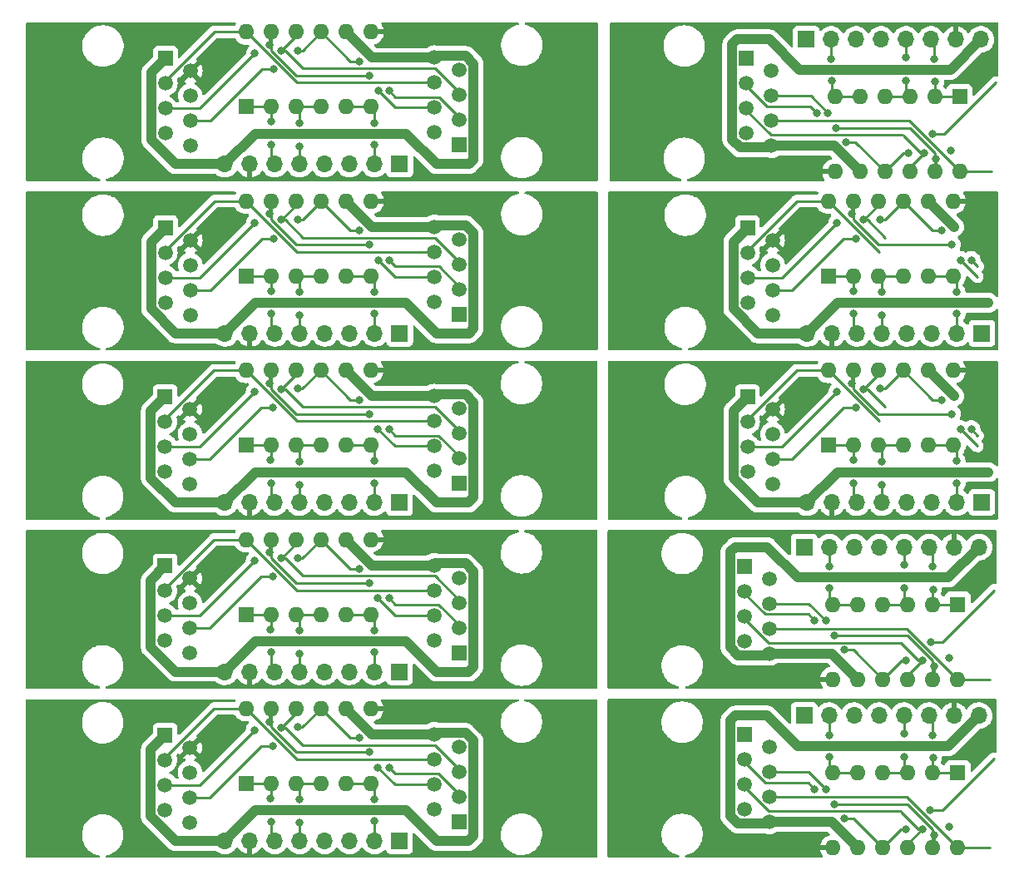
<source format=gbr>
%TF.GenerationSoftware,KiCad,Pcbnew,(6.0.1)*%
%TF.CreationDate,2022-05-22T10:14:18-05:00*%
%TF.ProjectId,modulo,6d6f6475-6c6f-42e6-9b69-6361645f7063,rev?*%
%TF.SameCoordinates,Original*%
%TF.FileFunction,Copper,L1,Top*%
%TF.FilePolarity,Positive*%
%FSLAX46Y46*%
G04 Gerber Fmt 4.6, Leading zero omitted, Abs format (unit mm)*
G04 Created by KiCad (PCBNEW (6.0.1)) date 2022-05-22 10:14:18*
%MOMM*%
%LPD*%
G01*
G04 APERTURE LIST*
%TA.AperFunction,ComponentPad*%
%ADD10R,1.500000X1.500000*%
%TD*%
%TA.AperFunction,ComponentPad*%
%ADD11C,1.500000*%
%TD*%
%TA.AperFunction,ComponentPad*%
%ADD12R,1.600000X1.600000*%
%TD*%
%TA.AperFunction,ComponentPad*%
%ADD13O,1.600000X1.600000*%
%TD*%
%TA.AperFunction,ComponentPad*%
%ADD14R,1.700000X1.700000*%
%TD*%
%TA.AperFunction,ComponentPad*%
%ADD15O,1.700000X1.700000*%
%TD*%
%TA.AperFunction,ViaPad*%
%ADD16C,0.800000*%
%TD*%
%TA.AperFunction,Conductor*%
%ADD17C,1.000000*%
%TD*%
%TA.AperFunction,Conductor*%
%ADD18C,0.250000*%
%TD*%
G04 APERTURE END LIST*
D10*
%TO.P,Entrada,1*%
%TO.N,+3V3*%
X135605200Y-63560900D03*
D11*
%TO.P,Entrada,2*%
%TO.N,GND*%
X138145200Y-64830900D03*
%TO.P,Entrada,3*%
%TO.N,Net-(Entrada1-Pad3)*%
X135605200Y-66100900D03*
%TO.P,Entrada,4*%
%TO.N,Net-(Entrada1-Pad4)*%
X138145200Y-67370900D03*
%TO.P,Entrada,5*%
%TO.N,Net-(Entrada1-Pad5)*%
X135605200Y-68640900D03*
%TO.P,Entrada,6*%
%TO.N,Net-(Entrada1-Pad6)*%
X138145200Y-69910900D03*
%TO.P,Entrada,7*%
%TO.N,unconnected-(Entrada1-Pad7)*%
X135605200Y-71180900D03*
%TO.P,Entrada,8*%
%TO.N,unconnected-(Entrada1-Pad8)*%
X138145200Y-72450900D03*
%TD*%
D12*
%TO.P,SW2,1*%
%TO.N,Net-(J1-Pad6)*%
X84556600Y-102920800D03*
D13*
%TO.P,SW2,2*%
X87096600Y-102920800D03*
%TO.P,SW2,3*%
%TO.N,Net-(J1-Pad5)*%
X89636600Y-102920800D03*
%TO.P,SW2,4*%
X92176600Y-102920800D03*
%TO.P,SW2,5*%
%TO.N,Net-(J1-Pad2)*%
X94716600Y-102920800D03*
%TO.P,SW2,6*%
X97256600Y-102920800D03*
%TO.P,SW2,7*%
%TO.N,GND*%
X97256600Y-95300800D03*
%TO.P,SW2,8*%
%TO.N,+3V3*%
X94716600Y-95300800D03*
%TO.P,SW2,9*%
%TO.N,Net-(Entrada1-Pad6)*%
X92176600Y-95300800D03*
%TO.P,SW2,10*%
%TO.N,Net-(Entrada1-Pad4)*%
X89636600Y-95300800D03*
%TO.P,SW2,11*%
%TO.N,Net-(Entrada1-Pad5)*%
X87096600Y-95300800D03*
%TO.P,SW2,12*%
%TO.N,Net-(Entrada1-Pad3)*%
X84556600Y-95300800D03*
%TD*%
D12*
%TO.P,SW2,1*%
%TO.N,Net-(J1-Pad6)*%
X143840200Y-85699600D03*
D13*
%TO.P,SW2,2*%
X146380200Y-85699600D03*
%TO.P,SW2,3*%
%TO.N,Net-(J1-Pad5)*%
X148920200Y-85699600D03*
%TO.P,SW2,4*%
X151460200Y-85699600D03*
%TO.P,SW2,5*%
%TO.N,Net-(J1-Pad2)*%
X154000200Y-85699600D03*
%TO.P,SW2,6*%
X156540200Y-85699600D03*
%TO.P,SW2,7*%
%TO.N,GND*%
X156540200Y-78079600D03*
%TO.P,SW2,8*%
%TO.N,+3V3*%
X154000200Y-78079600D03*
%TO.P,SW2,9*%
%TO.N,Net-(Entrada1-Pad6)*%
X151460200Y-78079600D03*
%TO.P,SW2,10*%
%TO.N,Net-(Entrada1-Pad4)*%
X148920200Y-78079600D03*
%TO.P,SW2,11*%
%TO.N,Net-(Entrada1-Pad5)*%
X146380200Y-78079600D03*
%TO.P,SW2,12*%
%TO.N,Net-(Entrada1-Pad3)*%
X143840200Y-78079600D03*
%TD*%
D14*
%TO.P,J1,1,Pin_1*%
%TO.N,unconnected-(J1-Pad1)*%
X159461200Y-74320400D03*
D15*
%TO.P,J1,2,Pin_2*%
%TO.N,Net-(J1-Pad2)*%
X156921200Y-74320400D03*
%TO.P,J1,3,Pin_3*%
%TO.N,unconnected-(J1-Pad3)*%
X154381200Y-74320400D03*
%TO.P,J1,4,Pin_4*%
%TO.N,unconnected-(J1-Pad4)*%
X151841200Y-74320400D03*
%TO.P,J1,5,Pin_5*%
%TO.N,Net-(J1-Pad5)*%
X149301200Y-74320400D03*
%TO.P,J1,6,Pin_6*%
%TO.N,Net-(J1-Pad6)*%
X146761200Y-74320400D03*
%TO.P,J1,7,Pin_7*%
%TO.N,GND*%
X144221200Y-74320400D03*
%TO.P,J1,8,Pin_8*%
%TO.N,+3V3*%
X141681200Y-74320400D03*
%TD*%
D14*
%TO.P,J1,1,Pin_1*%
%TO.N,unconnected-(J1-Pad1)*%
X100202957Y-74320400D03*
D15*
%TO.P,J1,2,Pin_2*%
%TO.N,Net-(J1-Pad2)*%
X97662957Y-74320400D03*
%TO.P,J1,3,Pin_3*%
%TO.N,unconnected-(J1-Pad3)*%
X95122957Y-74320400D03*
%TO.P,J1,4,Pin_4*%
%TO.N,unconnected-(J1-Pad4)*%
X92582957Y-74320400D03*
%TO.P,J1,5,Pin_5*%
%TO.N,Net-(J1-Pad5)*%
X90042957Y-74320400D03*
%TO.P,J1,6,Pin_6*%
%TO.N,Net-(J1-Pad6)*%
X87502957Y-74320400D03*
%TO.P,J1,7,Pin_7*%
%TO.N,GND*%
X84962957Y-74320400D03*
%TO.P,J1,8,Pin_8*%
%TO.N,+3V3*%
X82422957Y-74320400D03*
%TD*%
D12*
%TO.P,SW2,1*%
%TO.N,Net-(J1-Pad6)*%
X156997400Y-119075200D03*
D13*
%TO.P,SW2,2*%
X154457400Y-119075200D03*
%TO.P,SW2,3*%
%TO.N,Net-(J1-Pad5)*%
X151917400Y-119075200D03*
%TO.P,SW2,4*%
X149377400Y-119075200D03*
%TO.P,SW2,5*%
%TO.N,Net-(J1-Pad2)*%
X146837400Y-119075200D03*
%TO.P,SW2,6*%
X144297400Y-119075200D03*
%TO.P,SW2,7*%
%TO.N,GND*%
X144297400Y-126695200D03*
%TO.P,SW2,8*%
%TO.N,+3V3*%
X146837400Y-126695200D03*
%TO.P,SW2,9*%
%TO.N,Net-(Entrada1-Pad6)*%
X149377400Y-126695200D03*
%TO.P,SW2,10*%
%TO.N,Net-(Entrada1-Pad4)*%
X151917400Y-126695200D03*
%TO.P,SW2,11*%
%TO.N,Net-(Entrada1-Pad5)*%
X154457400Y-126695200D03*
%TO.P,SW2,12*%
%TO.N,Net-(Entrada1-Pad3)*%
X156997400Y-126695200D03*
%TD*%
D10*
%TO.P,Entrada,1*%
%TO.N,+3V3*%
X76321600Y-80783283D03*
D11*
%TO.P,Entrada,2*%
%TO.N,GND*%
X78861600Y-82053283D03*
%TO.P,Entrada,3*%
%TO.N,Net-(Entrada1-Pad3)*%
X76321600Y-83323283D03*
%TO.P,Entrada,4*%
%TO.N,Net-(Entrada1-Pad4)*%
X78861600Y-84593283D03*
%TO.P,Entrada,5*%
%TO.N,Net-(Entrada1-Pad5)*%
X76321600Y-85863283D03*
%TO.P,Entrada,6*%
%TO.N,Net-(Entrada1-Pad6)*%
X78861600Y-87133283D03*
%TO.P,Entrada,7*%
%TO.N,unconnected-(Entrada1-Pad7)*%
X76321600Y-88403283D03*
%TO.P,Entrada,8*%
%TO.N,unconnected-(Entrada1-Pad8)*%
X78861600Y-89673283D03*
%TD*%
D12*
%TO.P,SW2,1*%
%TO.N,Net-(J1-Pad6)*%
X84581957Y-68478400D03*
D13*
%TO.P,SW2,2*%
X87121957Y-68478400D03*
%TO.P,SW2,3*%
%TO.N,Net-(J1-Pad5)*%
X89661957Y-68478400D03*
%TO.P,SW2,4*%
X92201957Y-68478400D03*
%TO.P,SW2,5*%
%TO.N,Net-(J1-Pad2)*%
X94741957Y-68478400D03*
%TO.P,SW2,6*%
X97281957Y-68478400D03*
%TO.P,SW2,7*%
%TO.N,GND*%
X97281957Y-60858400D03*
%TO.P,SW2,8*%
%TO.N,+3V3*%
X94741957Y-60858400D03*
%TO.P,SW2,9*%
%TO.N,Net-(Entrada1-Pad6)*%
X92201957Y-60858400D03*
%TO.P,SW2,10*%
%TO.N,Net-(Entrada1-Pad4)*%
X89661957Y-60858400D03*
%TO.P,SW2,11*%
%TO.N,Net-(Entrada1-Pad5)*%
X87121957Y-60858400D03*
%TO.P,SW2,12*%
%TO.N,Net-(Entrada1-Pad3)*%
X84581957Y-60858400D03*
%TD*%
D12*
%TO.P,SW2,1*%
%TO.N,Net-(J1-Pad6)*%
X84556600Y-120142000D03*
D13*
%TO.P,SW2,2*%
X87096600Y-120142000D03*
%TO.P,SW2,3*%
%TO.N,Net-(J1-Pad5)*%
X89636600Y-120142000D03*
%TO.P,SW2,4*%
X92176600Y-120142000D03*
%TO.P,SW2,5*%
%TO.N,Net-(J1-Pad2)*%
X94716600Y-120142000D03*
%TO.P,SW2,6*%
X97256600Y-120142000D03*
%TO.P,SW2,7*%
%TO.N,GND*%
X97256600Y-112522000D03*
%TO.P,SW2,8*%
%TO.N,+3V3*%
X94716600Y-112522000D03*
%TO.P,SW2,9*%
%TO.N,Net-(Entrada1-Pad6)*%
X92176600Y-112522000D03*
%TO.P,SW2,10*%
%TO.N,Net-(Entrada1-Pad4)*%
X89636600Y-112522000D03*
%TO.P,SW2,11*%
%TO.N,Net-(Entrada1-Pad5)*%
X87096600Y-112522000D03*
%TO.P,SW2,12*%
%TO.N,Net-(Entrada1-Pad3)*%
X84556600Y-112522000D03*
%TD*%
D10*
%TO.P,Salida,1*%
%TO.N,unconnected-(Salida1-Pad1)*%
X106253600Y-89602283D03*
D11*
%TO.P,Salida,2*%
%TO.N,unconnected-(Salida1-Pad2)*%
X103713600Y-88332283D03*
%TO.P,Salida,3*%
%TO.N,Net-(Entrada1-Pad6)*%
X106253600Y-87062283D03*
%TO.P,Salida,4*%
%TO.N,Net-(Entrada1-Pad5)*%
X103713600Y-85792283D03*
%TO.P,Salida,5*%
%TO.N,Net-(Entrada1-Pad4)*%
X106253600Y-84522283D03*
%TO.P,Salida,6*%
%TO.N,Net-(Entrada1-Pad3)*%
X103713600Y-83252283D03*
%TO.P,Salida,7*%
%TO.N,GND*%
X106253600Y-81982283D03*
%TO.P,Salida,8*%
%TO.N,+3V3*%
X103713600Y-80712283D03*
%TD*%
D12*
%TO.P,SW2,1*%
%TO.N,Net-(J1-Pad6)*%
X156999522Y-101913988D03*
D13*
%TO.P,SW2,2*%
X154459522Y-101913988D03*
%TO.P,SW2,3*%
%TO.N,Net-(J1-Pad5)*%
X151919522Y-101913988D03*
%TO.P,SW2,4*%
X149379522Y-101913988D03*
%TO.P,SW2,5*%
%TO.N,Net-(J1-Pad2)*%
X146839522Y-101913988D03*
%TO.P,SW2,6*%
X144299522Y-101913988D03*
%TO.P,SW2,7*%
%TO.N,GND*%
X144299522Y-109533988D03*
%TO.P,SW2,8*%
%TO.N,+3V3*%
X146839522Y-109533988D03*
%TO.P,SW2,9*%
%TO.N,Net-(Entrada1-Pad6)*%
X149379522Y-109533988D03*
%TO.P,SW2,10*%
%TO.N,Net-(Entrada1-Pad4)*%
X151919522Y-109533988D03*
%TO.P,SW2,11*%
%TO.N,Net-(Entrada1-Pad5)*%
X154459522Y-109533988D03*
%TO.P,SW2,12*%
%TO.N,Net-(Entrada1-Pad3)*%
X156999522Y-109533988D03*
%TD*%
D10*
%TO.P,Entrada,1*%
%TO.N,+3V3*%
X76321600Y-115224500D03*
D11*
%TO.P,Entrada,2*%
%TO.N,GND*%
X78861600Y-116494500D03*
%TO.P,Entrada,3*%
%TO.N,Net-(Entrada1-Pad3)*%
X76321600Y-117764500D03*
%TO.P,Entrada,4*%
%TO.N,Net-(Entrada1-Pad4)*%
X78861600Y-119034500D03*
%TO.P,Entrada,5*%
%TO.N,Net-(Entrada1-Pad5)*%
X76321600Y-120304500D03*
%TO.P,Entrada,6*%
%TO.N,Net-(Entrada1-Pad6)*%
X78861600Y-121574500D03*
%TO.P,Entrada,7*%
%TO.N,unconnected-(Entrada1-Pad7)*%
X76321600Y-122844500D03*
%TO.P,Entrada,8*%
%TO.N,unconnected-(Entrada1-Pad8)*%
X78861600Y-124114500D03*
%TD*%
D14*
%TO.P,J1,1,Pin_1*%
%TO.N,unconnected-(J1-Pad1)*%
X100177600Y-91542783D03*
D15*
%TO.P,J1,2,Pin_2*%
%TO.N,Net-(J1-Pad2)*%
X97637600Y-91542783D03*
%TO.P,J1,3,Pin_3*%
%TO.N,unconnected-(J1-Pad3)*%
X95097600Y-91542783D03*
%TO.P,J1,4,Pin_4*%
%TO.N,unconnected-(J1-Pad4)*%
X92557600Y-91542783D03*
%TO.P,J1,5,Pin_5*%
%TO.N,Net-(J1-Pad5)*%
X90017600Y-91542783D03*
%TO.P,J1,6,Pin_6*%
%TO.N,Net-(J1-Pad6)*%
X87477600Y-91542783D03*
%TO.P,J1,7,Pin_7*%
%TO.N,GND*%
X84937600Y-91542783D03*
%TO.P,J1,8,Pin_8*%
%TO.N,+3V3*%
X82397600Y-91542783D03*
%TD*%
D14*
%TO.P,J1,1,Pin_1*%
%TO.N,unconnected-(J1-Pad1)*%
X141376400Y-113233200D03*
D15*
%TO.P,J1,2,Pin_2*%
%TO.N,Net-(J1-Pad2)*%
X143916400Y-113233200D03*
%TO.P,J1,3,Pin_3*%
%TO.N,unconnected-(J1-Pad3)*%
X146456400Y-113233200D03*
%TO.P,J1,4,Pin_4*%
%TO.N,unconnected-(J1-Pad4)*%
X148996400Y-113233200D03*
%TO.P,J1,5,Pin_5*%
%TO.N,Net-(J1-Pad5)*%
X151536400Y-113233200D03*
%TO.P,J1,6,Pin_6*%
%TO.N,Net-(J1-Pad6)*%
X154076400Y-113233200D03*
%TO.P,J1,7,Pin_7*%
%TO.N,GND*%
X156616400Y-113233200D03*
%TO.P,J1,8,Pin_8*%
%TO.N,+3V3*%
X159156400Y-113233200D03*
%TD*%
D10*
%TO.P,Entrada,1*%
%TO.N,+3V3*%
X76346957Y-63560900D03*
D11*
%TO.P,Entrada,2*%
%TO.N,GND*%
X78886957Y-64830900D03*
%TO.P,Entrada,3*%
%TO.N,Net-(Entrada1-Pad3)*%
X76346957Y-66100900D03*
%TO.P,Entrada,4*%
%TO.N,Net-(Entrada1-Pad4)*%
X78886957Y-67370900D03*
%TO.P,Entrada,5*%
%TO.N,Net-(Entrada1-Pad5)*%
X76346957Y-68640900D03*
%TO.P,Entrada,6*%
%TO.N,Net-(Entrada1-Pad6)*%
X78886957Y-69910900D03*
%TO.P,Entrada,7*%
%TO.N,unconnected-(Entrada1-Pad7)*%
X76346957Y-71180900D03*
%TO.P,Entrada,8*%
%TO.N,unconnected-(Entrada1-Pad8)*%
X78886957Y-72450900D03*
%TD*%
D14*
%TO.P,J1,1,Pin_1*%
%TO.N,unconnected-(J1-Pad1)*%
X141582584Y-44400292D03*
D15*
%TO.P,J1,2,Pin_2*%
%TO.N,Net-(J1-Pad2)*%
X144122584Y-44400292D03*
%TO.P,J1,3,Pin_3*%
%TO.N,unconnected-(J1-Pad3)*%
X146662584Y-44400292D03*
%TO.P,J1,4,Pin_4*%
%TO.N,unconnected-(J1-Pad4)*%
X149202584Y-44400292D03*
%TO.P,J1,5,Pin_5*%
%TO.N,Net-(J1-Pad5)*%
X151742584Y-44400292D03*
%TO.P,J1,6,Pin_6*%
%TO.N,Net-(J1-Pad6)*%
X154282584Y-44400292D03*
%TO.P,J1,7,Pin_7*%
%TO.N,GND*%
X156822584Y-44400292D03*
%TO.P,J1,8,Pin_8*%
%TO.N,+3V3*%
X159362584Y-44400292D03*
%TD*%
D10*
%TO.P,Entrada,1*%
%TO.N,+3V3*%
X76321600Y-98003300D03*
D11*
%TO.P,Entrada,2*%
%TO.N,GND*%
X78861600Y-99273300D03*
%TO.P,Entrada,3*%
%TO.N,Net-(Entrada1-Pad3)*%
X76321600Y-100543300D03*
%TO.P,Entrada,4*%
%TO.N,Net-(Entrada1-Pad4)*%
X78861600Y-101813300D03*
%TO.P,Entrada,5*%
%TO.N,Net-(Entrada1-Pad5)*%
X76321600Y-103083300D03*
%TO.P,Entrada,6*%
%TO.N,Net-(Entrada1-Pad6)*%
X78861600Y-104353300D03*
%TO.P,Entrada,7*%
%TO.N,unconnected-(Entrada1-Pad7)*%
X76321600Y-105623300D03*
%TO.P,Entrada,8*%
%TO.N,unconnected-(Entrada1-Pad8)*%
X78861600Y-106893300D03*
%TD*%
D14*
%TO.P,J1,1,Pin_1*%
%TO.N,unconnected-(J1-Pad1)*%
X100177600Y-108762800D03*
D15*
%TO.P,J1,2,Pin_2*%
%TO.N,Net-(J1-Pad2)*%
X97637600Y-108762800D03*
%TO.P,J1,3,Pin_3*%
%TO.N,unconnected-(J1-Pad3)*%
X95097600Y-108762800D03*
%TO.P,J1,4,Pin_4*%
%TO.N,unconnected-(J1-Pad4)*%
X92557600Y-108762800D03*
%TO.P,J1,5,Pin_5*%
%TO.N,Net-(J1-Pad5)*%
X90017600Y-108762800D03*
%TO.P,J1,6,Pin_6*%
%TO.N,Net-(J1-Pad6)*%
X87477600Y-108762800D03*
%TO.P,J1,7,Pin_7*%
%TO.N,GND*%
X84937600Y-108762800D03*
%TO.P,J1,8,Pin_8*%
%TO.N,+3V3*%
X82397600Y-108762800D03*
%TD*%
D14*
%TO.P,J1,1,Pin_1*%
%TO.N,unconnected-(J1-Pad1)*%
X100177600Y-125984000D03*
D15*
%TO.P,J1,2,Pin_2*%
%TO.N,Net-(J1-Pad2)*%
X97637600Y-125984000D03*
%TO.P,J1,3,Pin_3*%
%TO.N,unconnected-(J1-Pad3)*%
X95097600Y-125984000D03*
%TO.P,J1,4,Pin_4*%
%TO.N,unconnected-(J1-Pad4)*%
X92557600Y-125984000D03*
%TO.P,J1,5,Pin_5*%
%TO.N,Net-(J1-Pad5)*%
X90017600Y-125984000D03*
%TO.P,J1,6,Pin_6*%
%TO.N,Net-(J1-Pad6)*%
X87477600Y-125984000D03*
%TO.P,J1,7,Pin_7*%
%TO.N,GND*%
X84937600Y-125984000D03*
%TO.P,J1,8,Pin_8*%
%TO.N,+3V3*%
X82397600Y-125984000D03*
%TD*%
D10*
%TO.P,Salida,1*%
%TO.N,unconnected-(Salida1-Pad1)*%
X135302522Y-98012488D03*
D11*
%TO.P,Salida,2*%
%TO.N,unconnected-(Salida1-Pad2)*%
X137842522Y-99282488D03*
%TO.P,Salida,3*%
%TO.N,Net-(Entrada1-Pad6)*%
X135302522Y-100552488D03*
%TO.P,Salida,4*%
%TO.N,Net-(Entrada1-Pad5)*%
X137842522Y-101822488D03*
%TO.P,Salida,5*%
%TO.N,Net-(Entrada1-Pad4)*%
X135302522Y-103092488D03*
%TO.P,Salida,6*%
%TO.N,Net-(Entrada1-Pad3)*%
X137842522Y-104362488D03*
%TO.P,Salida,7*%
%TO.N,GND*%
X135302522Y-105632488D03*
%TO.P,Salida,8*%
%TO.N,+3V3*%
X137842522Y-106902488D03*
%TD*%
D10*
%TO.P,Salida,1*%
%TO.N,unconnected-(Salida1-Pad1)*%
X106279000Y-55158700D03*
D11*
%TO.P,Salida,2*%
%TO.N,unconnected-(Salida1-Pad2)*%
X103739000Y-53888700D03*
%TO.P,Salida,3*%
%TO.N,Net-(Entrada1-Pad6)*%
X106279000Y-52618700D03*
%TO.P,Salida,4*%
%TO.N,Net-(Entrada1-Pad5)*%
X103739000Y-51348700D03*
%TO.P,Salida,5*%
%TO.N,Net-(Entrada1-Pad4)*%
X106279000Y-50078700D03*
%TO.P,Salida,6*%
%TO.N,Net-(Entrada1-Pad3)*%
X103739000Y-48808700D03*
%TO.P,Salida,7*%
%TO.N,GND*%
X106279000Y-47538700D03*
%TO.P,Salida,8*%
%TO.N,+3V3*%
X103739000Y-46268700D03*
%TD*%
D10*
%TO.P,Salida,1*%
%TO.N,unconnected-(Salida1-Pad1)*%
X106253600Y-106822300D03*
D11*
%TO.P,Salida,2*%
%TO.N,unconnected-(Salida1-Pad2)*%
X103713600Y-105552300D03*
%TO.P,Salida,3*%
%TO.N,Net-(Entrada1-Pad6)*%
X106253600Y-104282300D03*
%TO.P,Salida,4*%
%TO.N,Net-(Entrada1-Pad5)*%
X103713600Y-103012300D03*
%TO.P,Salida,5*%
%TO.N,Net-(Entrada1-Pad4)*%
X106253600Y-101742300D03*
%TO.P,Salida,6*%
%TO.N,Net-(Entrada1-Pad3)*%
X103713600Y-100472300D03*
%TO.P,Salida,7*%
%TO.N,GND*%
X106253600Y-99202300D03*
%TO.P,Salida,8*%
%TO.N,+3V3*%
X103713600Y-97932300D03*
%TD*%
D10*
%TO.P,Salida,1*%
%TO.N,unconnected-(Salida1-Pad1)*%
X106253600Y-124043500D03*
D11*
%TO.P,Salida,2*%
%TO.N,unconnected-(Salida1-Pad2)*%
X103713600Y-122773500D03*
%TO.P,Salida,3*%
%TO.N,Net-(Entrada1-Pad6)*%
X106253600Y-121503500D03*
%TO.P,Salida,4*%
%TO.N,Net-(Entrada1-Pad5)*%
X103713600Y-120233500D03*
%TO.P,Salida,5*%
%TO.N,Net-(Entrada1-Pad4)*%
X106253600Y-118963500D03*
%TO.P,Salida,6*%
%TO.N,Net-(Entrada1-Pad3)*%
X103713600Y-117693500D03*
%TO.P,Salida,7*%
%TO.N,GND*%
X106253600Y-116423500D03*
%TO.P,Salida,8*%
%TO.N,+3V3*%
X103713600Y-115153500D03*
%TD*%
D12*
%TO.P,SW2,1*%
%TO.N,Net-(J1-Pad6)*%
X157203584Y-50242292D03*
D13*
%TO.P,SW2,2*%
X154663584Y-50242292D03*
%TO.P,SW2,3*%
%TO.N,Net-(J1-Pad5)*%
X152123584Y-50242292D03*
%TO.P,SW2,4*%
X149583584Y-50242292D03*
%TO.P,SW2,5*%
%TO.N,Net-(J1-Pad2)*%
X147043584Y-50242292D03*
%TO.P,SW2,6*%
X144503584Y-50242292D03*
%TO.P,SW2,7*%
%TO.N,GND*%
X144503584Y-57862292D03*
%TO.P,SW2,8*%
%TO.N,+3V3*%
X147043584Y-57862292D03*
%TO.P,SW2,9*%
%TO.N,Net-(Entrada1-Pad6)*%
X149583584Y-57862292D03*
%TO.P,SW2,10*%
%TO.N,Net-(Entrada1-Pad4)*%
X152123584Y-57862292D03*
%TO.P,SW2,11*%
%TO.N,Net-(Entrada1-Pad5)*%
X154663584Y-57862292D03*
%TO.P,SW2,12*%
%TO.N,Net-(Entrada1-Pad3)*%
X157203584Y-57862292D03*
%TD*%
D10*
%TO.P,Entrada,1*%
%TO.N,+3V3*%
X76347000Y-46339700D03*
D11*
%TO.P,Entrada,2*%
%TO.N,GND*%
X78887000Y-47609700D03*
%TO.P,Entrada,3*%
%TO.N,Net-(Entrada1-Pad3)*%
X76347000Y-48879700D03*
%TO.P,Entrada,4*%
%TO.N,Net-(Entrada1-Pad4)*%
X78887000Y-50149700D03*
%TO.P,Entrada,5*%
%TO.N,Net-(Entrada1-Pad5)*%
X76347000Y-51419700D03*
%TO.P,Entrada,6*%
%TO.N,Net-(Entrada1-Pad6)*%
X78887000Y-52689700D03*
%TO.P,Entrada,7*%
%TO.N,unconnected-(Entrada1-Pad7)*%
X76347000Y-53959700D03*
%TO.P,Entrada,8*%
%TO.N,unconnected-(Entrada1-Pad8)*%
X78887000Y-55229700D03*
%TD*%
D12*
%TO.P,SW2,1*%
%TO.N,Net-(J1-Pad6)*%
X84556600Y-85700783D03*
D13*
%TO.P,SW2,2*%
X87096600Y-85700783D03*
%TO.P,SW2,3*%
%TO.N,Net-(J1-Pad5)*%
X89636600Y-85700783D03*
%TO.P,SW2,4*%
X92176600Y-85700783D03*
%TO.P,SW2,5*%
%TO.N,Net-(J1-Pad2)*%
X94716600Y-85700783D03*
%TO.P,SW2,6*%
X97256600Y-85700783D03*
%TO.P,SW2,7*%
%TO.N,GND*%
X97256600Y-78080783D03*
%TO.P,SW2,8*%
%TO.N,+3V3*%
X94716600Y-78080783D03*
%TO.P,SW2,9*%
%TO.N,Net-(Entrada1-Pad6)*%
X92176600Y-78080783D03*
%TO.P,SW2,10*%
%TO.N,Net-(Entrada1-Pad4)*%
X89636600Y-78080783D03*
%TO.P,SW2,11*%
%TO.N,Net-(Entrada1-Pad5)*%
X87096600Y-78080783D03*
%TO.P,SW2,12*%
%TO.N,Net-(Entrada1-Pad3)*%
X84556600Y-78080783D03*
%TD*%
D10*
%TO.P,Entrada,1*%
%TO.N,+3V3*%
X135605200Y-80782100D03*
D11*
%TO.P,Entrada,2*%
%TO.N,GND*%
X138145200Y-82052100D03*
%TO.P,Entrada,3*%
%TO.N,Net-(Entrada1-Pad3)*%
X135605200Y-83322100D03*
%TO.P,Entrada,4*%
%TO.N,Net-(Entrada1-Pad4)*%
X138145200Y-84592100D03*
%TO.P,Entrada,5*%
%TO.N,Net-(Entrada1-Pad5)*%
X135605200Y-85862100D03*
%TO.P,Entrada,6*%
%TO.N,Net-(Entrada1-Pad6)*%
X138145200Y-87132100D03*
%TO.P,Entrada,7*%
%TO.N,unconnected-(Entrada1-Pad7)*%
X135605200Y-88402100D03*
%TO.P,Entrada,8*%
%TO.N,unconnected-(Entrada1-Pad8)*%
X138145200Y-89672100D03*
%TD*%
D10*
%TO.P,Salida,1*%
%TO.N,unconnected-(Salida1-Pad1)*%
X135506584Y-46340792D03*
D11*
%TO.P,Salida,2*%
%TO.N,unconnected-(Salida1-Pad2)*%
X138046584Y-47610792D03*
%TO.P,Salida,3*%
%TO.N,Net-(Entrada1-Pad6)*%
X135506584Y-48880792D03*
%TO.P,Salida,4*%
%TO.N,Net-(Entrada1-Pad5)*%
X138046584Y-50150792D03*
%TO.P,Salida,5*%
%TO.N,Net-(Entrada1-Pad4)*%
X135506584Y-51420792D03*
%TO.P,Salida,6*%
%TO.N,Net-(Entrada1-Pad3)*%
X138046584Y-52690792D03*
%TO.P,Salida,7*%
%TO.N,GND*%
X135506584Y-53960792D03*
%TO.P,Salida,8*%
%TO.N,+3V3*%
X138046584Y-55230792D03*
%TD*%
D14*
%TO.P,J1,1,Pin_1*%
%TO.N,unconnected-(J1-Pad1)*%
X100203000Y-57099200D03*
D15*
%TO.P,J1,2,Pin_2*%
%TO.N,Net-(J1-Pad2)*%
X97663000Y-57099200D03*
%TO.P,J1,3,Pin_3*%
%TO.N,unconnected-(J1-Pad3)*%
X95123000Y-57099200D03*
%TO.P,J1,4,Pin_4*%
%TO.N,unconnected-(J1-Pad4)*%
X92583000Y-57099200D03*
%TO.P,J1,5,Pin_5*%
%TO.N,Net-(J1-Pad5)*%
X90043000Y-57099200D03*
%TO.P,J1,6,Pin_6*%
%TO.N,Net-(J1-Pad6)*%
X87503000Y-57099200D03*
%TO.P,J1,7,Pin_7*%
%TO.N,GND*%
X84963000Y-57099200D03*
%TO.P,J1,8,Pin_8*%
%TO.N,+3V3*%
X82423000Y-57099200D03*
%TD*%
D10*
%TO.P,Salida,1*%
%TO.N,unconnected-(Salida1-Pad1)*%
X135300400Y-115173700D03*
D11*
%TO.P,Salida,2*%
%TO.N,unconnected-(Salida1-Pad2)*%
X137840400Y-116443700D03*
%TO.P,Salida,3*%
%TO.N,Net-(Entrada1-Pad6)*%
X135300400Y-117713700D03*
%TO.P,Salida,4*%
%TO.N,Net-(Entrada1-Pad5)*%
X137840400Y-118983700D03*
%TO.P,Salida,5*%
%TO.N,Net-(Entrada1-Pad4)*%
X135300400Y-120253700D03*
%TO.P,Salida,6*%
%TO.N,Net-(Entrada1-Pad3)*%
X137840400Y-121523700D03*
%TO.P,Salida,7*%
%TO.N,GND*%
X135300400Y-122793700D03*
%TO.P,Salida,8*%
%TO.N,+3V3*%
X137840400Y-124063700D03*
%TD*%
D14*
%TO.P,J1,1,Pin_1*%
%TO.N,unconnected-(J1-Pad1)*%
X159461200Y-91541600D03*
D15*
%TO.P,J1,2,Pin_2*%
%TO.N,Net-(J1-Pad2)*%
X156921200Y-91541600D03*
%TO.P,J1,3,Pin_3*%
%TO.N,unconnected-(J1-Pad3)*%
X154381200Y-91541600D03*
%TO.P,J1,4,Pin_4*%
%TO.N,unconnected-(J1-Pad4)*%
X151841200Y-91541600D03*
%TO.P,J1,5,Pin_5*%
%TO.N,Net-(J1-Pad5)*%
X149301200Y-91541600D03*
%TO.P,J1,6,Pin_6*%
%TO.N,Net-(J1-Pad6)*%
X146761200Y-91541600D03*
%TO.P,J1,7,Pin_7*%
%TO.N,GND*%
X144221200Y-91541600D03*
%TO.P,J1,8,Pin_8*%
%TO.N,+3V3*%
X141681200Y-91541600D03*
%TD*%
D14*
%TO.P,J1,1,Pin_1*%
%TO.N,unconnected-(J1-Pad1)*%
X141378522Y-96071988D03*
D15*
%TO.P,J1,2,Pin_2*%
%TO.N,Net-(J1-Pad2)*%
X143918522Y-96071988D03*
%TO.P,J1,3,Pin_3*%
%TO.N,unconnected-(J1-Pad3)*%
X146458522Y-96071988D03*
%TO.P,J1,4,Pin_4*%
%TO.N,unconnected-(J1-Pad4)*%
X148998522Y-96071988D03*
%TO.P,J1,5,Pin_5*%
%TO.N,Net-(J1-Pad5)*%
X151538522Y-96071988D03*
%TO.P,J1,6,Pin_6*%
%TO.N,Net-(J1-Pad6)*%
X154078522Y-96071988D03*
%TO.P,J1,7,Pin_7*%
%TO.N,GND*%
X156618522Y-96071988D03*
%TO.P,J1,8,Pin_8*%
%TO.N,+3V3*%
X159158522Y-96071988D03*
%TD*%
D12*
%TO.P,SW2,1*%
%TO.N,Net-(J1-Pad6)*%
X84582000Y-51257200D03*
D13*
%TO.P,SW2,2*%
X87122000Y-51257200D03*
%TO.P,SW2,3*%
%TO.N,Net-(J1-Pad5)*%
X89662000Y-51257200D03*
%TO.P,SW2,4*%
X92202000Y-51257200D03*
%TO.P,SW2,5*%
%TO.N,Net-(J1-Pad2)*%
X94742000Y-51257200D03*
%TO.P,SW2,6*%
X97282000Y-51257200D03*
%TO.P,SW2,7*%
%TO.N,GND*%
X97282000Y-43637200D03*
%TO.P,SW2,8*%
%TO.N,+3V3*%
X94742000Y-43637200D03*
%TO.P,SW2,9*%
%TO.N,Net-(Entrada1-Pad6)*%
X92202000Y-43637200D03*
%TO.P,SW2,10*%
%TO.N,Net-(Entrada1-Pad4)*%
X89662000Y-43637200D03*
%TO.P,SW2,11*%
%TO.N,Net-(Entrada1-Pad5)*%
X87122000Y-43637200D03*
%TO.P,SW2,12*%
%TO.N,Net-(Entrada1-Pad3)*%
X84582000Y-43637200D03*
%TD*%
D10*
%TO.P,Salida,1*%
%TO.N,unconnected-(Salida1-Pad1)*%
X106278957Y-72379900D03*
D11*
%TO.P,Salida,2*%
%TO.N,unconnected-(Salida1-Pad2)*%
X103738957Y-71109900D03*
%TO.P,Salida,3*%
%TO.N,Net-(Entrada1-Pad6)*%
X106278957Y-69839900D03*
%TO.P,Salida,4*%
%TO.N,Net-(Entrada1-Pad5)*%
X103738957Y-68569900D03*
%TO.P,Salida,5*%
%TO.N,Net-(Entrada1-Pad4)*%
X106278957Y-67299900D03*
%TO.P,Salida,6*%
%TO.N,Net-(Entrada1-Pad3)*%
X103738957Y-66029900D03*
%TO.P,Salida,7*%
%TO.N,GND*%
X106278957Y-64759900D03*
%TO.P,Salida,8*%
%TO.N,+3V3*%
X103738957Y-63489900D03*
%TD*%
D12*
%TO.P,SW2,1*%
%TO.N,Net-(J1-Pad6)*%
X143840200Y-68478400D03*
D13*
%TO.P,SW2,2*%
X146380200Y-68478400D03*
%TO.P,SW2,3*%
%TO.N,Net-(J1-Pad5)*%
X148920200Y-68478400D03*
%TO.P,SW2,4*%
X151460200Y-68478400D03*
%TO.P,SW2,5*%
%TO.N,Net-(J1-Pad2)*%
X154000200Y-68478400D03*
%TO.P,SW2,6*%
X156540200Y-68478400D03*
%TO.P,SW2,7*%
%TO.N,GND*%
X156540200Y-60858400D03*
%TO.P,SW2,8*%
%TO.N,+3V3*%
X154000200Y-60858400D03*
%TO.P,SW2,9*%
%TO.N,Net-(Entrada1-Pad6)*%
X151460200Y-60858400D03*
%TO.P,SW2,10*%
%TO.N,Net-(Entrada1-Pad4)*%
X148920200Y-60858400D03*
%TO.P,SW2,11*%
%TO.N,Net-(Entrada1-Pad5)*%
X146380200Y-60858400D03*
%TO.P,SW2,12*%
%TO.N,Net-(Entrada1-Pad3)*%
X143840200Y-60858400D03*
%TD*%
D16*
%TO.N,GND*%
X64617600Y-115011200D03*
X124104400Y-72136000D03*
X124002800Y-79146400D03*
X124104400Y-70358000D03*
X64719200Y-79147583D03*
X124104400Y-89357200D03*
X118922800Y-90882383D03*
X123396184Y-55271492D03*
X64820800Y-122021600D03*
X124053600Y-91033600D03*
X64820800Y-87580383D03*
X64719200Y-112369600D03*
X118846557Y-72237600D03*
X124053600Y-73812400D03*
X118313200Y-79350783D03*
X122837384Y-45060692D03*
X118338557Y-62128400D03*
X64820800Y-104800400D03*
X64846157Y-70358000D03*
X118364000Y-80671583D03*
X118948200Y-56438800D03*
X64846200Y-53136800D03*
X64770000Y-108254800D03*
X123901200Y-63347600D03*
X64744557Y-61925200D03*
X118770400Y-88088383D03*
X118440200Y-47650400D03*
X64770000Y-125476000D03*
X118795757Y-70866000D03*
X118846600Y-55016400D03*
X64719200Y-113588800D03*
X123242922Y-108263988D03*
X64617600Y-97790000D03*
X122734922Y-98154788D03*
X124104400Y-87579200D03*
X123901200Y-80568800D03*
X122732800Y-115316000D03*
X64846200Y-54914800D03*
X118922800Y-125323600D03*
X64643000Y-46126400D03*
X122785722Y-99526388D03*
X64744600Y-43484800D03*
X64719200Y-77928383D03*
X122633322Y-96732388D03*
X123190000Y-124104400D03*
X123240800Y-125425200D03*
X118821200Y-106680000D03*
X118364000Y-97891600D03*
X118313200Y-96570800D03*
X123139200Y-122682000D03*
X64617600Y-80569983D03*
X118795800Y-53644800D03*
X118948157Y-73660000D03*
X123141322Y-105520788D03*
X118414800Y-116535200D03*
X123446984Y-56592292D03*
X122783600Y-116687600D03*
X118821200Y-89459983D03*
X118770400Y-105308400D03*
X123192122Y-106943188D03*
X118821200Y-123901200D03*
X118922800Y-108102400D03*
X64770000Y-91034783D03*
X122989784Y-47854692D03*
X64642957Y-63347600D03*
X118770400Y-122529600D03*
X118389357Y-63449200D03*
X64744600Y-44704000D03*
X64719200Y-96367600D03*
X64795357Y-73812400D03*
X64795400Y-56591200D03*
X124002800Y-60706000D03*
X124002800Y-61925200D03*
X64719200Y-95148400D03*
X118414800Y-82093983D03*
X122938984Y-46483092D03*
X118440157Y-64871600D03*
X122631200Y-113893600D03*
X64846157Y-72136000D03*
X118313200Y-113792000D03*
X118364000Y-115112800D03*
X64744557Y-60706000D03*
X64820800Y-106578400D03*
X64820800Y-123799600D03*
X64820800Y-89358383D03*
X118414800Y-99314000D03*
X124002800Y-77927200D03*
X123345384Y-53849092D03*
X118389400Y-46228000D03*
X118338600Y-44907200D03*
%TO.N,Net-(Entrada1-Pad4)*%
X153413464Y-107608246D03*
X88168058Y-45562942D03*
X147426258Y-62784142D03*
X153617526Y-55936550D03*
X88168015Y-62784142D03*
X147426258Y-80005342D03*
X88142658Y-114447742D03*
X153411342Y-124769458D03*
X88142658Y-80006525D03*
X88142658Y-97226542D03*
%TO.N,Net-(Entrada1-Pad5)*%
X156314584Y-55677892D03*
X157276800Y-66852800D03*
X154790584Y-56541492D03*
X154586522Y-108213188D03*
X146253200Y-79400400D03*
X97129600Y-99747800D03*
X154584400Y-125374400D03*
X85445600Y-97485200D03*
X146253200Y-62179200D03*
X144729200Y-80264000D03*
X85470957Y-63042800D03*
X98018600Y-49631600D03*
X97993200Y-101295200D03*
X156108400Y-124510800D03*
X144424400Y-122248200D03*
X86994957Y-62179200D03*
X97155000Y-48084200D03*
X156413200Y-65305400D03*
X144630584Y-53415292D03*
X86995000Y-44958000D03*
X157276800Y-84074000D03*
X85445600Y-114706400D03*
X97154957Y-65305400D03*
X97129600Y-82527783D03*
X97993200Y-118516400D03*
X156110522Y-107349588D03*
X144729200Y-63042800D03*
X143560800Y-120700800D03*
X97129600Y-116969000D03*
X143766984Y-51867892D03*
X86969600Y-96621600D03*
X85471000Y-45821600D03*
X85445600Y-80265183D03*
X86969600Y-113842800D03*
X98018557Y-66852800D03*
X97993200Y-84075183D03*
X144426522Y-105086988D03*
X86969600Y-79401583D03*
X143562922Y-103539588D03*
X156413200Y-82526600D03*
%TO.N,Net-(Entrada1-Pad6)*%
X151945784Y-55982692D03*
X89814400Y-114401600D03*
X149098000Y-79959200D03*
X154220400Y-122893600D03*
X154222522Y-105732388D03*
X87333600Y-116323600D03*
X89839800Y-45516800D03*
X96138957Y-63855600D03*
X89814400Y-97180400D03*
X96113600Y-81077983D03*
X87359000Y-47438800D03*
X96113600Y-115519200D03*
X145646584Y-54865092D03*
X87333600Y-81882383D03*
X149098000Y-62738000D03*
X96113600Y-98298000D03*
X158394400Y-84074000D03*
X99136157Y-66852800D03*
X87358957Y-64660000D03*
X146617200Y-64660000D03*
X158394400Y-66852800D03*
X89839757Y-62738000D03*
X145442522Y-106536788D03*
X146617200Y-81881200D03*
X89814400Y-79960383D03*
X142443200Y-120700800D03*
X151739600Y-124815600D03*
X142649384Y-51867892D03*
X151741722Y-107654388D03*
X99136200Y-49631600D03*
X87333600Y-99102400D03*
X99110800Y-118516400D03*
X99110800Y-84075183D03*
X145440400Y-123698000D03*
X155397200Y-63855600D03*
X96139000Y-46634400D03*
X154426584Y-54060692D03*
X142445322Y-103539588D03*
X155397200Y-81076800D03*
X99110800Y-101295200D03*
%TO.N,Net-(J1-Pad2)*%
X97612157Y-70104000D03*
X97663000Y-55099900D03*
X97612200Y-52882800D03*
X97586800Y-87326383D03*
X143967200Y-117449600D03*
X97662957Y-72321100D03*
X143916400Y-115232500D03*
X97586800Y-104546400D03*
X97637600Y-106763500D03*
X156921200Y-89542300D03*
X97586800Y-121767600D03*
X143969322Y-100288388D03*
X144122584Y-46399592D03*
X156921200Y-72321100D03*
X97637600Y-89543483D03*
X143918522Y-98071288D03*
X156870400Y-70104000D03*
X97637600Y-123984700D03*
X156870400Y-87325200D03*
X144173384Y-48616692D03*
%TO.N,Net-(J1-Pad5)*%
X149301200Y-70122100D03*
X90042957Y-72491600D03*
X90017600Y-106934000D03*
X90042957Y-70122100D03*
X90017600Y-124155200D03*
X90017600Y-121785700D03*
X90043000Y-52900900D03*
X90017600Y-104564500D03*
X151538522Y-97900788D03*
X149301200Y-72491600D03*
X149301200Y-87343300D03*
X151536400Y-115062000D03*
X151538522Y-100270288D03*
X90043000Y-55270400D03*
X151536400Y-117431500D03*
X151742584Y-46229092D03*
X151742584Y-48598592D03*
X90017600Y-87344483D03*
X149301200Y-89712800D03*
X90017600Y-89713983D03*
%TO.N,Net-(J1-Pad6)*%
X154482800Y-117551200D03*
X146354800Y-70002400D03*
X87147400Y-55118000D03*
X154432000Y-115214400D03*
X87071200Y-104444800D03*
X87096557Y-70002400D03*
X146354800Y-87223600D03*
X87147357Y-72339200D03*
X154484922Y-100389988D03*
X87071200Y-87224783D03*
X87071200Y-121666000D03*
X146405600Y-72339200D03*
X87122000Y-89561583D03*
X87122000Y-124002800D03*
X154638184Y-46381492D03*
X146405600Y-89560400D03*
X87122000Y-106781600D03*
X154688984Y-48718292D03*
X154434122Y-98053188D03*
X87096600Y-52781200D03*
%TD*%
D17*
%TO.N,+3V3*%
X144412084Y-55230792D02*
X147043584Y-57862292D01*
X85496400Y-122885200D02*
X100838000Y-122885200D01*
X74897489Y-54602889D02*
X77393800Y-57099200D01*
X103936800Y-108762800D02*
X107212122Y-108762800D01*
X97373500Y-46268700D02*
X94742000Y-43637200D01*
X144208022Y-106902488D02*
X146839522Y-109533988D01*
X140718122Y-99170788D02*
X137619322Y-96071988D01*
X103893111Y-114973989D02*
X103713600Y-115153500D01*
X134548062Y-44400292D02*
X134057073Y-44891281D01*
X74872089Y-116674011D02*
X74872089Y-123487689D01*
X107703111Y-91051794D02*
X107703111Y-81339094D01*
X97348100Y-115153500D02*
X94716600Y-112522000D01*
X82422957Y-74320400D02*
X85521757Y-71221600D01*
X133850889Y-113724189D02*
X133850889Y-123436889D01*
X134155689Y-82231611D02*
X134155689Y-89045289D01*
X135605200Y-80782100D02*
X134155689Y-82231611D01*
X74872089Y-99452811D02*
X74872089Y-106266489D01*
X144205900Y-124063700D02*
X146837400Y-126695200D01*
X106896789Y-80532772D02*
X103893111Y-80532772D01*
X141681200Y-74320400D02*
X144780000Y-71221600D01*
X141681200Y-91541600D02*
X144780000Y-88442800D01*
X74897446Y-71824089D02*
X77393757Y-74320400D01*
X140716000Y-116332000D02*
X137617200Y-113233200D01*
X77368400Y-108762800D02*
X82397600Y-108762800D01*
X74872089Y-89046472D02*
X77368400Y-91542783D01*
X103936800Y-91542783D02*
X107212122Y-91542783D01*
X76321600Y-98003300D02*
X74872089Y-99452811D01*
X100838000Y-88443983D02*
X103936800Y-91542783D01*
X134057073Y-54603981D02*
X134863395Y-55410303D01*
X85496400Y-105664000D02*
X100838000Y-105664000D01*
X85496400Y-88443983D02*
X100838000Y-88443983D01*
X74897489Y-47789211D02*
X74897489Y-54602889D01*
X106896789Y-97752789D02*
X103893111Y-97752789D01*
X134057073Y-44891281D02*
X134057073Y-54603981D01*
X107703111Y-98559111D02*
X106896789Y-97752789D01*
X107703111Y-108271811D02*
X107703111Y-98559111D01*
X82397600Y-108762800D02*
X85496400Y-105664000D01*
X85521800Y-54000400D02*
X100863400Y-54000400D01*
X74872089Y-123487689D02*
X77368400Y-125984000D01*
X103739000Y-46268700D02*
X97373500Y-46268700D01*
X107728468Y-64116711D02*
X106922146Y-63310389D01*
X100838000Y-122885200D02*
X103936800Y-125984000D01*
X159156400Y-113233200D02*
X156057600Y-116332000D01*
X82397600Y-91542783D02*
X85496400Y-88443983D01*
X77393757Y-74320400D02*
X82422957Y-74320400D01*
X76346957Y-63560900D02*
X74897446Y-65010411D01*
X134155689Y-89045289D02*
X136652000Y-91541600D01*
X103713600Y-80712283D02*
X97348100Y-80712283D01*
X107212122Y-91542783D02*
X107703111Y-91051794D01*
X134344000Y-96071988D02*
X133853011Y-96562977D01*
X107237522Y-57099200D02*
X107728511Y-56608211D01*
X103738957Y-63489900D02*
X97373457Y-63489900D01*
X133853011Y-96562977D02*
X133853011Y-106275677D01*
X156631700Y-63489900D02*
X154000200Y-60858400D01*
X76321600Y-80783283D02*
X74872089Y-82232794D01*
X74872089Y-82232794D02*
X74872089Y-89046472D01*
X134155689Y-65010411D02*
X134155689Y-71824089D01*
X137663011Y-107081999D02*
X137842522Y-106902488D01*
X107703111Y-81339094D02*
X106896789Y-80532772D01*
X137867073Y-55410303D02*
X138046584Y-55230792D01*
X103893111Y-97752789D02*
X103713600Y-97932300D01*
X106922146Y-63310389D02*
X103918468Y-63310389D01*
X103962157Y-74320400D02*
X107237479Y-74320400D01*
X107728468Y-73829411D02*
X107728468Y-64116711D01*
X156631700Y-80711100D02*
X154000200Y-78079600D01*
X156059722Y-99170788D02*
X140718122Y-99170788D01*
X135605200Y-63560900D02*
X134155689Y-65010411D01*
X100863357Y-71221600D02*
X103962157Y-74320400D01*
X138046584Y-55230792D02*
X144412084Y-55230792D01*
X159158522Y-96071988D02*
X156059722Y-99170788D01*
X100838000Y-105664000D02*
X103936800Y-108762800D01*
X85521757Y-71221600D02*
X100863357Y-71221600D01*
X77368400Y-125984000D02*
X82397600Y-125984000D01*
X133853011Y-106275677D02*
X134659333Y-107081999D01*
X159362584Y-44400292D02*
X156263784Y-47499092D01*
X137660889Y-124243211D02*
X137840400Y-124063700D01*
X134863395Y-55410303D02*
X137867073Y-55410303D01*
X156263784Y-47499092D02*
X140922184Y-47499092D01*
X82423000Y-57099200D02*
X85521800Y-54000400D01*
X76347000Y-46339700D02*
X74897489Y-47789211D01*
X137842522Y-106902488D02*
X144208022Y-106902488D01*
X107728511Y-56608211D02*
X107728511Y-46895511D01*
X103918468Y-63310389D02*
X103738957Y-63489900D01*
X136652000Y-74320400D02*
X141681200Y-74320400D01*
X136652000Y-91541600D02*
X141681200Y-91541600D01*
X100863400Y-54000400D02*
X103962200Y-57099200D01*
X103713600Y-97932300D02*
X97348100Y-97932300D01*
X137619322Y-96071988D02*
X134344000Y-96071988D01*
X134341878Y-113233200D02*
X133850889Y-113724189D01*
X74872089Y-106266489D02*
X77368400Y-108762800D01*
X107703111Y-115780311D02*
X106896789Y-114973989D01*
X156057600Y-116332000D02*
X140716000Y-116332000D01*
X77368400Y-91542783D02*
X82397600Y-91542783D01*
X137823384Y-44400292D02*
X134548062Y-44400292D01*
X137617200Y-113233200D02*
X134341878Y-113233200D01*
X107728511Y-46895511D02*
X106922189Y-46089189D01*
X134155689Y-71824089D02*
X136652000Y-74320400D01*
X103936800Y-125984000D02*
X107212122Y-125984000D01*
X106922189Y-46089189D02*
X103918511Y-46089189D01*
X106896789Y-114973989D02*
X103893111Y-114973989D01*
X134659333Y-107081999D02*
X137663011Y-107081999D01*
X74897446Y-65010411D02*
X74897446Y-71824089D01*
X103918511Y-46089189D02*
X103739000Y-46268700D01*
X97348100Y-97932300D02*
X94716600Y-95300800D01*
X97373457Y-63489900D02*
X94741957Y-60858400D01*
X76321600Y-115224500D02*
X74872089Y-116674011D01*
X107703111Y-125493011D02*
X107703111Y-115780311D01*
X97348100Y-80712283D02*
X94716600Y-78080783D01*
X77393800Y-57099200D02*
X82423000Y-57099200D01*
X107237479Y-74320400D02*
X107728468Y-73829411D01*
X103893111Y-80532772D02*
X103713600Y-80712283D01*
X144780000Y-88442800D02*
X160121600Y-88442800D01*
X140922184Y-47499092D02*
X137823384Y-44400292D01*
X137840400Y-124063700D02*
X144205900Y-124063700D01*
X133850889Y-123436889D02*
X134657211Y-124243211D01*
X107212122Y-125984000D02*
X107703111Y-125493011D01*
X144780000Y-71221600D02*
X160121600Y-71221600D01*
X103962200Y-57099200D02*
X107237522Y-57099200D01*
X134657211Y-124243211D02*
X137660889Y-124243211D01*
X107212122Y-108762800D02*
X107703111Y-108271811D01*
X103713600Y-115153500D02*
X97348100Y-115153500D01*
X82397600Y-125984000D02*
X85496400Y-122885200D01*
D18*
%TO.N,Net-(Entrada1-Pad3)*%
X89753500Y-48808700D02*
X103739000Y-48808700D01*
X135605200Y-66100900D02*
X135605200Y-65851311D01*
X143840200Y-60858400D02*
X149011700Y-66029900D01*
X135605200Y-65851311D02*
X140598111Y-60858400D01*
X76321600Y-83073694D02*
X81314511Y-78080783D01*
X81339868Y-60858400D02*
X84581957Y-60858400D01*
X81314511Y-78080783D02*
X84556600Y-78080783D01*
X160239489Y-126695200D02*
X156997400Y-126695200D01*
X84556600Y-78080783D02*
X89728100Y-83252283D01*
X76321600Y-100543300D02*
X76321600Y-100293711D01*
X157203584Y-57862292D02*
X152032084Y-52690792D01*
X76346957Y-66100900D02*
X76346957Y-65851311D01*
X81339911Y-43637200D02*
X84582000Y-43637200D01*
X89728100Y-83252283D02*
X103713600Y-83252283D01*
X151825900Y-121523700D02*
X137840400Y-121523700D01*
X160241611Y-109533988D02*
X156999522Y-109533988D01*
X76321600Y-117514911D02*
X81314511Y-112522000D01*
X140598111Y-60858400D02*
X143840200Y-60858400D01*
X89728100Y-117693500D02*
X103713600Y-117693500D01*
X152032084Y-52690792D02*
X138046584Y-52690792D01*
X76347000Y-48630111D02*
X81339911Y-43637200D01*
X84556600Y-112522000D02*
X89728100Y-117693500D01*
X81314511Y-95300800D02*
X84556600Y-95300800D01*
X156997400Y-126695200D02*
X151825900Y-121523700D01*
X76321600Y-100293711D02*
X81314511Y-95300800D01*
X81314511Y-112522000D02*
X84556600Y-112522000D01*
X156999522Y-109533988D02*
X151828022Y-104362488D01*
X84581957Y-60858400D02*
X89753457Y-66029900D01*
X76347000Y-48879700D02*
X76347000Y-48630111D01*
X140598111Y-78079600D02*
X143840200Y-78079600D01*
X76321600Y-83323283D02*
X76321600Y-83073694D01*
X143840200Y-78079600D02*
X149011700Y-83251100D01*
X135605200Y-83322100D02*
X135605200Y-83072511D01*
X160445673Y-57862292D02*
X157203584Y-57862292D01*
X84582000Y-43637200D02*
X89753500Y-48808700D01*
X135605200Y-83072511D02*
X140598111Y-78079600D01*
X76346957Y-65851311D02*
X81339868Y-60858400D01*
X151828022Y-104362488D02*
X137842522Y-104362488D01*
X89753457Y-66029900D02*
X103738957Y-66029900D01*
X89728100Y-100472300D02*
X103713600Y-100472300D01*
X76321600Y-117764500D02*
X76321600Y-117514911D01*
X84556600Y-95300800D02*
X89728100Y-100472300D01*
%TO.N,Net-(Entrada1-Pad4)*%
X147426258Y-62784142D02*
X148920200Y-61290200D01*
X89636600Y-95732600D02*
X89636600Y-95300800D01*
X151917400Y-126263400D02*
X151917400Y-126695200D01*
X88168015Y-62784142D02*
X89661957Y-61290200D01*
X90359111Y-81803272D02*
X103784178Y-81803272D01*
X147823342Y-80005342D02*
X149606000Y-81788000D01*
X106279000Y-49829111D02*
X106279000Y-50078700D01*
X103809535Y-64580889D02*
X106278957Y-67050311D01*
X89636600Y-112953800D02*
X89636600Y-112522000D01*
X88168058Y-45562942D02*
X89662000Y-44069000D01*
X152123584Y-57430492D02*
X152123584Y-57862292D01*
X90359111Y-116244489D02*
X103784178Y-116244489D01*
X90384468Y-64580889D02*
X103809535Y-64580889D01*
X88142658Y-80006525D02*
X88539742Y-80006525D01*
X151194889Y-122972711D02*
X137769822Y-122972711D01*
X88539742Y-114447742D02*
X90322400Y-116230400D01*
X88142658Y-80006525D02*
X89636600Y-78512583D01*
X147823342Y-62784142D02*
X149606000Y-64566800D01*
X88168015Y-62784142D02*
X88565099Y-62784142D01*
X153411342Y-124769458D02*
X153014258Y-124769458D01*
X151919522Y-109102188D02*
X151919522Y-109533988D01*
X137769822Y-122972711D02*
X135300400Y-120503289D01*
X135506584Y-51670381D02*
X135506584Y-51420792D01*
X88142658Y-97226542D02*
X88539742Y-97226542D01*
X106253600Y-118713911D02*
X106253600Y-118963500D01*
X153014258Y-124769458D02*
X151231600Y-122986800D01*
X147426258Y-80005342D02*
X148920200Y-78511400D01*
X103784178Y-99023289D02*
X106253600Y-101492711D01*
X88142658Y-97226542D02*
X89636600Y-95732600D01*
X88142658Y-114447742D02*
X88539742Y-114447742D01*
X88565099Y-62784142D02*
X90347757Y-64566800D01*
X137771944Y-105811499D02*
X135302522Y-103342077D01*
X89661957Y-61290200D02*
X89661957Y-60858400D01*
X106278957Y-67050311D02*
X106278957Y-67299900D01*
X103784178Y-81803272D02*
X106253600Y-84272694D01*
X106253600Y-101492711D02*
X106253600Y-101742300D01*
X153016380Y-107608246D02*
X151233722Y-105825588D01*
X135302522Y-103342077D02*
X135302522Y-103092488D01*
X103809578Y-47359689D02*
X106279000Y-49829111D01*
X153617526Y-55936550D02*
X152123584Y-57430492D01*
X151401073Y-54139803D02*
X137976006Y-54139803D01*
X151197011Y-105811499D02*
X137771944Y-105811499D01*
X147426258Y-62784142D02*
X147823342Y-62784142D01*
X153411342Y-124769458D02*
X151917400Y-126263400D01*
X106253600Y-84272694D02*
X106253600Y-84522283D01*
X88539742Y-97226542D02*
X90322400Y-99009200D01*
X88142658Y-114447742D02*
X89636600Y-112953800D01*
X89662000Y-44069000D02*
X89662000Y-43637200D01*
X137976006Y-54139803D02*
X135506584Y-51670381D01*
X88168058Y-45562942D02*
X88565142Y-45562942D01*
X153220442Y-55936550D02*
X151437784Y-54153892D01*
X89636600Y-78512583D02*
X89636600Y-78080783D01*
X148920200Y-61290200D02*
X148920200Y-60858400D01*
X103784178Y-116244489D02*
X106253600Y-118713911D01*
X135300400Y-120503289D02*
X135300400Y-120253700D01*
X90384511Y-47359689D02*
X103809578Y-47359689D01*
X90359111Y-99023289D02*
X103784178Y-99023289D01*
X153413464Y-107608246D02*
X151919522Y-109102188D01*
X88565142Y-45562942D02*
X90347800Y-47345600D01*
X148920200Y-78511400D02*
X148920200Y-78079600D01*
X153413464Y-107608246D02*
X153016380Y-107608246D01*
X153617526Y-55936550D02*
X153220442Y-55936550D01*
X147426258Y-80005342D02*
X147823342Y-80005342D01*
X88539742Y-80006525D02*
X90322400Y-81789183D01*
%TO.N,Net-(Entrada1-Pad5)*%
X86969600Y-78207783D02*
X87096600Y-78080783D01*
X154790584Y-56541492D02*
X154790584Y-57735292D01*
X148920559Y-65303041D02*
X149123759Y-65303041D01*
X154586522Y-108213188D02*
X154586522Y-109406988D01*
X151917041Y-122250559D02*
X151713841Y-122250559D01*
X157276800Y-84074000D02*
X158993900Y-85791100D01*
X99735700Y-51348700D02*
X103739000Y-51348700D01*
X89913957Y-65305400D02*
X97154957Y-65305400D01*
X89636959Y-82525424D02*
X89840159Y-82525424D01*
X154584400Y-125374400D02*
X154584400Y-126568200D01*
X86969600Y-112649000D02*
X87096600Y-112522000D01*
X154459522Y-109533988D02*
X154459522Y-107629706D01*
X146380200Y-79983882D02*
X148920559Y-82524241D01*
X87096600Y-79985065D02*
X89636959Y-82525424D01*
X148920559Y-82524241D02*
X149123759Y-82524241D01*
X141845822Y-101822488D02*
X137842522Y-101822488D01*
X89662316Y-65303041D02*
X89865516Y-65303041D01*
X97993200Y-101295200D02*
X99710300Y-103012300D01*
X154584400Y-126568200D02*
X154457400Y-126695200D01*
X146380200Y-62762682D02*
X148920559Y-65303041D01*
X87122000Y-43637200D02*
X87122000Y-45541482D01*
X146253200Y-60985400D02*
X146380200Y-60858400D01*
X89636959Y-99745441D02*
X89840159Y-99745441D01*
X89914000Y-48084200D02*
X97155000Y-48084200D01*
X98018557Y-66852800D02*
X99735657Y-68569900D01*
X99710300Y-120233500D02*
X103713600Y-120233500D01*
X79847500Y-85863283D02*
X85445600Y-80265183D01*
X154457400Y-124790918D02*
X151917041Y-122250559D01*
X87096600Y-112522000D02*
X87096600Y-114426282D01*
X97993200Y-118516400D02*
X99710300Y-120233500D01*
X139131100Y-85862100D02*
X144729200Y-80264000D01*
X86969600Y-79401583D02*
X86969600Y-78207783D01*
X146380200Y-60858400D02*
X146380200Y-62762682D01*
X86994957Y-62179200D02*
X86994957Y-60985400D01*
X99710300Y-85792283D02*
X103713600Y-85792283D01*
X142049884Y-50150792D02*
X138046584Y-50150792D01*
X146253200Y-79400400D02*
X146253200Y-78206600D01*
X89662359Y-48081841D02*
X89865559Y-48081841D01*
X79847500Y-103083300D02*
X85445600Y-97485200D01*
X86994957Y-60985400D02*
X87121957Y-60858400D01*
X87096600Y-114426282D02*
X89636959Y-116966641D01*
X152123225Y-53417651D02*
X151920025Y-53417651D01*
X89888600Y-99747800D02*
X97129600Y-99747800D01*
X146253200Y-62179200D02*
X146253200Y-60985400D01*
X149172200Y-82526600D02*
X156413200Y-82526600D01*
X87121957Y-60858400D02*
X87121957Y-62762682D01*
X151667522Y-105086988D02*
X144426522Y-105086988D01*
X76321600Y-85863283D02*
X79847500Y-85863283D01*
X86995000Y-43764200D02*
X87122000Y-43637200D01*
X146253200Y-78206600D02*
X146380200Y-78079600D01*
X79872857Y-68640900D02*
X85470957Y-63042800D01*
X76321600Y-120304500D02*
X79847500Y-120304500D01*
X89888600Y-82527783D02*
X97129600Y-82527783D01*
X87121957Y-62762682D02*
X89662316Y-65303041D01*
X154457400Y-126695200D02*
X154457400Y-124790918D01*
X79872900Y-51419700D02*
X85471000Y-45821600D01*
X143562922Y-103539588D02*
X141845822Y-101822488D01*
X89636959Y-116966641D02*
X89840159Y-116966641D01*
X86969600Y-113842800D02*
X86969600Y-112649000D01*
X139131100Y-68640900D02*
X144729200Y-63042800D01*
X86969600Y-96621600D02*
X86969600Y-95427800D01*
X157276800Y-66852800D02*
X158993900Y-68569900D01*
X76347000Y-51419700D02*
X79872900Y-51419700D01*
X99735657Y-68569900D02*
X103738957Y-68569900D01*
X135605200Y-85862100D02*
X139131100Y-85862100D01*
X151871584Y-53415292D02*
X144630584Y-53415292D01*
X143766984Y-51867892D02*
X142049884Y-50150792D01*
X154790584Y-57735292D02*
X154663584Y-57862292D01*
X149172200Y-65305400D02*
X156413200Y-65305400D01*
X151665400Y-122248200D02*
X144424400Y-122248200D01*
X86995000Y-44958000D02*
X86995000Y-43764200D01*
X99710300Y-103012300D02*
X103713600Y-103012300D01*
X97993200Y-84075183D02*
X99710300Y-85792283D01*
X141843700Y-118983700D02*
X137840400Y-118983700D01*
X98018600Y-49631600D02*
X99735700Y-51348700D01*
X143560800Y-120700800D02*
X141843700Y-118983700D01*
X154663584Y-57862292D02*
X154663584Y-55958010D01*
X79847500Y-120304500D02*
X85445600Y-114706400D01*
X154586522Y-109406988D02*
X154459522Y-109533988D01*
X154459522Y-107629706D02*
X151919163Y-105089347D01*
X89888600Y-116969000D02*
X97129600Y-116969000D01*
X76346957Y-68640900D02*
X79872857Y-68640900D01*
X135605200Y-68640900D02*
X139131100Y-68640900D01*
X87096600Y-95300800D02*
X87096600Y-97205082D01*
X76321600Y-103083300D02*
X79847500Y-103083300D01*
X151919163Y-105089347D02*
X151715963Y-105089347D01*
X154663584Y-55958010D02*
X152123225Y-53417651D01*
X87096600Y-97205082D02*
X89636959Y-99745441D01*
X87096600Y-78080783D02*
X87096600Y-79985065D01*
X86969600Y-95427800D02*
X87096600Y-95300800D01*
X146380200Y-78079600D02*
X146380200Y-79983882D01*
X87122000Y-45541482D02*
X89662359Y-48081841D01*
%TO.N,Net-(Entrada1-Pad6)*%
X154457400Y-81076800D02*
X155397200Y-81076800D01*
X146586384Y-54865092D02*
X145646584Y-54865092D01*
X80900435Y-69910900D02*
X86151335Y-64660000D01*
X106253600Y-121239600D02*
X106253600Y-121503500D01*
X151739600Y-124815600D02*
X151257000Y-124815600D01*
X135506584Y-49144692D02*
X135506584Y-48880792D01*
X86125978Y-81882383D02*
X87333600Y-81882383D01*
X151257000Y-124815600D02*
X149377400Y-126695200D01*
X86125978Y-99102400D02*
X87333600Y-99102400D01*
X95199200Y-46634400D02*
X96139000Y-46634400D01*
X160885106Y-48809792D02*
X155634206Y-54060692D01*
X104198389Y-50274189D02*
X106279000Y-52354800D01*
X104172989Y-101937789D02*
X106253600Y-104018400D01*
X151741722Y-107654388D02*
X151259122Y-107654388D01*
X151463184Y-55982692D02*
X149583584Y-57862292D01*
X155430144Y-105732388D02*
X154222522Y-105732388D01*
X106278957Y-69576000D02*
X106278957Y-69839900D01*
X104172989Y-84717772D02*
X106253600Y-86798383D01*
X137383133Y-102896999D02*
X135302522Y-100816388D01*
X154457400Y-63855600D02*
X155397200Y-63855600D01*
X80900478Y-52689700D02*
X86151378Y-47438800D01*
X104172989Y-119158989D02*
X106253600Y-121239600D01*
X146380200Y-123698000D02*
X145440400Y-123698000D01*
X149377400Y-126695200D02*
X146380200Y-123698000D01*
X90322400Y-45516800D02*
X92202000Y-43637200D01*
X149098000Y-79959200D02*
X149580600Y-79959200D01*
X155634206Y-54060692D02*
X154426584Y-54060692D01*
X155428022Y-122893600D02*
X154220400Y-122893600D01*
X138145200Y-87132100D02*
X140158678Y-87132100D01*
X151259122Y-107654388D02*
X149379522Y-109533988D01*
X99136157Y-66852800D02*
X99778746Y-67495389D01*
X99778746Y-67495389D02*
X104198346Y-67495389D01*
X149580600Y-62738000D02*
X151460200Y-60858400D01*
X140158678Y-69910900D02*
X145409578Y-64660000D01*
X99753389Y-84717772D02*
X104172989Y-84717772D01*
X142649384Y-51867892D02*
X142006795Y-51225303D01*
X90297000Y-114401600D02*
X92176600Y-112522000D01*
X142006795Y-51225303D02*
X137587195Y-51225303D01*
X90322357Y-62738000D02*
X92201957Y-60858400D01*
X138145200Y-69910900D02*
X140158678Y-69910900D01*
X89814400Y-79960383D02*
X90297000Y-79960383D01*
X149098000Y-62738000D02*
X149580600Y-62738000D01*
X99110800Y-101295200D02*
X99753389Y-101937789D01*
X90297000Y-79960383D02*
X92176600Y-78080783D01*
X95173800Y-81077983D02*
X96113600Y-81077983D01*
X146382322Y-106536788D02*
X145442522Y-106536788D01*
X160681044Y-100481488D02*
X155430144Y-105732388D01*
X92176600Y-78080783D02*
X95173800Y-81077983D01*
X95173800Y-98298000D02*
X96113600Y-98298000D01*
X142445322Y-103539588D02*
X141802733Y-102896999D01*
X78861600Y-121574500D02*
X80875078Y-121574500D01*
X86151335Y-64660000D02*
X87358957Y-64660000D01*
X86125978Y-116323600D02*
X87333600Y-116323600D01*
X135300400Y-117977600D02*
X135300400Y-117713700D01*
X158394400Y-66852800D02*
X159036989Y-67495389D01*
X99110800Y-84075183D02*
X99753389Y-84717772D01*
X78887000Y-52689700D02*
X80900478Y-52689700D01*
X160678922Y-117642700D02*
X155428022Y-122893600D01*
X92201957Y-60858400D02*
X95199157Y-63855600D01*
X95199157Y-63855600D02*
X96138957Y-63855600D01*
X92202000Y-43637200D02*
X95199200Y-46634400D01*
X142443200Y-120700800D02*
X141800611Y-120058211D01*
X99753389Y-119158989D02*
X104172989Y-119158989D01*
X99110800Y-118516400D02*
X99753389Y-119158989D01*
X92176600Y-95300800D02*
X95173800Y-98298000D01*
X80875078Y-87133283D02*
X86125978Y-81882383D01*
X106279000Y-52354800D02*
X106279000Y-52618700D01*
X145409578Y-64660000D02*
X146617200Y-64660000D01*
X141802733Y-102896999D02*
X137383133Y-102896999D01*
X78886957Y-69910900D02*
X80900435Y-69910900D01*
X137587195Y-51225303D02*
X135506584Y-49144692D01*
X141800611Y-120058211D02*
X137381011Y-120058211D01*
X151460200Y-60858400D02*
X154457400Y-63855600D01*
X80875078Y-121574500D02*
X86125978Y-116323600D01*
X99778789Y-50274189D02*
X104198389Y-50274189D01*
X106253600Y-86798383D02*
X106253600Y-87062283D01*
X149580600Y-79959200D02*
X151460200Y-78079600D01*
X106253600Y-104018400D02*
X106253600Y-104282300D01*
X78861600Y-87133283D02*
X80875078Y-87133283D01*
X151945784Y-55982692D02*
X151463184Y-55982692D01*
X78861600Y-104353300D02*
X80875078Y-104353300D01*
X86151378Y-47438800D02*
X87359000Y-47438800D01*
X89814400Y-114401600D02*
X90297000Y-114401600D01*
X95173800Y-115519200D02*
X96113600Y-115519200D01*
X137381011Y-120058211D02*
X135300400Y-117977600D01*
X104198346Y-67495389D02*
X106278957Y-69576000D01*
X89839757Y-62738000D02*
X90322357Y-62738000D01*
X90297000Y-97180400D02*
X92176600Y-95300800D01*
X151460200Y-78079600D02*
X154457400Y-81076800D01*
X149583584Y-57862292D02*
X146586384Y-54865092D01*
X140158678Y-87132100D02*
X145409578Y-81881200D01*
X145409578Y-81881200D02*
X146617200Y-81881200D01*
X80875078Y-104353300D02*
X86125978Y-99102400D01*
X89814400Y-97180400D02*
X90297000Y-97180400D01*
X135302522Y-100816388D02*
X135302522Y-100552488D01*
X149379522Y-109533988D02*
X146382322Y-106536788D01*
X99753389Y-101937789D02*
X104172989Y-101937789D01*
X92176600Y-112522000D02*
X95173800Y-115519200D01*
X89839800Y-45516800D02*
X90322400Y-45516800D01*
X158394400Y-84074000D02*
X159036989Y-84716589D01*
X99136200Y-49631600D02*
X99778789Y-50274189D01*
%TO.N,Net-(J1-Pad2)*%
X154000200Y-68478400D02*
X156540200Y-68478400D01*
X147043584Y-50242292D02*
X144503584Y-50242292D01*
X143916400Y-113233200D02*
X143916400Y-115232500D01*
X97637600Y-125984000D02*
X97637600Y-123984700D01*
X143969322Y-100288388D02*
X143969322Y-101583788D01*
X156870400Y-68808600D02*
X156540200Y-68478400D01*
X97663000Y-57099200D02*
X97663000Y-55099900D01*
X146837400Y-119075200D02*
X144297400Y-119075200D01*
X144173384Y-48616692D02*
X144173384Y-49912092D01*
X143967200Y-118745000D02*
X144297400Y-119075200D01*
X94716600Y-102920800D02*
X97256600Y-102920800D01*
X97612157Y-70104000D02*
X97612157Y-68808600D01*
X156921200Y-74320400D02*
X156921200Y-72321100D01*
X156870400Y-70104000D02*
X156870400Y-68808600D01*
X97662957Y-74320400D02*
X97662957Y-72321100D01*
X97586800Y-103251000D02*
X97256600Y-102920800D01*
X143967200Y-117449600D02*
X143967200Y-118745000D01*
X144122584Y-44400292D02*
X144122584Y-46399592D01*
X97612200Y-52882800D02*
X97612200Y-51587400D01*
X97612200Y-51587400D02*
X97282000Y-51257200D01*
X146839522Y-101913988D02*
X144299522Y-101913988D01*
X97637600Y-108762800D02*
X97637600Y-106763500D01*
X156870400Y-87325200D02*
X156870400Y-86029800D01*
X144173384Y-49912092D02*
X144503584Y-50242292D01*
X97586800Y-120472200D02*
X97256600Y-120142000D01*
X94742000Y-51257200D02*
X97282000Y-51257200D01*
X97586800Y-86030983D02*
X97256600Y-85700783D01*
X94716600Y-85700783D02*
X97256600Y-85700783D01*
X97586800Y-87326383D02*
X97586800Y-86030983D01*
X94741957Y-68478400D02*
X97281957Y-68478400D01*
X156870400Y-86029800D02*
X156540200Y-85699600D01*
X154000200Y-85699600D02*
X156540200Y-85699600D01*
X97586800Y-104546400D02*
X97586800Y-103251000D01*
X97637600Y-91542783D02*
X97637600Y-89543483D01*
X97612157Y-68808600D02*
X97281957Y-68478400D01*
X94716600Y-120142000D02*
X97256600Y-120142000D01*
X143969322Y-101583788D02*
X144299522Y-101913988D01*
X143918522Y-96071988D02*
X143918522Y-98071288D01*
X97586800Y-121767600D02*
X97586800Y-120472200D01*
X156921200Y-91541600D02*
X156921200Y-89542300D01*
%TO.N,Net-(J1-Pad5)*%
X151460200Y-85699600D02*
X148920200Y-85699600D01*
X90043000Y-57099200D02*
X90043000Y-55270400D01*
X149379522Y-101913988D02*
X151919522Y-101913988D01*
X151536400Y-118694200D02*
X151917400Y-119075200D01*
X149301200Y-70122100D02*
X149301200Y-68859400D01*
X90017600Y-103301800D02*
X89636600Y-102920800D01*
X92176600Y-120142000D02*
X89636600Y-120142000D01*
X90042957Y-68859400D02*
X89661957Y-68478400D01*
X149301200Y-74320400D02*
X149301200Y-72491600D01*
X90017600Y-104564500D02*
X90017600Y-103301800D01*
X90017600Y-91542783D02*
X90017600Y-89713983D01*
X90017600Y-87344483D02*
X90017600Y-86081783D01*
X151460200Y-68478400D02*
X148920200Y-68478400D01*
X90017600Y-108762800D02*
X90017600Y-106934000D01*
X90043000Y-51638200D02*
X89662000Y-51257200D01*
X149301200Y-87343300D02*
X149301200Y-86080600D01*
X90043000Y-52900900D02*
X90043000Y-51638200D01*
X90017600Y-120523000D02*
X89636600Y-120142000D01*
X151742584Y-48598592D02*
X151742584Y-49861292D01*
X90017600Y-86081783D02*
X89636600Y-85700783D01*
X92176600Y-102920800D02*
X89636600Y-102920800D01*
X151538522Y-101532988D02*
X151919522Y-101913988D01*
X151742584Y-49861292D02*
X152123584Y-50242292D01*
X151536400Y-117431500D02*
X151536400Y-118694200D01*
X151536400Y-113233200D02*
X151536400Y-115062000D01*
X151538522Y-100270288D02*
X151538522Y-101532988D01*
X149301200Y-86080600D02*
X148920200Y-85699600D01*
X151538522Y-96071988D02*
X151538522Y-97900788D01*
X92202000Y-51257200D02*
X89662000Y-51257200D01*
X92201957Y-68478400D02*
X89661957Y-68478400D01*
X149301200Y-68859400D02*
X148920200Y-68478400D01*
X90017600Y-121785700D02*
X90017600Y-120523000D01*
X149377400Y-119075200D02*
X151917400Y-119075200D01*
X149301200Y-91541600D02*
X149301200Y-89712800D01*
X92176600Y-85700783D02*
X89636600Y-85700783D01*
X90042957Y-74320400D02*
X90042957Y-72491600D01*
X90042957Y-70122100D02*
X90042957Y-68859400D01*
X90017600Y-125984000D02*
X90017600Y-124155200D01*
X151742584Y-44400292D02*
X151742584Y-46229092D01*
X149583584Y-50242292D02*
X152123584Y-50242292D01*
%TO.N,Net-(J1-Pad6)*%
X87121957Y-68478400D02*
X87121957Y-69977000D01*
X87122000Y-106781600D02*
X87122000Y-108407200D01*
X87147400Y-55118000D02*
X87147400Y-56743600D01*
X146380200Y-85699600D02*
X146380200Y-87198200D01*
X87121957Y-69977000D02*
X87096557Y-70002400D01*
X87122000Y-89561583D02*
X87122000Y-91187183D01*
X156999522Y-101913988D02*
X154459522Y-101913988D01*
X146380200Y-87198200D02*
X146354800Y-87223600D01*
X87096600Y-120142000D02*
X87096600Y-121640600D01*
X87122000Y-108407200D02*
X87477600Y-108762800D01*
X154432000Y-115214400D02*
X154432000Y-113588800D01*
X84556600Y-120142000D02*
X87096600Y-120142000D01*
X154663584Y-50242292D02*
X154663584Y-48743692D01*
X146405600Y-91186000D02*
X146761200Y-91541600D01*
X84556600Y-85700783D02*
X87096600Y-85700783D01*
X87122000Y-51257200D02*
X87122000Y-52755800D01*
X87096600Y-85700783D02*
X87096600Y-87199383D01*
X154638184Y-46381492D02*
X154638184Y-44755892D01*
X87122000Y-125628400D02*
X87477600Y-125984000D01*
X87147357Y-72339200D02*
X87147357Y-73964800D01*
X154459522Y-100415388D02*
X154484922Y-100389988D01*
X84556600Y-102920800D02*
X87096600Y-102920800D01*
X87147357Y-73964800D02*
X87502957Y-74320400D01*
X154457400Y-119075200D02*
X154457400Y-117576600D01*
X87147400Y-56743600D02*
X87503000Y-57099200D01*
X156997400Y-119075200D02*
X154457400Y-119075200D01*
X143840200Y-68478400D02*
X146380200Y-68478400D01*
X87122000Y-91187183D02*
X87477600Y-91542783D01*
X157203584Y-50242292D02*
X154663584Y-50242292D01*
X146405600Y-73964800D02*
X146761200Y-74320400D01*
X84582000Y-51257200D02*
X87122000Y-51257200D01*
X154459522Y-101913988D02*
X154459522Y-100415388D01*
X87096600Y-102920800D02*
X87096600Y-104419400D01*
X146405600Y-89560400D02*
X146405600Y-91186000D01*
X84581957Y-68478400D02*
X87121957Y-68478400D01*
X146380200Y-68478400D02*
X146380200Y-69977000D01*
X154663584Y-48743692D02*
X154688984Y-48718292D01*
X143840200Y-85699600D02*
X146380200Y-85699600D01*
X154432000Y-113588800D02*
X154076400Y-113233200D01*
X154434122Y-96427588D02*
X154078522Y-96071988D01*
X146380200Y-69977000D02*
X146354800Y-70002400D01*
X87096600Y-121640600D02*
X87071200Y-121666000D01*
X87122000Y-124002800D02*
X87122000Y-125628400D01*
X146405600Y-72339200D02*
X146405600Y-73964800D01*
X154457400Y-117576600D02*
X154482800Y-117551200D01*
X154434122Y-98053188D02*
X154434122Y-96427588D01*
X87096600Y-87199383D02*
X87071200Y-87224783D01*
X87096600Y-104419400D02*
X87071200Y-104444800D01*
X87122000Y-52755800D02*
X87096600Y-52781200D01*
X154638184Y-44755892D02*
X154282584Y-44400292D01*
%TD*%
%TA.AperFunction,Conductor*%
%TO.N,GND*%
G36*
X161079921Y-42692002D02*
G01*
X161126414Y-42745658D01*
X161137800Y-42798000D01*
X161137800Y-48059868D01*
X161117798Y-48127989D01*
X161064142Y-48174482D01*
X160993868Y-48184586D01*
X160984313Y-48182833D01*
X160952936Y-48175819D01*
X160952929Y-48175818D01*
X160945197Y-48174090D01*
X160937275Y-48174339D01*
X160909545Y-48175211D01*
X160785217Y-48179119D01*
X160777605Y-48181331D01*
X160777602Y-48181331D01*
X160639126Y-48221562D01*
X160639124Y-48221563D01*
X160631513Y-48223774D01*
X160624691Y-48227809D01*
X160624690Y-48227809D01*
X160545574Y-48274598D01*
X160493744Y-48305250D01*
X158727179Y-50071815D01*
X158664867Y-50105841D01*
X158594052Y-50100776D01*
X158537216Y-50058229D01*
X158512405Y-49991709D01*
X158512084Y-49982720D01*
X158512084Y-49394158D01*
X158505329Y-49331976D01*
X158454199Y-49195587D01*
X158366845Y-49079031D01*
X158250289Y-48991677D01*
X158113900Y-48940547D01*
X158051718Y-48933792D01*
X156355450Y-48933792D01*
X156293268Y-48940547D01*
X156156879Y-48991677D01*
X156040323Y-49079031D01*
X155952969Y-49195587D01*
X155901839Y-49331976D01*
X155900667Y-49342766D01*
X155899781Y-49344898D01*
X155899159Y-49347514D01*
X155898736Y-49347413D01*
X155873429Y-49408327D01*
X155815067Y-49448755D01*
X155744113Y-49451214D01*
X155683094Y-49414921D01*
X155676095Y-49406261D01*
X155672938Y-49402499D01*
X155669782Y-49397992D01*
X155532627Y-49260837D01*
X155498601Y-49198525D01*
X155503666Y-49127710D01*
X155512602Y-49108744D01*
X155520206Y-49095573D01*
X155520207Y-49095571D01*
X155523511Y-49089848D01*
X155582526Y-48908220D01*
X155584706Y-48887485D01*
X155601798Y-48724857D01*
X155602488Y-48718292D01*
X155594970Y-48646762D01*
X155607742Y-48576924D01*
X155656244Y-48525077D01*
X155720280Y-48507592D01*
X156201941Y-48507592D01*
X156215548Y-48508329D01*
X156247046Y-48511751D01*
X156247051Y-48511751D01*
X156253172Y-48512416D01*
X156279422Y-48510119D01*
X156303172Y-48508042D01*
X156307998Y-48507713D01*
X156310470Y-48507592D01*
X156313553Y-48507592D01*
X156325522Y-48506418D01*
X156356290Y-48503402D01*
X156357603Y-48503280D01*
X156401868Y-48499407D01*
X156450197Y-48495179D01*
X156455316Y-48493692D01*
X156460617Y-48493172D01*
X156549618Y-48466301D01*
X156550751Y-48465966D01*
X156634198Y-48441722D01*
X156634202Y-48441720D01*
X156640120Y-48440001D01*
X156644852Y-48437548D01*
X156649953Y-48436008D01*
X156656957Y-48432284D01*
X156732044Y-48392361D01*
X156733210Y-48391749D01*
X156810237Y-48351821D01*
X156815710Y-48348984D01*
X156819873Y-48345661D01*
X156824580Y-48343158D01*
X156896702Y-48284337D01*
X156897558Y-48283646D01*
X156936757Y-48252354D01*
X156939261Y-48249850D01*
X156939979Y-48249208D01*
X156944312Y-48245507D01*
X156977846Y-48218157D01*
X156985417Y-48209006D01*
X157007071Y-48182830D01*
X157015061Y-48174050D01*
X158189618Y-46999493D01*
X159397036Y-45792074D01*
X159459348Y-45758049D01*
X159470114Y-45756191D01*
X159568614Y-45743573D01*
X159640873Y-45734317D01*
X159640876Y-45734316D01*
X159646000Y-45733660D01*
X159659133Y-45729720D01*
X159855013Y-45670953D01*
X159855018Y-45670951D01*
X159859968Y-45669466D01*
X160060578Y-45571188D01*
X160242444Y-45441465D01*
X160255160Y-45428794D01*
X160397019Y-45287429D01*
X160400680Y-45283781D01*
X160531037Y-45102369D01*
X160544579Y-45074970D01*
X160627720Y-44906745D01*
X160627721Y-44906743D01*
X160630014Y-44902103D01*
X160694954Y-44688361D01*
X160724113Y-44466882D01*
X160725740Y-44400292D01*
X160707436Y-44177653D01*
X160653015Y-43960994D01*
X160563938Y-43756132D01*
X160493357Y-43647030D01*
X160445406Y-43572909D01*
X160445404Y-43572906D01*
X160442598Y-43568569D01*
X160292254Y-43403343D01*
X160288203Y-43400144D01*
X160288199Y-43400140D01*
X160120998Y-43268092D01*
X160120994Y-43268090D01*
X160116943Y-43264890D01*
X160080612Y-43244834D01*
X160064720Y-43236061D01*
X159921373Y-43156930D01*
X159916504Y-43155206D01*
X159916500Y-43155204D01*
X159715671Y-43084087D01*
X159715667Y-43084086D01*
X159710796Y-43082361D01*
X159705703Y-43081454D01*
X159705700Y-43081453D01*
X159495957Y-43044092D01*
X159495951Y-43044091D01*
X159490868Y-43043186D01*
X159417036Y-43042284D01*
X159272665Y-43040520D01*
X159272663Y-43040520D01*
X159267495Y-43040457D01*
X159046675Y-43074247D01*
X158834340Y-43143649D01*
X158636191Y-43246799D01*
X158632058Y-43249902D01*
X158632055Y-43249904D01*
X158461684Y-43377822D01*
X158457549Y-43380927D01*
X158447700Y-43391233D01*
X158346313Y-43497329D01*
X158303213Y-43542430D01*
X158300304Y-43546695D01*
X158300298Y-43546703D01*
X158289852Y-43562017D01*
X158195788Y-43699910D01*
X158195482Y-43700358D01*
X158140571Y-43745361D01*
X158070046Y-43753532D01*
X158006299Y-43722278D01*
X157985602Y-43697794D01*
X157905010Y-43573218D01*
X157898720Y-43565049D01*
X157755390Y-43407532D01*
X157747857Y-43400507D01*
X157580723Y-43268514D01*
X157572136Y-43262809D01*
X157385701Y-43159891D01*
X157376289Y-43155661D01*
X157175543Y-43084572D01*
X157165572Y-43081938D01*
X157094421Y-43069264D01*
X157081124Y-43070724D01*
X157076584Y-43085281D01*
X157076584Y-44528292D01*
X157056582Y-44596413D01*
X157002926Y-44642906D01*
X156950584Y-44654292D01*
X156694584Y-44654292D01*
X156626463Y-44634290D01*
X156579970Y-44580634D01*
X156568584Y-44528292D01*
X156568584Y-43083394D01*
X156564666Y-43070050D01*
X156550390Y-43068063D01*
X156511908Y-43073952D01*
X156501872Y-43076343D01*
X156299452Y-43142504D01*
X156289943Y-43146501D01*
X156101047Y-43244834D01*
X156092322Y-43250328D01*
X155922017Y-43378197D01*
X155914310Y-43385040D01*
X155767174Y-43539009D01*
X155760693Y-43547014D01*
X155656082Y-43700366D01*
X155601171Y-43745368D01*
X155530646Y-43753539D01*
X155466899Y-43722285D01*
X155446202Y-43697801D01*
X155365406Y-43572909D01*
X155365404Y-43572906D01*
X155362598Y-43568569D01*
X155212254Y-43403343D01*
X155208203Y-43400144D01*
X155208199Y-43400140D01*
X155040998Y-43268092D01*
X155040994Y-43268090D01*
X155036943Y-43264890D01*
X155000612Y-43244834D01*
X154984720Y-43236061D01*
X154841373Y-43156930D01*
X154836504Y-43155206D01*
X154836500Y-43155204D01*
X154635671Y-43084087D01*
X154635667Y-43084086D01*
X154630796Y-43082361D01*
X154625703Y-43081454D01*
X154625700Y-43081453D01*
X154415957Y-43044092D01*
X154415951Y-43044091D01*
X154410868Y-43043186D01*
X154337036Y-43042284D01*
X154192665Y-43040520D01*
X154192663Y-43040520D01*
X154187495Y-43040457D01*
X153966675Y-43074247D01*
X153754340Y-43143649D01*
X153556191Y-43246799D01*
X153552058Y-43249902D01*
X153552055Y-43249904D01*
X153381684Y-43377822D01*
X153377549Y-43380927D01*
X153367700Y-43391233D01*
X153266313Y-43497329D01*
X153223213Y-43542430D01*
X153115785Y-43699913D01*
X153060877Y-43744913D01*
X152990352Y-43753084D01*
X152926605Y-43721830D01*
X152905908Y-43697346D01*
X152825406Y-43572909D01*
X152825404Y-43572906D01*
X152822598Y-43568569D01*
X152672254Y-43403343D01*
X152668203Y-43400144D01*
X152668199Y-43400140D01*
X152500998Y-43268092D01*
X152500994Y-43268090D01*
X152496943Y-43264890D01*
X152460612Y-43244834D01*
X152444720Y-43236061D01*
X152301373Y-43156930D01*
X152296504Y-43155206D01*
X152296500Y-43155204D01*
X152095671Y-43084087D01*
X152095667Y-43084086D01*
X152090796Y-43082361D01*
X152085703Y-43081454D01*
X152085700Y-43081453D01*
X151875957Y-43044092D01*
X151875951Y-43044091D01*
X151870868Y-43043186D01*
X151797036Y-43042284D01*
X151652665Y-43040520D01*
X151652663Y-43040520D01*
X151647495Y-43040457D01*
X151426675Y-43074247D01*
X151214340Y-43143649D01*
X151016191Y-43246799D01*
X151012058Y-43249902D01*
X151012055Y-43249904D01*
X150841684Y-43377822D01*
X150837549Y-43380927D01*
X150827700Y-43391233D01*
X150726313Y-43497329D01*
X150683213Y-43542430D01*
X150575785Y-43699913D01*
X150520877Y-43744913D01*
X150450352Y-43753084D01*
X150386605Y-43721830D01*
X150365908Y-43697346D01*
X150285406Y-43572909D01*
X150285404Y-43572906D01*
X150282598Y-43568569D01*
X150132254Y-43403343D01*
X150128203Y-43400144D01*
X150128199Y-43400140D01*
X149960998Y-43268092D01*
X149960994Y-43268090D01*
X149956943Y-43264890D01*
X149920612Y-43244834D01*
X149904720Y-43236061D01*
X149761373Y-43156930D01*
X149756504Y-43155206D01*
X149756500Y-43155204D01*
X149555671Y-43084087D01*
X149555667Y-43084086D01*
X149550796Y-43082361D01*
X149545703Y-43081454D01*
X149545700Y-43081453D01*
X149335957Y-43044092D01*
X149335951Y-43044091D01*
X149330868Y-43043186D01*
X149257036Y-43042284D01*
X149112665Y-43040520D01*
X149112663Y-43040520D01*
X149107495Y-43040457D01*
X148886675Y-43074247D01*
X148674340Y-43143649D01*
X148476191Y-43246799D01*
X148472058Y-43249902D01*
X148472055Y-43249904D01*
X148301684Y-43377822D01*
X148297549Y-43380927D01*
X148287700Y-43391233D01*
X148186313Y-43497329D01*
X148143213Y-43542430D01*
X148035785Y-43699913D01*
X147980877Y-43744913D01*
X147910352Y-43753084D01*
X147846605Y-43721830D01*
X147825908Y-43697346D01*
X147745406Y-43572909D01*
X147745404Y-43572906D01*
X147742598Y-43568569D01*
X147592254Y-43403343D01*
X147588203Y-43400144D01*
X147588199Y-43400140D01*
X147420998Y-43268092D01*
X147420994Y-43268090D01*
X147416943Y-43264890D01*
X147380612Y-43244834D01*
X147364720Y-43236061D01*
X147221373Y-43156930D01*
X147216504Y-43155206D01*
X147216500Y-43155204D01*
X147015671Y-43084087D01*
X147015667Y-43084086D01*
X147010796Y-43082361D01*
X147005703Y-43081454D01*
X147005700Y-43081453D01*
X146795957Y-43044092D01*
X146795951Y-43044091D01*
X146790868Y-43043186D01*
X146717036Y-43042284D01*
X146572665Y-43040520D01*
X146572663Y-43040520D01*
X146567495Y-43040457D01*
X146346675Y-43074247D01*
X146134340Y-43143649D01*
X145936191Y-43246799D01*
X145932058Y-43249902D01*
X145932055Y-43249904D01*
X145761684Y-43377822D01*
X145757549Y-43380927D01*
X145747700Y-43391233D01*
X145646313Y-43497329D01*
X145603213Y-43542430D01*
X145495785Y-43699913D01*
X145440877Y-43744913D01*
X145370352Y-43753084D01*
X145306605Y-43721830D01*
X145285908Y-43697346D01*
X145205406Y-43572909D01*
X145205404Y-43572906D01*
X145202598Y-43568569D01*
X145052254Y-43403343D01*
X145048203Y-43400144D01*
X145048199Y-43400140D01*
X144880998Y-43268092D01*
X144880994Y-43268090D01*
X144876943Y-43264890D01*
X144840612Y-43244834D01*
X144824720Y-43236061D01*
X144681373Y-43156930D01*
X144676504Y-43155206D01*
X144676500Y-43155204D01*
X144475671Y-43084087D01*
X144475667Y-43084086D01*
X144470796Y-43082361D01*
X144465703Y-43081454D01*
X144465700Y-43081453D01*
X144255957Y-43044092D01*
X144255951Y-43044091D01*
X144250868Y-43043186D01*
X144177036Y-43042284D01*
X144032665Y-43040520D01*
X144032663Y-43040520D01*
X144027495Y-43040457D01*
X143806675Y-43074247D01*
X143594340Y-43143649D01*
X143396191Y-43246799D01*
X143392058Y-43249902D01*
X143392055Y-43249904D01*
X143221684Y-43377822D01*
X143217549Y-43380927D01*
X143138319Y-43463837D01*
X143136867Y-43465356D01*
X143075343Y-43500786D01*
X143004430Y-43497329D01*
X142946644Y-43456083D01*
X142927791Y-43422535D01*
X142886351Y-43311995D01*
X142883199Y-43303587D01*
X142795845Y-43187031D01*
X142679289Y-43099677D01*
X142542900Y-43048547D01*
X142480718Y-43041792D01*
X140684450Y-43041792D01*
X140622268Y-43048547D01*
X140485879Y-43099677D01*
X140369323Y-43187031D01*
X140281969Y-43303587D01*
X140230839Y-43439976D01*
X140224084Y-43502158D01*
X140224084Y-45070568D01*
X140204082Y-45138689D01*
X140150426Y-45185182D01*
X140080152Y-45195286D01*
X140015572Y-45165792D01*
X140008989Y-45159663D01*
X138580239Y-43730913D01*
X138571137Y-43720770D01*
X138551281Y-43696074D01*
X138547416Y-43691267D01*
X138508962Y-43659000D01*
X138505315Y-43655820D01*
X138503503Y-43654177D01*
X138501309Y-43651983D01*
X138468035Y-43624650D01*
X138467237Y-43623988D01*
X138395910Y-43564138D01*
X138391240Y-43561570D01*
X138387123Y-43558189D01*
X138305298Y-43514315D01*
X138304139Y-43513686D01*
X138228003Y-43471830D01*
X138227995Y-43471827D01*
X138222597Y-43468859D01*
X138217515Y-43467247D01*
X138212821Y-43464730D01*
X138123853Y-43437530D01*
X138122825Y-43437210D01*
X138034078Y-43409057D01*
X138028782Y-43408463D01*
X138023686Y-43406905D01*
X137931127Y-43397502D01*
X137929991Y-43397381D01*
X137896376Y-43393611D01*
X137883654Y-43392184D01*
X137883650Y-43392184D01*
X137880157Y-43391792D01*
X137876630Y-43391792D01*
X137875645Y-43391737D01*
X137869965Y-43391290D01*
X137840559Y-43388303D01*
X137833047Y-43387540D01*
X137833045Y-43387540D01*
X137826922Y-43386918D01*
X137784643Y-43390915D01*
X137781275Y-43391233D01*
X137769417Y-43391792D01*
X134609904Y-43391792D01*
X134596297Y-43391055D01*
X134564799Y-43387633D01*
X134564794Y-43387633D01*
X134558673Y-43386968D01*
X134540673Y-43388543D01*
X134508671Y-43391342D01*
X134503846Y-43391671D01*
X134501375Y-43391792D01*
X134498293Y-43391792D01*
X134475825Y-43393995D01*
X134455551Y-43395983D01*
X134454236Y-43396105D01*
X134421975Y-43398928D01*
X134361649Y-43404205D01*
X134356530Y-43405692D01*
X134351229Y-43406212D01*
X134345324Y-43407995D01*
X134345323Y-43407995D01*
X134325969Y-43413838D01*
X134262256Y-43433074D01*
X134261116Y-43433412D01*
X134171725Y-43459383D01*
X134166991Y-43461837D01*
X134161893Y-43463376D01*
X134156449Y-43466270D01*
X134156448Y-43466271D01*
X134079893Y-43506976D01*
X134078725Y-43507590D01*
X134003284Y-43546695D01*
X133996136Y-43550400D01*
X133991973Y-43553723D01*
X133987266Y-43556226D01*
X133915144Y-43615047D01*
X133914288Y-43615738D01*
X133875089Y-43647030D01*
X133872585Y-43649534D01*
X133871867Y-43650176D01*
X133867534Y-43653877D01*
X133834000Y-43681227D01*
X133804768Y-43716562D01*
X133796791Y-43725328D01*
X133387690Y-44134430D01*
X133377546Y-44143532D01*
X133348048Y-44167249D01*
X133315782Y-44205702D01*
X133312601Y-44209350D01*
X133310958Y-44211162D01*
X133308764Y-44213356D01*
X133281431Y-44246630D01*
X133280769Y-44247428D01*
X133220919Y-44318755D01*
X133218351Y-44323425D01*
X133214970Y-44327542D01*
X133200304Y-44354894D01*
X133171096Y-44409367D01*
X133170467Y-44410526D01*
X133128611Y-44486662D01*
X133128608Y-44486670D01*
X133125640Y-44492068D01*
X133124028Y-44497150D01*
X133121511Y-44501844D01*
X133094311Y-44590812D01*
X133093991Y-44591840D01*
X133065838Y-44680587D01*
X133065244Y-44685883D01*
X133063686Y-44690979D01*
X133063063Y-44697115D01*
X133054291Y-44783468D01*
X133054162Y-44784674D01*
X133048573Y-44834508D01*
X133048573Y-44838035D01*
X133048518Y-44839020D01*
X133048071Y-44844700D01*
X133043699Y-44887743D01*
X133045969Y-44911756D01*
X133048014Y-44933390D01*
X133048573Y-44945248D01*
X133048573Y-54542138D01*
X133047836Y-54555745D01*
X133047032Y-54563151D01*
X133043749Y-54593369D01*
X133044286Y-54599504D01*
X133048123Y-54643369D01*
X133048452Y-54648195D01*
X133048573Y-54650667D01*
X133048573Y-54653750D01*
X133048874Y-54656818D01*
X133052763Y-54696487D01*
X133052885Y-54697800D01*
X133053700Y-54707113D01*
X133060986Y-54790394D01*
X133062473Y-54795513D01*
X133062993Y-54800814D01*
X133089864Y-54889815D01*
X133090199Y-54890948D01*
X133116164Y-54980317D01*
X133118617Y-54985049D01*
X133120157Y-54990150D01*
X133123051Y-54995593D01*
X133163804Y-55072241D01*
X133164416Y-55073407D01*
X133184149Y-55111474D01*
X133207181Y-55155907D01*
X133210504Y-55160070D01*
X133213007Y-55164777D01*
X133271828Y-55236899D01*
X133272519Y-55237755D01*
X133303811Y-55276954D01*
X133306315Y-55279458D01*
X133306957Y-55280176D01*
X133310658Y-55284509D01*
X133338008Y-55318043D01*
X133342755Y-55321970D01*
X133342757Y-55321972D01*
X133373335Y-55347268D01*
X133382115Y-55355258D01*
X134106544Y-56079687D01*
X134115646Y-56089830D01*
X134139363Y-56119328D01*
X134177845Y-56151618D01*
X134181457Y-56154770D01*
X134183283Y-56156426D01*
X134185470Y-56158613D01*
X134187853Y-56160570D01*
X134187858Y-56160575D01*
X134218663Y-56185879D01*
X134219647Y-56186696D01*
X134290869Y-56246457D01*
X134295542Y-56249026D01*
X134299657Y-56252406D01*
X134305086Y-56255317D01*
X134305089Y-56255319D01*
X134381575Y-56296331D01*
X134382733Y-56296960D01*
X134458783Y-56338768D01*
X134464182Y-56341736D01*
X134469260Y-56343347D01*
X134473958Y-56345866D01*
X134562893Y-56373056D01*
X134564097Y-56373431D01*
X134652701Y-56401538D01*
X134657992Y-56402131D01*
X134663093Y-56403691D01*
X134755706Y-56413098D01*
X134756826Y-56413218D01*
X134806622Y-56418803D01*
X134810151Y-56418803D01*
X134811134Y-56418858D01*
X134816821Y-56419306D01*
X134837078Y-56421363D01*
X134853731Y-56423055D01*
X134853734Y-56423055D01*
X134859858Y-56423677D01*
X134905507Y-56419362D01*
X134917364Y-56418803D01*
X137601242Y-56418803D01*
X137633854Y-56423096D01*
X137664095Y-56431199D01*
X137827213Y-56474907D01*
X138046584Y-56494099D01*
X138265955Y-56474907D01*
X138478660Y-56417912D01*
X138678238Y-56324848D01*
X138767881Y-56262079D01*
X138840152Y-56239292D01*
X143942159Y-56239292D01*
X144010280Y-56259294D01*
X144031254Y-56276197D01*
X144159687Y-56404630D01*
X144193713Y-56466942D01*
X144188648Y-56537757D01*
X144146101Y-56594593D01*
X144103204Y-56615431D01*
X144059831Y-56627053D01*
X144049531Y-56630802D01*
X143852073Y-56722878D01*
X143842577Y-56728361D01*
X143664117Y-56853320D01*
X143655709Y-56860376D01*
X143501668Y-57014417D01*
X143494612Y-57022825D01*
X143369653Y-57201285D01*
X143364170Y-57210781D01*
X143272094Y-57408239D01*
X143268348Y-57418531D01*
X143222190Y-57590795D01*
X143222526Y-57604891D01*
X143230468Y-57608292D01*
X144631584Y-57608292D01*
X144699705Y-57628294D01*
X144746198Y-57681950D01*
X144757584Y-57734292D01*
X144757584Y-57990292D01*
X144737582Y-58058413D01*
X144683926Y-58104906D01*
X144631584Y-58116292D01*
X143235617Y-58116292D01*
X143222086Y-58120265D01*
X143220857Y-58128814D01*
X143268348Y-58306053D01*
X143272094Y-58316345D01*
X143364170Y-58513803D01*
X143369653Y-58523299D01*
X143443056Y-58628129D01*
X143465744Y-58695403D01*
X143448459Y-58764264D01*
X143396689Y-58812848D01*
X143339843Y-58826400D01*
X129554175Y-58826400D01*
X129486054Y-58806398D01*
X129439561Y-58752742D01*
X129429457Y-58682468D01*
X129458951Y-58617888D01*
X129518677Y-58579504D01*
X129528624Y-58577018D01*
X129587385Y-58564849D01*
X129724926Y-58536366D01*
X129995927Y-58440399D01*
X130251396Y-58308542D01*
X130254897Y-58306081D01*
X130254901Y-58306079D01*
X130436794Y-58178242D01*
X130486607Y-58143233D01*
X130697206Y-57947532D01*
X130879297Y-57725060D01*
X131029511Y-57479934D01*
X131058872Y-57413049D01*
X131143341Y-57220622D01*
X131145067Y-57216690D01*
X131223828Y-56940198D01*
X131264335Y-56655576D01*
X131264429Y-56637743D01*
X131265819Y-56372375D01*
X131265819Y-56372368D01*
X131265841Y-56368089D01*
X131262916Y-56345866D01*
X131237337Y-56151580D01*
X131228316Y-56083058D01*
X131152455Y-55805756D01*
X131095116Y-55671327D01*
X131041347Y-55545268D01*
X131041345Y-55545264D01*
X131039661Y-55541316D01*
X130944719Y-55382680D01*
X130894227Y-55298313D01*
X130894224Y-55298309D01*
X130892023Y-55294631D01*
X130712271Y-55070264D01*
X130560339Y-54926086D01*
X130506842Y-54875319D01*
X130506839Y-54875317D01*
X130503733Y-54872369D01*
X130270267Y-54704606D01*
X130250599Y-54694192D01*
X130163725Y-54648195D01*
X130016192Y-54570080D01*
X129803066Y-54492087D01*
X129750242Y-54472756D01*
X129750240Y-54472755D01*
X129746211Y-54471281D01*
X129465320Y-54410037D01*
X129434269Y-54407593D01*
X129242302Y-54392485D01*
X129242293Y-54392485D01*
X129239845Y-54392292D01*
X129084313Y-54392292D01*
X129082177Y-54392438D01*
X129082166Y-54392438D01*
X128874036Y-54406627D01*
X128874030Y-54406628D01*
X128869759Y-54406919D01*
X128865564Y-54407788D01*
X128865562Y-54407788D01*
X128729000Y-54436069D01*
X128588242Y-54465218D01*
X128317241Y-54561185D01*
X128061772Y-54693042D01*
X128058271Y-54695503D01*
X128058267Y-54695505D01*
X128056870Y-54696487D01*
X127826561Y-54858351D01*
X127798864Y-54884089D01*
X127679356Y-54995143D01*
X127615962Y-55054052D01*
X127433871Y-55276524D01*
X127431633Y-55280176D01*
X127304300Y-55487964D01*
X127283657Y-55521650D01*
X127168101Y-55784894D01*
X127166926Y-55789021D01*
X127166925Y-55789022D01*
X127128720Y-55923140D01*
X127089340Y-56061386D01*
X127064021Y-56239292D01*
X127051514Y-56327173D01*
X127048833Y-56346008D01*
X127048811Y-56350297D01*
X127048810Y-56350304D01*
X127047349Y-56629209D01*
X127047327Y-56633495D01*
X127084852Y-56918526D01*
X127160713Y-57195828D01*
X127162397Y-57199776D01*
X127256399Y-57420158D01*
X127273507Y-57460268D01*
X127285277Y-57479934D01*
X127374069Y-57628294D01*
X127421145Y-57706953D01*
X127600897Y-57931320D01*
X127617981Y-57947532D01*
X127800004Y-58120265D01*
X127809435Y-58129215D01*
X127832371Y-58145696D01*
X128025968Y-58284810D01*
X128042901Y-58296978D01*
X128046696Y-58298987D01*
X128046697Y-58298988D01*
X128068453Y-58310507D01*
X128296976Y-58431504D01*
X128321283Y-58440399D01*
X128547818Y-58523299D01*
X128566957Y-58530303D01*
X128594765Y-58536366D01*
X128782469Y-58577292D01*
X128844765Y-58611347D01*
X128878760Y-58673675D01*
X128873662Y-58744489D01*
X128831088Y-58801304D01*
X128764556Y-58826083D01*
X128755627Y-58826400D01*
X121690600Y-58826400D01*
X121622479Y-58806398D01*
X121575986Y-58752742D01*
X121564600Y-58700400D01*
X121564600Y-45203495D01*
X127047327Y-45203495D01*
X127047886Y-45207739D01*
X127047886Y-45207743D01*
X127063048Y-45322910D01*
X127084852Y-45488526D01*
X127160713Y-45765828D01*
X127162397Y-45769776D01*
X127264835Y-46009936D01*
X127273507Y-46030268D01*
X127285277Y-46049934D01*
X127388572Y-46222527D01*
X127421145Y-46276953D01*
X127600897Y-46501320D01*
X127617981Y-46517532D01*
X127754349Y-46646940D01*
X127809435Y-46699215D01*
X128042901Y-46866978D01*
X128046696Y-46868987D01*
X128046697Y-46868988D01*
X128068453Y-46880507D01*
X128296976Y-47001504D01*
X128566957Y-47100303D01*
X128847848Y-47161547D01*
X128876425Y-47163796D01*
X129070866Y-47179099D01*
X129070875Y-47179099D01*
X129073323Y-47179292D01*
X129228855Y-47179292D01*
X129230991Y-47179146D01*
X129231002Y-47179146D01*
X129439132Y-47164957D01*
X129439138Y-47164956D01*
X129443409Y-47164665D01*
X129447604Y-47163796D01*
X129447606Y-47163796D01*
X129584168Y-47135515D01*
X129724926Y-47106366D01*
X129995927Y-47010399D01*
X130251396Y-46878542D01*
X130254897Y-46876081D01*
X130254901Y-46876079D01*
X130370468Y-46794857D01*
X130486607Y-46713233D01*
X130697206Y-46517532D01*
X130879297Y-46295060D01*
X131029511Y-46049934D01*
X131145067Y-45786690D01*
X131154714Y-45752826D01*
X131194386Y-45613553D01*
X131223828Y-45510198D01*
X131264335Y-45225576D01*
X131264421Y-45209282D01*
X131265819Y-44942375D01*
X131265819Y-44942368D01*
X131265841Y-44938089D01*
X131265223Y-44933390D01*
X131248774Y-44808452D01*
X131228316Y-44653058D01*
X131152455Y-44375756D01*
X131097308Y-44246467D01*
X131041347Y-44115268D01*
X131041345Y-44115264D01*
X131039661Y-44111316D01*
X130949695Y-43960994D01*
X130894227Y-43868313D01*
X130894224Y-43868309D01*
X130892023Y-43864631D01*
X130712271Y-43640264D01*
X130561649Y-43497329D01*
X130506842Y-43445319D01*
X130506839Y-43445317D01*
X130503733Y-43442369D01*
X130270267Y-43274606D01*
X130248427Y-43263042D01*
X130213237Y-43244410D01*
X130016192Y-43140080D01*
X129858467Y-43082361D01*
X129750242Y-43042756D01*
X129750240Y-43042755D01*
X129746211Y-43041281D01*
X129465320Y-42980037D01*
X129434269Y-42977593D01*
X129242302Y-42962485D01*
X129242293Y-42962485D01*
X129239845Y-42962292D01*
X129084313Y-42962292D01*
X129082177Y-42962438D01*
X129082166Y-42962438D01*
X128874036Y-42976627D01*
X128874030Y-42976628D01*
X128869759Y-42976919D01*
X128865564Y-42977788D01*
X128865562Y-42977788D01*
X128729001Y-43006068D01*
X128588242Y-43035218D01*
X128317241Y-43131185D01*
X128061772Y-43263042D01*
X128058271Y-43265503D01*
X128058267Y-43265505D01*
X128053986Y-43268514D01*
X127826561Y-43428351D01*
X127790526Y-43461837D01*
X127676177Y-43568097D01*
X127615962Y-43624052D01*
X127433871Y-43846524D01*
X127283657Y-44091650D01*
X127281931Y-44095583D01*
X127281930Y-44095584D01*
X127245904Y-44177653D01*
X127168101Y-44354894D01*
X127089340Y-44631386D01*
X127048833Y-44916008D01*
X127048811Y-44920297D01*
X127048810Y-44920304D01*
X127047370Y-45195286D01*
X127047327Y-45203495D01*
X121564600Y-45203495D01*
X121564600Y-42798000D01*
X121584602Y-42729879D01*
X121638258Y-42683386D01*
X121690600Y-42672000D01*
X161011800Y-42672000D01*
X161079921Y-42692002D01*
G37*
%TD.AperFunction*%
%TD*%
%TA.AperFunction,Conductor*%
%TO.N,GND*%
G36*
X160873737Y-111534098D02*
G01*
X160920230Y-111587754D01*
X160931616Y-111640096D01*
X160931616Y-116892776D01*
X160911614Y-116960897D01*
X160857958Y-117007390D01*
X160787684Y-117017494D01*
X160778129Y-117015741D01*
X160746752Y-117008727D01*
X160746745Y-117008726D01*
X160739013Y-117006998D01*
X160731091Y-117007247D01*
X160703361Y-117008119D01*
X160579033Y-117012027D01*
X160571421Y-117014239D01*
X160571418Y-117014239D01*
X160432942Y-117054470D01*
X160432940Y-117054471D01*
X160425329Y-117056682D01*
X160418507Y-117060717D01*
X160418506Y-117060717D01*
X160339390Y-117107506D01*
X160287560Y-117138158D01*
X158520995Y-118904723D01*
X158458683Y-118938749D01*
X158387868Y-118933684D01*
X158331032Y-118891137D01*
X158306221Y-118824617D01*
X158305900Y-118815628D01*
X158305900Y-118227066D01*
X158299145Y-118164884D01*
X158248015Y-118028495D01*
X158160661Y-117911939D01*
X158044105Y-117824585D01*
X157907716Y-117773455D01*
X157845534Y-117766700D01*
X156149266Y-117766700D01*
X156087084Y-117773455D01*
X155950695Y-117824585D01*
X155834139Y-117911939D01*
X155746785Y-118028495D01*
X155695655Y-118164884D01*
X155694483Y-118175674D01*
X155693597Y-118177806D01*
X155692975Y-118180422D01*
X155692552Y-118180321D01*
X155667245Y-118241235D01*
X155608883Y-118281663D01*
X155537929Y-118284122D01*
X155476910Y-118247829D01*
X155469911Y-118239169D01*
X155466754Y-118235407D01*
X155463598Y-118230900D01*
X155326443Y-118093745D01*
X155292417Y-118031433D01*
X155297482Y-117960618D01*
X155306418Y-117941652D01*
X155314022Y-117928481D01*
X155314023Y-117928479D01*
X155317327Y-117922756D01*
X155376342Y-117741128D01*
X155378522Y-117720393D01*
X155395614Y-117557765D01*
X155396304Y-117551200D01*
X155388786Y-117479670D01*
X155401558Y-117409832D01*
X155450060Y-117357985D01*
X155514096Y-117340500D01*
X155995757Y-117340500D01*
X156009364Y-117341237D01*
X156040862Y-117344659D01*
X156040867Y-117344659D01*
X156046988Y-117345324D01*
X156073238Y-117343027D01*
X156096988Y-117340950D01*
X156101814Y-117340621D01*
X156104286Y-117340500D01*
X156107369Y-117340500D01*
X156119338Y-117339326D01*
X156150106Y-117336310D01*
X156151419Y-117336188D01*
X156195684Y-117332315D01*
X156244013Y-117328087D01*
X156249132Y-117326600D01*
X156254433Y-117326080D01*
X156343434Y-117299209D01*
X156344567Y-117298874D01*
X156428014Y-117274630D01*
X156428018Y-117274628D01*
X156433936Y-117272909D01*
X156438668Y-117270456D01*
X156443769Y-117268916D01*
X156450773Y-117265192D01*
X156525860Y-117225269D01*
X156527026Y-117224657D01*
X156604053Y-117184729D01*
X156609526Y-117181892D01*
X156613689Y-117178569D01*
X156618396Y-117176066D01*
X156690518Y-117117245D01*
X156691374Y-117116554D01*
X156730573Y-117085262D01*
X156733077Y-117082758D01*
X156733795Y-117082116D01*
X156738128Y-117078415D01*
X156771662Y-117051065D01*
X156779233Y-117041914D01*
X156800887Y-117015738D01*
X156808877Y-117006958D01*
X157983434Y-115832401D01*
X159190852Y-114624982D01*
X159253164Y-114590957D01*
X159263930Y-114589099D01*
X159362430Y-114576481D01*
X159434689Y-114567225D01*
X159434692Y-114567224D01*
X159439816Y-114566568D01*
X159452949Y-114562628D01*
X159648829Y-114503861D01*
X159648834Y-114503859D01*
X159653784Y-114502374D01*
X159854394Y-114404096D01*
X160036260Y-114274373D01*
X160048976Y-114261702D01*
X160190835Y-114120337D01*
X160194496Y-114116689D01*
X160324853Y-113935277D01*
X160338395Y-113907878D01*
X160421536Y-113739653D01*
X160421537Y-113739651D01*
X160423830Y-113735011D01*
X160488770Y-113521269D01*
X160517929Y-113299790D01*
X160519556Y-113233200D01*
X160501252Y-113010561D01*
X160446831Y-112793902D01*
X160357754Y-112589040D01*
X160287173Y-112479938D01*
X160239222Y-112405817D01*
X160239220Y-112405814D01*
X160236414Y-112401477D01*
X160086070Y-112236251D01*
X160082019Y-112233052D01*
X160082015Y-112233048D01*
X159914814Y-112101000D01*
X159914810Y-112100998D01*
X159910759Y-112097798D01*
X159874428Y-112077742D01*
X159858536Y-112068969D01*
X159715189Y-111989838D01*
X159710320Y-111988114D01*
X159710316Y-111988112D01*
X159509487Y-111916995D01*
X159509483Y-111916994D01*
X159504612Y-111915269D01*
X159499519Y-111914362D01*
X159499516Y-111914361D01*
X159289773Y-111877000D01*
X159289767Y-111876999D01*
X159284684Y-111876094D01*
X159210852Y-111875192D01*
X159066481Y-111873428D01*
X159066479Y-111873428D01*
X159061311Y-111873365D01*
X158840491Y-111907155D01*
X158628156Y-111976557D01*
X158430007Y-112079707D01*
X158425874Y-112082810D01*
X158425871Y-112082812D01*
X158255500Y-112210730D01*
X158251365Y-112213835D01*
X158241516Y-112224141D01*
X158140129Y-112330237D01*
X158097029Y-112375338D01*
X158094120Y-112379603D01*
X158094114Y-112379611D01*
X158083668Y-112394925D01*
X157989604Y-112532818D01*
X157989298Y-112533266D01*
X157934387Y-112578269D01*
X157863862Y-112586440D01*
X157800115Y-112555186D01*
X157779418Y-112530702D01*
X157698826Y-112406126D01*
X157692536Y-112397957D01*
X157549206Y-112240440D01*
X157541673Y-112233415D01*
X157374539Y-112101422D01*
X157365952Y-112095717D01*
X157179517Y-111992799D01*
X157170105Y-111988569D01*
X156969359Y-111917480D01*
X156959388Y-111914846D01*
X156888237Y-111902172D01*
X156874940Y-111903632D01*
X156870400Y-111918189D01*
X156870400Y-113361200D01*
X156850398Y-113429321D01*
X156796742Y-113475814D01*
X156744400Y-113487200D01*
X156488400Y-113487200D01*
X156420279Y-113467198D01*
X156373786Y-113413542D01*
X156362400Y-113361200D01*
X156362400Y-111916302D01*
X156358482Y-111902958D01*
X156344206Y-111900971D01*
X156305724Y-111906860D01*
X156295688Y-111909251D01*
X156093268Y-111975412D01*
X156083759Y-111979409D01*
X155894863Y-112077742D01*
X155886138Y-112083236D01*
X155715833Y-112211105D01*
X155708126Y-112217948D01*
X155560990Y-112371917D01*
X155554509Y-112379922D01*
X155449898Y-112533274D01*
X155394987Y-112578276D01*
X155324462Y-112586447D01*
X155260715Y-112555193D01*
X155240018Y-112530709D01*
X155159222Y-112405817D01*
X155159220Y-112405814D01*
X155156414Y-112401477D01*
X155006070Y-112236251D01*
X155002019Y-112233052D01*
X155002015Y-112233048D01*
X154834814Y-112101000D01*
X154834810Y-112100998D01*
X154830759Y-112097798D01*
X154794428Y-112077742D01*
X154778536Y-112068969D01*
X154635189Y-111989838D01*
X154630320Y-111988114D01*
X154630316Y-111988112D01*
X154429487Y-111916995D01*
X154429483Y-111916994D01*
X154424612Y-111915269D01*
X154419519Y-111914362D01*
X154419516Y-111914361D01*
X154209773Y-111877000D01*
X154209767Y-111876999D01*
X154204684Y-111876094D01*
X154130852Y-111875192D01*
X153986481Y-111873428D01*
X153986479Y-111873428D01*
X153981311Y-111873365D01*
X153760491Y-111907155D01*
X153548156Y-111976557D01*
X153350007Y-112079707D01*
X153345874Y-112082810D01*
X153345871Y-112082812D01*
X153175500Y-112210730D01*
X153171365Y-112213835D01*
X153161516Y-112224141D01*
X153060129Y-112330237D01*
X153017029Y-112375338D01*
X152909601Y-112532821D01*
X152854693Y-112577821D01*
X152784168Y-112585992D01*
X152720421Y-112554738D01*
X152699724Y-112530254D01*
X152619222Y-112405817D01*
X152619220Y-112405814D01*
X152616414Y-112401477D01*
X152466070Y-112236251D01*
X152462019Y-112233052D01*
X152462015Y-112233048D01*
X152294814Y-112101000D01*
X152294810Y-112100998D01*
X152290759Y-112097798D01*
X152254428Y-112077742D01*
X152238536Y-112068969D01*
X152095189Y-111989838D01*
X152090320Y-111988114D01*
X152090316Y-111988112D01*
X151889487Y-111916995D01*
X151889483Y-111916994D01*
X151884612Y-111915269D01*
X151879519Y-111914362D01*
X151879516Y-111914361D01*
X151669773Y-111877000D01*
X151669767Y-111876999D01*
X151664684Y-111876094D01*
X151590852Y-111875192D01*
X151446481Y-111873428D01*
X151446479Y-111873428D01*
X151441311Y-111873365D01*
X151220491Y-111907155D01*
X151008156Y-111976557D01*
X150810007Y-112079707D01*
X150805874Y-112082810D01*
X150805871Y-112082812D01*
X150635500Y-112210730D01*
X150631365Y-112213835D01*
X150621516Y-112224141D01*
X150520129Y-112330237D01*
X150477029Y-112375338D01*
X150369601Y-112532821D01*
X150314693Y-112577821D01*
X150244168Y-112585992D01*
X150180421Y-112554738D01*
X150159724Y-112530254D01*
X150079222Y-112405817D01*
X150079220Y-112405814D01*
X150076414Y-112401477D01*
X149926070Y-112236251D01*
X149922019Y-112233052D01*
X149922015Y-112233048D01*
X149754814Y-112101000D01*
X149754810Y-112100998D01*
X149750759Y-112097798D01*
X149714428Y-112077742D01*
X149698536Y-112068969D01*
X149555189Y-111989838D01*
X149550320Y-111988114D01*
X149550316Y-111988112D01*
X149349487Y-111916995D01*
X149349483Y-111916994D01*
X149344612Y-111915269D01*
X149339519Y-111914362D01*
X149339516Y-111914361D01*
X149129773Y-111877000D01*
X149129767Y-111876999D01*
X149124684Y-111876094D01*
X149050852Y-111875192D01*
X148906481Y-111873428D01*
X148906479Y-111873428D01*
X148901311Y-111873365D01*
X148680491Y-111907155D01*
X148468156Y-111976557D01*
X148270007Y-112079707D01*
X148265874Y-112082810D01*
X148265871Y-112082812D01*
X148095500Y-112210730D01*
X148091365Y-112213835D01*
X148081516Y-112224141D01*
X147980129Y-112330237D01*
X147937029Y-112375338D01*
X147829601Y-112532821D01*
X147774693Y-112577821D01*
X147704168Y-112585992D01*
X147640421Y-112554738D01*
X147619724Y-112530254D01*
X147539222Y-112405817D01*
X147539220Y-112405814D01*
X147536414Y-112401477D01*
X147386070Y-112236251D01*
X147382019Y-112233052D01*
X147382015Y-112233048D01*
X147214814Y-112101000D01*
X147214810Y-112100998D01*
X147210759Y-112097798D01*
X147174428Y-112077742D01*
X147158536Y-112068969D01*
X147015189Y-111989838D01*
X147010320Y-111988114D01*
X147010316Y-111988112D01*
X146809487Y-111916995D01*
X146809483Y-111916994D01*
X146804612Y-111915269D01*
X146799519Y-111914362D01*
X146799516Y-111914361D01*
X146589773Y-111877000D01*
X146589767Y-111876999D01*
X146584684Y-111876094D01*
X146510852Y-111875192D01*
X146366481Y-111873428D01*
X146366479Y-111873428D01*
X146361311Y-111873365D01*
X146140491Y-111907155D01*
X145928156Y-111976557D01*
X145730007Y-112079707D01*
X145725874Y-112082810D01*
X145725871Y-112082812D01*
X145555500Y-112210730D01*
X145551365Y-112213835D01*
X145541516Y-112224141D01*
X145440129Y-112330237D01*
X145397029Y-112375338D01*
X145289601Y-112532821D01*
X145234693Y-112577821D01*
X145164168Y-112585992D01*
X145100421Y-112554738D01*
X145079724Y-112530254D01*
X144999222Y-112405817D01*
X144999220Y-112405814D01*
X144996414Y-112401477D01*
X144846070Y-112236251D01*
X144842019Y-112233052D01*
X144842015Y-112233048D01*
X144674814Y-112101000D01*
X144674810Y-112100998D01*
X144670759Y-112097798D01*
X144634428Y-112077742D01*
X144618536Y-112068969D01*
X144475189Y-111989838D01*
X144470320Y-111988114D01*
X144470316Y-111988112D01*
X144269487Y-111916995D01*
X144269483Y-111916994D01*
X144264612Y-111915269D01*
X144259519Y-111914362D01*
X144259516Y-111914361D01*
X144049773Y-111877000D01*
X144049767Y-111876999D01*
X144044684Y-111876094D01*
X143970852Y-111875192D01*
X143826481Y-111873428D01*
X143826479Y-111873428D01*
X143821311Y-111873365D01*
X143600491Y-111907155D01*
X143388156Y-111976557D01*
X143190007Y-112079707D01*
X143185874Y-112082810D01*
X143185871Y-112082812D01*
X143015500Y-112210730D01*
X143011365Y-112213835D01*
X142932135Y-112296745D01*
X142930683Y-112298264D01*
X142869159Y-112333694D01*
X142798246Y-112330237D01*
X142740460Y-112288991D01*
X142721607Y-112255443D01*
X142680167Y-112144903D01*
X142677015Y-112136495D01*
X142589661Y-112019939D01*
X142473105Y-111932585D01*
X142336716Y-111881455D01*
X142274534Y-111874700D01*
X140478266Y-111874700D01*
X140416084Y-111881455D01*
X140279695Y-111932585D01*
X140163139Y-112019939D01*
X140075785Y-112136495D01*
X140024655Y-112272884D01*
X140017900Y-112335066D01*
X140017900Y-113903476D01*
X139997898Y-113971597D01*
X139944242Y-114018090D01*
X139873968Y-114028194D01*
X139809388Y-113998700D01*
X139802805Y-113992571D01*
X138374055Y-112563821D01*
X138364953Y-112553678D01*
X138345097Y-112528982D01*
X138341232Y-112524175D01*
X138302778Y-112491908D01*
X138299131Y-112488728D01*
X138297319Y-112487085D01*
X138295125Y-112484891D01*
X138261851Y-112457558D01*
X138261053Y-112456896D01*
X138189726Y-112397046D01*
X138185056Y-112394478D01*
X138180939Y-112391097D01*
X138099114Y-112347223D01*
X138097955Y-112346594D01*
X138021819Y-112304738D01*
X138021811Y-112304735D01*
X138016413Y-112301767D01*
X138011331Y-112300155D01*
X138006637Y-112297638D01*
X137917669Y-112270438D01*
X137916641Y-112270118D01*
X137827894Y-112241965D01*
X137822598Y-112241371D01*
X137817502Y-112239813D01*
X137724943Y-112230410D01*
X137723807Y-112230289D01*
X137690192Y-112226519D01*
X137677470Y-112225092D01*
X137677466Y-112225092D01*
X137673973Y-112224700D01*
X137670446Y-112224700D01*
X137669461Y-112224645D01*
X137663781Y-112224198D01*
X137634375Y-112221211D01*
X137626863Y-112220448D01*
X137626861Y-112220448D01*
X137620738Y-112219826D01*
X137578459Y-112223823D01*
X137575091Y-112224141D01*
X137563233Y-112224700D01*
X134403720Y-112224700D01*
X134390113Y-112223963D01*
X134358615Y-112220541D01*
X134358610Y-112220541D01*
X134352489Y-112219876D01*
X134334489Y-112221451D01*
X134302487Y-112224250D01*
X134297662Y-112224579D01*
X134295191Y-112224700D01*
X134292109Y-112224700D01*
X134269641Y-112226903D01*
X134249367Y-112228891D01*
X134248052Y-112229013D01*
X134215791Y-112231836D01*
X134155465Y-112237113D01*
X134150346Y-112238600D01*
X134145045Y-112239120D01*
X134139140Y-112240903D01*
X134139139Y-112240903D01*
X134119785Y-112246746D01*
X134056072Y-112265982D01*
X134054932Y-112266320D01*
X133965541Y-112292291D01*
X133960807Y-112294745D01*
X133955709Y-112296284D01*
X133950265Y-112299178D01*
X133950264Y-112299179D01*
X133873709Y-112339884D01*
X133872541Y-112340498D01*
X133797100Y-112379603D01*
X133789952Y-112383308D01*
X133785789Y-112386631D01*
X133781082Y-112389134D01*
X133708960Y-112447955D01*
X133708104Y-112448646D01*
X133668905Y-112479938D01*
X133666401Y-112482442D01*
X133665683Y-112483084D01*
X133661350Y-112486785D01*
X133627816Y-112514135D01*
X133598584Y-112549470D01*
X133590607Y-112558236D01*
X133181506Y-112967338D01*
X133171362Y-112976440D01*
X133141864Y-113000157D01*
X133109598Y-113038610D01*
X133106417Y-113042258D01*
X133104774Y-113044070D01*
X133102580Y-113046264D01*
X133075247Y-113079538D01*
X133074585Y-113080336D01*
X133014735Y-113151663D01*
X133012167Y-113156333D01*
X133008786Y-113160450D01*
X132994120Y-113187802D01*
X132964912Y-113242275D01*
X132964283Y-113243434D01*
X132922427Y-113319570D01*
X132922424Y-113319578D01*
X132919456Y-113324976D01*
X132917844Y-113330058D01*
X132915327Y-113334752D01*
X132888127Y-113423720D01*
X132887807Y-113424748D01*
X132859654Y-113513495D01*
X132859060Y-113518791D01*
X132857502Y-113523887D01*
X132856879Y-113530023D01*
X132848107Y-113616376D01*
X132847978Y-113617582D01*
X132842389Y-113667416D01*
X132842389Y-113670943D01*
X132842334Y-113671928D01*
X132841887Y-113677608D01*
X132837515Y-113720651D01*
X132839785Y-113744664D01*
X132841830Y-113766298D01*
X132842389Y-113778156D01*
X132842389Y-123375046D01*
X132841652Y-123388653D01*
X132840848Y-123396059D01*
X132837565Y-123426277D01*
X132838102Y-123432412D01*
X132841939Y-123476277D01*
X132842268Y-123481103D01*
X132842389Y-123483575D01*
X132842389Y-123486658D01*
X132842690Y-123489726D01*
X132846579Y-123529395D01*
X132846701Y-123530708D01*
X132847516Y-123540021D01*
X132854802Y-123623302D01*
X132856289Y-123628421D01*
X132856809Y-123633722D01*
X132883680Y-123722723D01*
X132884015Y-123723856D01*
X132909980Y-123813225D01*
X132912433Y-123817957D01*
X132913973Y-123823058D01*
X132916867Y-123828501D01*
X132957620Y-123905149D01*
X132958232Y-123906315D01*
X132977965Y-123944382D01*
X133000997Y-123988815D01*
X133004320Y-123992978D01*
X133006823Y-123997685D01*
X133065644Y-124069807D01*
X133066335Y-124070663D01*
X133097627Y-124109862D01*
X133100131Y-124112366D01*
X133100773Y-124113084D01*
X133104474Y-124117417D01*
X133131824Y-124150951D01*
X133136571Y-124154878D01*
X133136573Y-124154880D01*
X133167151Y-124180176D01*
X133175931Y-124188166D01*
X133900360Y-124912595D01*
X133909462Y-124922738D01*
X133933179Y-124952236D01*
X133971661Y-124984526D01*
X133975273Y-124987678D01*
X133977099Y-124989334D01*
X133979286Y-124991521D01*
X133981669Y-124993478D01*
X133981674Y-124993483D01*
X134012479Y-125018787D01*
X134013463Y-125019604D01*
X134084685Y-125079365D01*
X134089358Y-125081934D01*
X134093473Y-125085314D01*
X134098902Y-125088225D01*
X134098905Y-125088227D01*
X134175391Y-125129239D01*
X134176549Y-125129868D01*
X134252599Y-125171676D01*
X134257998Y-125174644D01*
X134263076Y-125176255D01*
X134267774Y-125178774D01*
X134356709Y-125205964D01*
X134357913Y-125206339D01*
X134446517Y-125234446D01*
X134451808Y-125235039D01*
X134456909Y-125236599D01*
X134549522Y-125246006D01*
X134550642Y-125246126D01*
X134600438Y-125251711D01*
X134603967Y-125251711D01*
X134604950Y-125251766D01*
X134610637Y-125252214D01*
X134630894Y-125254271D01*
X134647547Y-125255963D01*
X134647550Y-125255963D01*
X134653674Y-125256585D01*
X134699323Y-125252270D01*
X134711180Y-125251711D01*
X137395058Y-125251711D01*
X137427670Y-125256004D01*
X137457911Y-125264107D01*
X137621029Y-125307815D01*
X137840400Y-125327007D01*
X138059771Y-125307815D01*
X138272476Y-125250820D01*
X138472054Y-125157756D01*
X138561697Y-125094987D01*
X138633968Y-125072200D01*
X143735975Y-125072200D01*
X143804096Y-125092202D01*
X143825070Y-125109105D01*
X143953503Y-125237538D01*
X143987529Y-125299850D01*
X143982464Y-125370665D01*
X143939917Y-125427501D01*
X143897020Y-125448339D01*
X143853647Y-125459961D01*
X143843347Y-125463710D01*
X143645889Y-125555786D01*
X143636393Y-125561269D01*
X143457933Y-125686228D01*
X143449525Y-125693284D01*
X143295484Y-125847325D01*
X143288428Y-125855733D01*
X143163469Y-126034193D01*
X143157986Y-126043689D01*
X143065910Y-126241147D01*
X143062164Y-126251439D01*
X143016006Y-126423703D01*
X143016342Y-126437799D01*
X143024284Y-126441200D01*
X144425400Y-126441200D01*
X144493521Y-126461202D01*
X144540014Y-126514858D01*
X144551400Y-126567200D01*
X144551400Y-126823200D01*
X144531398Y-126891321D01*
X144477742Y-126937814D01*
X144425400Y-126949200D01*
X143029433Y-126949200D01*
X143015902Y-126953173D01*
X143014673Y-126961722D01*
X143062164Y-127138961D01*
X143065910Y-127149253D01*
X143157986Y-127346711D01*
X143163469Y-127356207D01*
X143236872Y-127461037D01*
X143259560Y-127528311D01*
X143242275Y-127597172D01*
X143190505Y-127645756D01*
X143133659Y-127659308D01*
X129347991Y-127659308D01*
X129279870Y-127639306D01*
X129233377Y-127585650D01*
X129223273Y-127515376D01*
X129252767Y-127450796D01*
X129312493Y-127412412D01*
X129322440Y-127409926D01*
X129381201Y-127397757D01*
X129518742Y-127369274D01*
X129789743Y-127273307D01*
X130045212Y-127141450D01*
X130048713Y-127138989D01*
X130048717Y-127138987D01*
X130230610Y-127011150D01*
X130280423Y-126976141D01*
X130491022Y-126780440D01*
X130673113Y-126557968D01*
X130823327Y-126312842D01*
X130852688Y-126245957D01*
X130937157Y-126053530D01*
X130938883Y-126049598D01*
X131017644Y-125773106D01*
X131058151Y-125488484D01*
X131058245Y-125470651D01*
X131059635Y-125205283D01*
X131059635Y-125205276D01*
X131059657Y-125200997D01*
X131056732Y-125178774D01*
X131031153Y-124984488D01*
X131022132Y-124915966D01*
X130946271Y-124638664D01*
X130888932Y-124504235D01*
X130835163Y-124378176D01*
X130835161Y-124378172D01*
X130833477Y-124374224D01*
X130738535Y-124215588D01*
X130688043Y-124131221D01*
X130688040Y-124131217D01*
X130685839Y-124127539D01*
X130506087Y-123903172D01*
X130354155Y-123758994D01*
X130300658Y-123708227D01*
X130300655Y-123708225D01*
X130297549Y-123705277D01*
X130064083Y-123537514D01*
X130044415Y-123527100D01*
X129957541Y-123481103D01*
X129810008Y-123402988D01*
X129596882Y-123324995D01*
X129544058Y-123305664D01*
X129544056Y-123305663D01*
X129540027Y-123304189D01*
X129259136Y-123242945D01*
X129228085Y-123240501D01*
X129036118Y-123225393D01*
X129036109Y-123225393D01*
X129033661Y-123225200D01*
X128878129Y-123225200D01*
X128875993Y-123225346D01*
X128875982Y-123225346D01*
X128667852Y-123239535D01*
X128667846Y-123239536D01*
X128663575Y-123239827D01*
X128659380Y-123240696D01*
X128659378Y-123240696D01*
X128522816Y-123268977D01*
X128382058Y-123298126D01*
X128111057Y-123394093D01*
X127855588Y-123525950D01*
X127852087Y-123528411D01*
X127852083Y-123528413D01*
X127850686Y-123529395D01*
X127620377Y-123691259D01*
X127592680Y-123716997D01*
X127473172Y-123828051D01*
X127409778Y-123886960D01*
X127227687Y-124109432D01*
X127225449Y-124113084D01*
X127098116Y-124320872D01*
X127077473Y-124354558D01*
X126961917Y-124617802D01*
X126960742Y-124621929D01*
X126960741Y-124621930D01*
X126922536Y-124756048D01*
X126883156Y-124894294D01*
X126857837Y-125072200D01*
X126845330Y-125160081D01*
X126842649Y-125178916D01*
X126842627Y-125183205D01*
X126842626Y-125183212D01*
X126841165Y-125462117D01*
X126841143Y-125466403D01*
X126878668Y-125751434D01*
X126954529Y-126028736D01*
X126956213Y-126032684D01*
X127050215Y-126253066D01*
X127067323Y-126293176D01*
X127079093Y-126312842D01*
X127167885Y-126461202D01*
X127214961Y-126539861D01*
X127394713Y-126764228D01*
X127411797Y-126780440D01*
X127593820Y-126953173D01*
X127603251Y-126962123D01*
X127626187Y-126978604D01*
X127819784Y-127117718D01*
X127836717Y-127129886D01*
X127840512Y-127131895D01*
X127840513Y-127131896D01*
X127862269Y-127143415D01*
X128090792Y-127264412D01*
X128115099Y-127273307D01*
X128341634Y-127356207D01*
X128360773Y-127363211D01*
X128388581Y-127369274D01*
X128576285Y-127410200D01*
X128638581Y-127444255D01*
X128672576Y-127506583D01*
X128667478Y-127577397D01*
X128624904Y-127634212D01*
X128558372Y-127658991D01*
X128549443Y-127659308D01*
X121487200Y-127659308D01*
X121419079Y-127639306D01*
X121372586Y-127585650D01*
X121361200Y-127533308D01*
X121361200Y-114036403D01*
X126841143Y-114036403D01*
X126841702Y-114040647D01*
X126841702Y-114040651D01*
X126856864Y-114155818D01*
X126878668Y-114321434D01*
X126954529Y-114598736D01*
X126956213Y-114602684D01*
X127058651Y-114842844D01*
X127067323Y-114863176D01*
X127079093Y-114882842D01*
X127182388Y-115055435D01*
X127214961Y-115109861D01*
X127394713Y-115334228D01*
X127411797Y-115350440D01*
X127548165Y-115479848D01*
X127603251Y-115532123D01*
X127836717Y-115699886D01*
X127840512Y-115701895D01*
X127840513Y-115701896D01*
X127862269Y-115713415D01*
X128090792Y-115834412D01*
X128360773Y-115933211D01*
X128641664Y-115994455D01*
X128670241Y-115996704D01*
X128864682Y-116012007D01*
X128864691Y-116012007D01*
X128867139Y-116012200D01*
X129022671Y-116012200D01*
X129024807Y-116012054D01*
X129024818Y-116012054D01*
X129232948Y-115997865D01*
X129232954Y-115997864D01*
X129237225Y-115997573D01*
X129241420Y-115996704D01*
X129241422Y-115996704D01*
X129377983Y-115968424D01*
X129518742Y-115939274D01*
X129789743Y-115843307D01*
X130045212Y-115711450D01*
X130048713Y-115708989D01*
X130048717Y-115708987D01*
X130164284Y-115627765D01*
X130280423Y-115546141D01*
X130491022Y-115350440D01*
X130673113Y-115127968D01*
X130823327Y-114882842D01*
X130938883Y-114619598D01*
X130948530Y-114585734D01*
X130988202Y-114446461D01*
X131017644Y-114343106D01*
X131058151Y-114058484D01*
X131058237Y-114042190D01*
X131059635Y-113775283D01*
X131059635Y-113775276D01*
X131059657Y-113770997D01*
X131059039Y-113766298D01*
X131042590Y-113641360D01*
X131022132Y-113485966D01*
X130946271Y-113208664D01*
X130891124Y-113079375D01*
X130835163Y-112948176D01*
X130835161Y-112948172D01*
X130833477Y-112944224D01*
X130743511Y-112793902D01*
X130688043Y-112701221D01*
X130688040Y-112701217D01*
X130685839Y-112697539D01*
X130506087Y-112473172D01*
X130355465Y-112330237D01*
X130300658Y-112278227D01*
X130300655Y-112278225D01*
X130297549Y-112275277D01*
X130064083Y-112107514D01*
X130042243Y-112095950D01*
X130007053Y-112077318D01*
X129810008Y-111972988D01*
X129652283Y-111915269D01*
X129544058Y-111875664D01*
X129544056Y-111875663D01*
X129540027Y-111874189D01*
X129259136Y-111812945D01*
X129228085Y-111810501D01*
X129036118Y-111795393D01*
X129036109Y-111795393D01*
X129033661Y-111795200D01*
X128878129Y-111795200D01*
X128875993Y-111795346D01*
X128875982Y-111795346D01*
X128667852Y-111809535D01*
X128667846Y-111809536D01*
X128663575Y-111809827D01*
X128659380Y-111810696D01*
X128659378Y-111810696D01*
X128522816Y-111838977D01*
X128382058Y-111868126D01*
X128111057Y-111964093D01*
X127855588Y-112095950D01*
X127852087Y-112098411D01*
X127852083Y-112098413D01*
X127847802Y-112101422D01*
X127620377Y-112261259D01*
X127584342Y-112294745D01*
X127469993Y-112401005D01*
X127409778Y-112456960D01*
X127227687Y-112679432D01*
X127077473Y-112924558D01*
X127075747Y-112928491D01*
X127075746Y-112928492D01*
X127039720Y-113010561D01*
X126961917Y-113187802D01*
X126883156Y-113464294D01*
X126842649Y-113748916D01*
X126842627Y-113753205D01*
X126842626Y-113753212D01*
X126841186Y-114028194D01*
X126841143Y-114036403D01*
X121361200Y-114036403D01*
X121361200Y-111640096D01*
X121381202Y-111571975D01*
X121434858Y-111525482D01*
X121487200Y-111514096D01*
X160805616Y-111514096D01*
X160873737Y-111534098D01*
G37*
%TD.AperFunction*%
%TD*%
%TA.AperFunction,Conductor*%
%TO.N,GND*%
G36*
X83461134Y-111576802D02*
G01*
X83507627Y-111630458D01*
X83517731Y-111700732D01*
X83496226Y-111755071D01*
X83440419Y-111834771D01*
X83384962Y-111879099D01*
X83337206Y-111888500D01*
X81393274Y-111888500D01*
X81382090Y-111887973D01*
X81374602Y-111886299D01*
X81366679Y-111886548D01*
X81306544Y-111888438D01*
X81302586Y-111888500D01*
X81274655Y-111888500D01*
X81270740Y-111888995D01*
X81270736Y-111888995D01*
X81270678Y-111889003D01*
X81270649Y-111889006D01*
X81258807Y-111889939D01*
X81214621Y-111891327D01*
X81197255Y-111896372D01*
X81195169Y-111896978D01*
X81175817Y-111900986D01*
X81163579Y-111902532D01*
X81163577Y-111902533D01*
X81155714Y-111903526D01*
X81114597Y-111919806D01*
X81103396Y-111923641D01*
X81060917Y-111935982D01*
X81054098Y-111940015D01*
X81054093Y-111940017D01*
X81043482Y-111946293D01*
X81025732Y-111954990D01*
X81006894Y-111962448D01*
X81000478Y-111967109D01*
X81000477Y-111967110D01*
X80971136Y-111988428D01*
X80961212Y-111994947D01*
X80929971Y-112013422D01*
X80929966Y-112013426D01*
X80923148Y-112017458D01*
X80908824Y-112031782D01*
X80893792Y-112044621D01*
X80877404Y-112056528D01*
X80851936Y-112087314D01*
X80849223Y-112090593D01*
X80841233Y-112099373D01*
X77795195Y-115145411D01*
X77732883Y-115179437D01*
X77662068Y-115174372D01*
X77605232Y-115131825D01*
X77580421Y-115065305D01*
X77580100Y-115056316D01*
X77580100Y-114426366D01*
X77573345Y-114364184D01*
X77522215Y-114227795D01*
X77434861Y-114111239D01*
X77318305Y-114023885D01*
X77181916Y-113972755D01*
X77119734Y-113966000D01*
X75523466Y-113966000D01*
X75461284Y-113972755D01*
X75324895Y-114023885D01*
X75208339Y-114111239D01*
X75120985Y-114227795D01*
X75069855Y-114364184D01*
X75063100Y-114426366D01*
X75063100Y-115004574D01*
X75043098Y-115072695D01*
X75026196Y-115093669D01*
X74202706Y-115917160D01*
X74192562Y-115926262D01*
X74163064Y-115949979D01*
X74159097Y-115954707D01*
X74130798Y-115988432D01*
X74127617Y-115992080D01*
X74125974Y-115993892D01*
X74123780Y-115996086D01*
X74096447Y-116029360D01*
X74095785Y-116030158D01*
X74035935Y-116101485D01*
X74033367Y-116106155D01*
X74029986Y-116110272D01*
X73998949Y-116168156D01*
X73986112Y-116192097D01*
X73985483Y-116193256D01*
X73943627Y-116269392D01*
X73943624Y-116269400D01*
X73940656Y-116274798D01*
X73939044Y-116279880D01*
X73936527Y-116284574D01*
X73909327Y-116373542D01*
X73909007Y-116374570D01*
X73880854Y-116463317D01*
X73880260Y-116468613D01*
X73878702Y-116473709D01*
X73877892Y-116481689D01*
X73869307Y-116566198D01*
X73869178Y-116567404D01*
X73863589Y-116617238D01*
X73863589Y-116620765D01*
X73863534Y-116621750D01*
X73863087Y-116627430D01*
X73858715Y-116670473D01*
X73859295Y-116676604D01*
X73863030Y-116716120D01*
X73863589Y-116727978D01*
X73863589Y-123425846D01*
X73862852Y-123439453D01*
X73862048Y-123446859D01*
X73858765Y-123477077D01*
X73859302Y-123483212D01*
X73863139Y-123527077D01*
X73863468Y-123531903D01*
X73863589Y-123534375D01*
X73863589Y-123537458D01*
X73863890Y-123540526D01*
X73867779Y-123580195D01*
X73867901Y-123581508D01*
X73868595Y-123589435D01*
X73876002Y-123674102D01*
X73877489Y-123679221D01*
X73878009Y-123684522D01*
X73904880Y-123773523D01*
X73905215Y-123774656D01*
X73931180Y-123864025D01*
X73933633Y-123868757D01*
X73935173Y-123873858D01*
X73938067Y-123879301D01*
X73978820Y-123955949D01*
X73979432Y-123957115D01*
X74005047Y-124006530D01*
X74022197Y-124039615D01*
X74025520Y-124043778D01*
X74028023Y-124048485D01*
X74086844Y-124120607D01*
X74087535Y-124121463D01*
X74118827Y-124160662D01*
X74121331Y-124163166D01*
X74121973Y-124163884D01*
X74125674Y-124168217D01*
X74153024Y-124201751D01*
X74157771Y-124205678D01*
X74157773Y-124205680D01*
X74188351Y-124230976D01*
X74197131Y-124238966D01*
X75404369Y-125446203D01*
X76611545Y-126653379D01*
X76620647Y-126663522D01*
X76644368Y-126693025D01*
X76649096Y-126696992D01*
X76682821Y-126725291D01*
X76686469Y-126728472D01*
X76688281Y-126730115D01*
X76690475Y-126732309D01*
X76723749Y-126759642D01*
X76724547Y-126760304D01*
X76795874Y-126820154D01*
X76800544Y-126822722D01*
X76804661Y-126826103D01*
X76824479Y-126836729D01*
X76886486Y-126869977D01*
X76887645Y-126870606D01*
X76963781Y-126912462D01*
X76963789Y-126912465D01*
X76969187Y-126915433D01*
X76974269Y-126917045D01*
X76978963Y-126919562D01*
X77017152Y-126931238D01*
X77067877Y-126946747D01*
X77069135Y-126947139D01*
X77157706Y-126975235D01*
X77162997Y-126975829D01*
X77168098Y-126977388D01*
X77260663Y-126986790D01*
X77261850Y-126986916D01*
X77291238Y-126990213D01*
X77308130Y-126992108D01*
X77308135Y-126992108D01*
X77311627Y-126992500D01*
X77315152Y-126992500D01*
X77316137Y-126992555D01*
X77321832Y-126993003D01*
X77333742Y-126994213D01*
X77358734Y-126996752D01*
X77358739Y-126996752D01*
X77364862Y-126997374D01*
X77410508Y-126993059D01*
X77422367Y-126992500D01*
X81439993Y-126992500D01*
X81508114Y-127012502D01*
X81520477Y-127021555D01*
X81615726Y-127100632D01*
X81808600Y-127213338D01*
X82017292Y-127293030D01*
X82022360Y-127294061D01*
X82022363Y-127294062D01*
X82116435Y-127313201D01*
X82236197Y-127337567D01*
X82241372Y-127337757D01*
X82241374Y-127337757D01*
X82454273Y-127345564D01*
X82454277Y-127345564D01*
X82459437Y-127345753D01*
X82464557Y-127345097D01*
X82464559Y-127345097D01*
X82675888Y-127318025D01*
X82675889Y-127318025D01*
X82681016Y-127317368D01*
X82685966Y-127315883D01*
X82890029Y-127254661D01*
X82890034Y-127254659D01*
X82894984Y-127253174D01*
X83095594Y-127154896D01*
X83277460Y-127025173D01*
X83290176Y-127012502D01*
X83384986Y-126918022D01*
X83435696Y-126867489D01*
X83459645Y-126834161D01*
X83566053Y-126686077D01*
X83567240Y-126686930D01*
X83614560Y-126643362D01*
X83684497Y-126631145D01*
X83749938Y-126658678D01*
X83777766Y-126690511D01*
X83835294Y-126784388D01*
X83841377Y-126792699D01*
X83980813Y-126953667D01*
X83988180Y-126960883D01*
X84152034Y-127096916D01*
X84160481Y-127102831D01*
X84344356Y-127210279D01*
X84353642Y-127214729D01*
X84552601Y-127290703D01*
X84562499Y-127293579D01*
X84665850Y-127314606D01*
X84679899Y-127313410D01*
X84683600Y-127303065D01*
X84683600Y-125856000D01*
X84703602Y-125787879D01*
X84757258Y-125741386D01*
X84809600Y-125730000D01*
X85065600Y-125730000D01*
X85133721Y-125750002D01*
X85180214Y-125803658D01*
X85191600Y-125856000D01*
X85191600Y-127302517D01*
X85195664Y-127316359D01*
X85209078Y-127318393D01*
X85215784Y-127317534D01*
X85225862Y-127315392D01*
X85429855Y-127254191D01*
X85439442Y-127250433D01*
X85630695Y-127156739D01*
X85639545Y-127151464D01*
X85812928Y-127027792D01*
X85820800Y-127021139D01*
X85971652Y-126870812D01*
X85978330Y-126862965D01*
X86105622Y-126685819D01*
X86106879Y-126686722D01*
X86153973Y-126643362D01*
X86223911Y-126631145D01*
X86289351Y-126658678D01*
X86317179Y-126690511D01*
X86377587Y-126789088D01*
X86523850Y-126957938D01*
X86695726Y-127100632D01*
X86888600Y-127213338D01*
X87097292Y-127293030D01*
X87102360Y-127294061D01*
X87102363Y-127294062D01*
X87196435Y-127313201D01*
X87316197Y-127337567D01*
X87321372Y-127337757D01*
X87321374Y-127337757D01*
X87534273Y-127345564D01*
X87534277Y-127345564D01*
X87539437Y-127345753D01*
X87544557Y-127345097D01*
X87544559Y-127345097D01*
X87755888Y-127318025D01*
X87755889Y-127318025D01*
X87761016Y-127317368D01*
X87765966Y-127315883D01*
X87970029Y-127254661D01*
X87970034Y-127254659D01*
X87974984Y-127253174D01*
X88175594Y-127154896D01*
X88357460Y-127025173D01*
X88370176Y-127012502D01*
X88464986Y-126918022D01*
X88515696Y-126867489D01*
X88539645Y-126834161D01*
X88646053Y-126686077D01*
X88647376Y-126687028D01*
X88694245Y-126643857D01*
X88764180Y-126631625D01*
X88829626Y-126659144D01*
X88857475Y-126690994D01*
X88917587Y-126789088D01*
X89063850Y-126957938D01*
X89235726Y-127100632D01*
X89428600Y-127213338D01*
X89637292Y-127293030D01*
X89642360Y-127294061D01*
X89642363Y-127294062D01*
X89736435Y-127313201D01*
X89856197Y-127337567D01*
X89861372Y-127337757D01*
X89861374Y-127337757D01*
X90074273Y-127345564D01*
X90074277Y-127345564D01*
X90079437Y-127345753D01*
X90084557Y-127345097D01*
X90084559Y-127345097D01*
X90295888Y-127318025D01*
X90295889Y-127318025D01*
X90301016Y-127317368D01*
X90305966Y-127315883D01*
X90510029Y-127254661D01*
X90510034Y-127254659D01*
X90514984Y-127253174D01*
X90715594Y-127154896D01*
X90897460Y-127025173D01*
X90910176Y-127012502D01*
X91004986Y-126918022D01*
X91055696Y-126867489D01*
X91079645Y-126834161D01*
X91186053Y-126686077D01*
X91187376Y-126687028D01*
X91234245Y-126643857D01*
X91304180Y-126631625D01*
X91369626Y-126659144D01*
X91397475Y-126690994D01*
X91457587Y-126789088D01*
X91603850Y-126957938D01*
X91775726Y-127100632D01*
X91968600Y-127213338D01*
X92177292Y-127293030D01*
X92182360Y-127294061D01*
X92182363Y-127294062D01*
X92276435Y-127313201D01*
X92396197Y-127337567D01*
X92401372Y-127337757D01*
X92401374Y-127337757D01*
X92614273Y-127345564D01*
X92614277Y-127345564D01*
X92619437Y-127345753D01*
X92624557Y-127345097D01*
X92624559Y-127345097D01*
X92835888Y-127318025D01*
X92835889Y-127318025D01*
X92841016Y-127317368D01*
X92845966Y-127315883D01*
X93050029Y-127254661D01*
X93050034Y-127254659D01*
X93054984Y-127253174D01*
X93255594Y-127154896D01*
X93437460Y-127025173D01*
X93450176Y-127012502D01*
X93544986Y-126918022D01*
X93595696Y-126867489D01*
X93619645Y-126834161D01*
X93726053Y-126686077D01*
X93727376Y-126687028D01*
X93774245Y-126643857D01*
X93844180Y-126631625D01*
X93909626Y-126659144D01*
X93937475Y-126690994D01*
X93997587Y-126789088D01*
X94143850Y-126957938D01*
X94315726Y-127100632D01*
X94508600Y-127213338D01*
X94717292Y-127293030D01*
X94722360Y-127294061D01*
X94722363Y-127294062D01*
X94816435Y-127313201D01*
X94936197Y-127337567D01*
X94941372Y-127337757D01*
X94941374Y-127337757D01*
X95154273Y-127345564D01*
X95154277Y-127345564D01*
X95159437Y-127345753D01*
X95164557Y-127345097D01*
X95164559Y-127345097D01*
X95375888Y-127318025D01*
X95375889Y-127318025D01*
X95381016Y-127317368D01*
X95385966Y-127315883D01*
X95590029Y-127254661D01*
X95590034Y-127254659D01*
X95594984Y-127253174D01*
X95795594Y-127154896D01*
X95977460Y-127025173D01*
X95990176Y-127012502D01*
X96084986Y-126918022D01*
X96135696Y-126867489D01*
X96159645Y-126834161D01*
X96266053Y-126686077D01*
X96267376Y-126687028D01*
X96314245Y-126643857D01*
X96384180Y-126631625D01*
X96449626Y-126659144D01*
X96477475Y-126690994D01*
X96537587Y-126789088D01*
X96683850Y-126957938D01*
X96855726Y-127100632D01*
X97048600Y-127213338D01*
X97257292Y-127293030D01*
X97262360Y-127294061D01*
X97262363Y-127294062D01*
X97356435Y-127313201D01*
X97476197Y-127337567D01*
X97481372Y-127337757D01*
X97481374Y-127337757D01*
X97694273Y-127345564D01*
X97694277Y-127345564D01*
X97699437Y-127345753D01*
X97704557Y-127345097D01*
X97704559Y-127345097D01*
X97915888Y-127318025D01*
X97915889Y-127318025D01*
X97921016Y-127317368D01*
X97925966Y-127315883D01*
X98130029Y-127254661D01*
X98130034Y-127254659D01*
X98134984Y-127253174D01*
X98335594Y-127154896D01*
X98517460Y-127025173D01*
X98625691Y-126917319D01*
X98688062Y-126883404D01*
X98758868Y-126888592D01*
X98815630Y-126931238D01*
X98832612Y-126962341D01*
X98852513Y-127015426D01*
X98876985Y-127080705D01*
X98964339Y-127197261D01*
X99080895Y-127284615D01*
X99217284Y-127335745D01*
X99279466Y-127342500D01*
X101075734Y-127342500D01*
X101137916Y-127335745D01*
X101274305Y-127284615D01*
X101390861Y-127197261D01*
X101478215Y-127080705D01*
X101529345Y-126944316D01*
X101536100Y-126882134D01*
X101536100Y-125313724D01*
X101556102Y-125245603D01*
X101609758Y-125199110D01*
X101680032Y-125189006D01*
X101744612Y-125218500D01*
X101751195Y-125224629D01*
X103179945Y-126653379D01*
X103189047Y-126663522D01*
X103212768Y-126693025D01*
X103217496Y-126696992D01*
X103251221Y-126725291D01*
X103254869Y-126728472D01*
X103256681Y-126730115D01*
X103258875Y-126732309D01*
X103292149Y-126759642D01*
X103292947Y-126760304D01*
X103364274Y-126820154D01*
X103368944Y-126822722D01*
X103373061Y-126826103D01*
X103392879Y-126836729D01*
X103454886Y-126869977D01*
X103456045Y-126870606D01*
X103532181Y-126912462D01*
X103532189Y-126912465D01*
X103537587Y-126915433D01*
X103542669Y-126917045D01*
X103547363Y-126919562D01*
X103636331Y-126946762D01*
X103637359Y-126947082D01*
X103726106Y-126975235D01*
X103731402Y-126975829D01*
X103736498Y-126977387D01*
X103829057Y-126986790D01*
X103830193Y-126986911D01*
X103863808Y-126990681D01*
X103876530Y-126992108D01*
X103876534Y-126992108D01*
X103880027Y-126992500D01*
X103883554Y-126992500D01*
X103884539Y-126992555D01*
X103890219Y-126993002D01*
X103919625Y-126995989D01*
X103927137Y-126996752D01*
X103927139Y-126996752D01*
X103933262Y-126997374D01*
X103978908Y-126993059D01*
X103990767Y-126992500D01*
X107150279Y-126992500D01*
X107163886Y-126993237D01*
X107195384Y-126996659D01*
X107195389Y-126996659D01*
X107201510Y-126997324D01*
X107227760Y-126995027D01*
X107251510Y-126992950D01*
X107256336Y-126992621D01*
X107258808Y-126992500D01*
X107261891Y-126992500D01*
X107273860Y-126991326D01*
X107304628Y-126988310D01*
X107305941Y-126988188D01*
X107350206Y-126984315D01*
X107398535Y-126980087D01*
X107403654Y-126978600D01*
X107408955Y-126978080D01*
X107497956Y-126951209D01*
X107499089Y-126950874D01*
X107582536Y-126926630D01*
X107582540Y-126926628D01*
X107588458Y-126924909D01*
X107593190Y-126922456D01*
X107598291Y-126920916D01*
X107605295Y-126917192D01*
X107680382Y-126877269D01*
X107681548Y-126876657D01*
X107758575Y-126836729D01*
X107764048Y-126833892D01*
X107768211Y-126830569D01*
X107772918Y-126828066D01*
X107845040Y-126769245D01*
X107845896Y-126768554D01*
X107885095Y-126737262D01*
X107887599Y-126734758D01*
X107888317Y-126734116D01*
X107892650Y-126730415D01*
X107926184Y-126703065D01*
X107955416Y-126667730D01*
X107963393Y-126658964D01*
X108372494Y-126249862D01*
X108382638Y-126240760D01*
X108407329Y-126220908D01*
X108412136Y-126217043D01*
X108444431Y-126178555D01*
X108447589Y-126174936D01*
X108449235Y-126173121D01*
X108451420Y-126170936D01*
X108453375Y-126168556D01*
X108453384Y-126168546D01*
X108478660Y-126137775D01*
X108479502Y-126136760D01*
X108513477Y-126096270D01*
X108539265Y-126065537D01*
X108541834Y-126060863D01*
X108545213Y-126056750D01*
X108549552Y-126048659D01*
X108589066Y-125974964D01*
X108589695Y-125973804D01*
X108631575Y-125897625D01*
X108631576Y-125897623D01*
X108634544Y-125892224D01*
X108636156Y-125887142D01*
X108638673Y-125882448D01*
X108665873Y-125793480D01*
X108666219Y-125792369D01*
X108667644Y-125787879D01*
X108694346Y-125703705D01*
X108694940Y-125698409D01*
X108696498Y-125693313D01*
X108705901Y-125600754D01*
X108706022Y-125599618D01*
X108711611Y-125549784D01*
X108711611Y-125546257D01*
X108711666Y-125545272D01*
X108712113Y-125539592D01*
X108716485Y-125496549D01*
X108712170Y-125450902D01*
X108711948Y-125446203D01*
X110494343Y-125446203D01*
X110494902Y-125450447D01*
X110494902Y-125450451D01*
X110506032Y-125534988D01*
X110531868Y-125731234D01*
X110607729Y-126008536D01*
X110609413Y-126012484D01*
X110706782Y-126240760D01*
X110720523Y-126272976D01*
X110868161Y-126519661D01*
X111047913Y-126744028D01*
X111145600Y-126836729D01*
X111240336Y-126926630D01*
X111256451Y-126941923D01*
X111489917Y-127109686D01*
X111493712Y-127111695D01*
X111493713Y-127111696D01*
X111515469Y-127123215D01*
X111743992Y-127244212D01*
X111854398Y-127284615D01*
X111999616Y-127337757D01*
X112013973Y-127343011D01*
X112294864Y-127404255D01*
X112323441Y-127406504D01*
X112517882Y-127421807D01*
X112517891Y-127421807D01*
X112520339Y-127422000D01*
X112675871Y-127422000D01*
X112678007Y-127421854D01*
X112678018Y-127421854D01*
X112886148Y-127407665D01*
X112886154Y-127407664D01*
X112890425Y-127407373D01*
X112894620Y-127406504D01*
X112894622Y-127406504D01*
X113031183Y-127378224D01*
X113171942Y-127349074D01*
X113442943Y-127253107D01*
X113551143Y-127197261D01*
X113694605Y-127123215D01*
X113694606Y-127123215D01*
X113698412Y-127121250D01*
X113701913Y-127118789D01*
X113701917Y-127118787D01*
X113835116Y-127025173D01*
X113933623Y-126955941D01*
X114064963Y-126833892D01*
X114141079Y-126763161D01*
X114141081Y-126763158D01*
X114144222Y-126760240D01*
X114326313Y-126537768D01*
X114476527Y-126292642D01*
X114592083Y-126029398D01*
X114670844Y-125752906D01*
X114711351Y-125468284D01*
X114711443Y-125450902D01*
X114712835Y-125185083D01*
X114712835Y-125185076D01*
X114712857Y-125180797D01*
X114709715Y-125156926D01*
X114687350Y-124987051D01*
X114675332Y-124895766D01*
X114599471Y-124618464D01*
X114559085Y-124523781D01*
X114488363Y-124357976D01*
X114488361Y-124357972D01*
X114486677Y-124354024D01*
X114397895Y-124205680D01*
X114341243Y-124111021D01*
X114341240Y-124111017D01*
X114339039Y-124107339D01*
X114159287Y-123882972D01*
X114008200Y-123739596D01*
X113953858Y-123688027D01*
X113953855Y-123688025D01*
X113950749Y-123685077D01*
X113717283Y-123517314D01*
X113695443Y-123505750D01*
X113652186Y-123482847D01*
X113463208Y-123382788D01*
X113233058Y-123298565D01*
X113197258Y-123285464D01*
X113197256Y-123285463D01*
X113193227Y-123283989D01*
X112912336Y-123222745D01*
X112881285Y-123220301D01*
X112689318Y-123205193D01*
X112689309Y-123205193D01*
X112686861Y-123205000D01*
X112531329Y-123205000D01*
X112529193Y-123205146D01*
X112529182Y-123205146D01*
X112321052Y-123219335D01*
X112321046Y-123219336D01*
X112316775Y-123219627D01*
X112312580Y-123220496D01*
X112312578Y-123220496D01*
X112192485Y-123245366D01*
X112035258Y-123277926D01*
X111764257Y-123373893D01*
X111508788Y-123505750D01*
X111505287Y-123508211D01*
X111505283Y-123508213D01*
X111410561Y-123574785D01*
X111273577Y-123671059D01*
X111202237Y-123737352D01*
X111162094Y-123774656D01*
X111062978Y-123866760D01*
X110880887Y-124089232D01*
X110730673Y-124334358D01*
X110728947Y-124338291D01*
X110728946Y-124338292D01*
X110725945Y-124345128D01*
X110615117Y-124597602D01*
X110613942Y-124601729D01*
X110613941Y-124601730D01*
X110584366Y-124705554D01*
X110536356Y-124874094D01*
X110495849Y-125158716D01*
X110495827Y-125163005D01*
X110495826Y-125163012D01*
X110494365Y-125441917D01*
X110494343Y-125446203D01*
X108711948Y-125446203D01*
X108711611Y-125439044D01*
X108711611Y-115842161D01*
X108712348Y-115828553D01*
X108715771Y-115797048D01*
X108715771Y-115797044D01*
X108716436Y-115790923D01*
X108714100Y-115764215D01*
X108712060Y-115740900D01*
X108711730Y-115736063D01*
X108711611Y-115733625D01*
X108711611Y-115730542D01*
X108711311Y-115727480D01*
X108707429Y-115687891D01*
X108707307Y-115686576D01*
X108699736Y-115600034D01*
X108699736Y-115600032D01*
X108699199Y-115593898D01*
X108697710Y-115588774D01*
X108697191Y-115583478D01*
X108670322Y-115494483D01*
X108669981Y-115493333D01*
X108664656Y-115475005D01*
X108644020Y-115403975D01*
X108641567Y-115399243D01*
X108640027Y-115394142D01*
X108637139Y-115388711D01*
X108637136Y-115388703D01*
X108596348Y-115311991D01*
X108595736Y-115310825D01*
X108555840Y-115233859D01*
X108553003Y-115228386D01*
X108549681Y-115224225D01*
X108547177Y-115219515D01*
X108488423Y-115147476D01*
X108487594Y-115146450D01*
X108458568Y-115110089D01*
X108456373Y-115107339D01*
X108453882Y-115104848D01*
X108453232Y-115104121D01*
X108449517Y-115099772D01*
X108433771Y-115080466D01*
X108422176Y-115066249D01*
X108417434Y-115062326D01*
X108417432Y-115062324D01*
X108386838Y-115037014D01*
X108378058Y-115029024D01*
X107653644Y-114304610D01*
X107644542Y-114294467D01*
X107624686Y-114269771D01*
X107620821Y-114264964D01*
X107582367Y-114232697D01*
X107578720Y-114229517D01*
X107576908Y-114227874D01*
X107574714Y-114225680D01*
X107541440Y-114198347D01*
X107540642Y-114197685D01*
X107469315Y-114137835D01*
X107464645Y-114135267D01*
X107460528Y-114131886D01*
X107402644Y-114100849D01*
X107378703Y-114088012D01*
X107377544Y-114087383D01*
X107301408Y-114045527D01*
X107301400Y-114045524D01*
X107296002Y-114042556D01*
X107290920Y-114040944D01*
X107286226Y-114038427D01*
X107197258Y-114011227D01*
X107196230Y-114010907D01*
X107107483Y-113982754D01*
X107102187Y-113982160D01*
X107097091Y-113980602D01*
X107004532Y-113971199D01*
X107003396Y-113971078D01*
X106969781Y-113967308D01*
X106957059Y-113965881D01*
X106957055Y-113965881D01*
X106953562Y-113965489D01*
X106950035Y-113965489D01*
X106949050Y-113965434D01*
X106943370Y-113964987D01*
X106913964Y-113962000D01*
X106906452Y-113961237D01*
X106906450Y-113961237D01*
X106900327Y-113960615D01*
X106858048Y-113964612D01*
X106854680Y-113964930D01*
X106842822Y-113965489D01*
X104158942Y-113965489D01*
X104126330Y-113961196D01*
X103962696Y-113917350D01*
X103932971Y-113909385D01*
X103713600Y-113890193D01*
X103494229Y-113909385D01*
X103281524Y-113966380D01*
X103242417Y-113984616D01*
X103086928Y-114057121D01*
X103086925Y-114057123D01*
X103081947Y-114059444D01*
X103048424Y-114082917D01*
X102992303Y-114122213D01*
X102920033Y-114145000D01*
X97818025Y-114145000D01*
X97749904Y-114124998D01*
X97728930Y-114108095D01*
X97600497Y-113979662D01*
X97566471Y-113917350D01*
X97571536Y-113846535D01*
X97614083Y-113789699D01*
X97656980Y-113768861D01*
X97700353Y-113757239D01*
X97710653Y-113753490D01*
X97908111Y-113661414D01*
X97917607Y-113655931D01*
X98096067Y-113530972D01*
X98104475Y-113523916D01*
X98258516Y-113369875D01*
X98265572Y-113361467D01*
X98390531Y-113183007D01*
X98396014Y-113173511D01*
X98488090Y-112976053D01*
X98491836Y-112965761D01*
X98537994Y-112793497D01*
X98537658Y-112779401D01*
X98529716Y-112776000D01*
X97128600Y-112776000D01*
X97060479Y-112755998D01*
X97013986Y-112702342D01*
X97002600Y-112650000D01*
X97002600Y-112394000D01*
X97022602Y-112325879D01*
X97076258Y-112279386D01*
X97128600Y-112268000D01*
X98524567Y-112268000D01*
X98538098Y-112264027D01*
X98539327Y-112255478D01*
X98491836Y-112078239D01*
X98488090Y-112067947D01*
X98396014Y-111870489D01*
X98390531Y-111860994D01*
X98316363Y-111755071D01*
X98293675Y-111687797D01*
X98310960Y-111618937D01*
X98362729Y-111570352D01*
X98419576Y-111556800D01*
X112211282Y-111556800D01*
X112279403Y-111576802D01*
X112325896Y-111630458D01*
X112336000Y-111700732D01*
X112306506Y-111765312D01*
X112246780Y-111803696D01*
X112236833Y-111806182D01*
X112035258Y-111847926D01*
X111764257Y-111943893D01*
X111508788Y-112075750D01*
X111505287Y-112078211D01*
X111505283Y-112078213D01*
X111410561Y-112144785D01*
X111273577Y-112241059D01*
X111062978Y-112436760D01*
X110880887Y-112659232D01*
X110730673Y-112904358D01*
X110728947Y-112908291D01*
X110728946Y-112908292D01*
X110701111Y-112971701D01*
X110615117Y-113167602D01*
X110536356Y-113444094D01*
X110495849Y-113728716D01*
X110495827Y-113733005D01*
X110495826Y-113733012D01*
X110494365Y-114011917D01*
X110494343Y-114016203D01*
X110494902Y-114020447D01*
X110494902Y-114020451D01*
X110510504Y-114138961D01*
X110531868Y-114301234D01*
X110607729Y-114578536D01*
X110609413Y-114582484D01*
X110716266Y-114832995D01*
X110720523Y-114842976D01*
X110776974Y-114937299D01*
X110864982Y-115084349D01*
X110868161Y-115089661D01*
X111047913Y-115314028D01*
X111144038Y-115405247D01*
X111217548Y-115475005D01*
X111256451Y-115511923D01*
X111489917Y-115679686D01*
X111493712Y-115681695D01*
X111493713Y-115681696D01*
X111511948Y-115691351D01*
X111743992Y-115814212D01*
X111801719Y-115835337D01*
X111981108Y-115900984D01*
X112013973Y-115913011D01*
X112294864Y-115974255D01*
X112323441Y-115976504D01*
X112517882Y-115991807D01*
X112517891Y-115991807D01*
X112520339Y-115992000D01*
X112675871Y-115992000D01*
X112678007Y-115991854D01*
X112678018Y-115991854D01*
X112886148Y-115977665D01*
X112886154Y-115977664D01*
X112890425Y-115977373D01*
X112894620Y-115976504D01*
X112894622Y-115976504D01*
X113137232Y-115926262D01*
X113171942Y-115919074D01*
X113442943Y-115823107D01*
X113530962Y-115777677D01*
X113694605Y-115693215D01*
X113694606Y-115693215D01*
X113698412Y-115691250D01*
X113701913Y-115688789D01*
X113701917Y-115688787D01*
X113835244Y-115595083D01*
X113933623Y-115525941D01*
X114075128Y-115394446D01*
X114141079Y-115333161D01*
X114141081Y-115333158D01*
X114144222Y-115330240D01*
X114326313Y-115107768D01*
X114476527Y-114862642D01*
X114592083Y-114599398D01*
X114617494Y-114510194D01*
X114655613Y-114376376D01*
X114670844Y-114322906D01*
X114711351Y-114038284D01*
X114711393Y-114030410D01*
X114712835Y-113755083D01*
X114712835Y-113755076D01*
X114712857Y-113750797D01*
X114675332Y-113465766D01*
X114599471Y-113188464D01*
X114518647Y-112998976D01*
X114488363Y-112927976D01*
X114488361Y-112927972D01*
X114486677Y-112924024D01*
X114398086Y-112776000D01*
X114341243Y-112681021D01*
X114341240Y-112681017D01*
X114339039Y-112677339D01*
X114159287Y-112452972D01*
X113991674Y-112293913D01*
X113953858Y-112258027D01*
X113953855Y-112258025D01*
X113950749Y-112255077D01*
X113717283Y-112087314D01*
X113695443Y-112075750D01*
X113636656Y-112044624D01*
X113463208Y-111952788D01*
X113295258Y-111891327D01*
X113197258Y-111855464D01*
X113197256Y-111855463D01*
X113193227Y-111853989D01*
X112972707Y-111805908D01*
X112910411Y-111771853D01*
X112876416Y-111709525D01*
X112881514Y-111638711D01*
X112924088Y-111581896D01*
X112990620Y-111557117D01*
X112999549Y-111556800D01*
X120216416Y-111556800D01*
X120284537Y-111576802D01*
X120331030Y-111630458D01*
X120342416Y-111682800D01*
X120342416Y-127585200D01*
X120322414Y-127653321D01*
X120268758Y-127699814D01*
X120216416Y-127711200D01*
X70363918Y-127711200D01*
X70295797Y-127691198D01*
X70249304Y-127637542D01*
X70239200Y-127567268D01*
X70268694Y-127502688D01*
X70328420Y-127464304D01*
X70338367Y-127461818D01*
X70410818Y-127446814D01*
X70539942Y-127420074D01*
X70810943Y-127324107D01*
X71066412Y-127192250D01*
X71069913Y-127189789D01*
X71069917Y-127189787D01*
X71214900Y-127087891D01*
X71301623Y-127026941D01*
X71411571Y-126924771D01*
X71509079Y-126834161D01*
X71509081Y-126834158D01*
X71512222Y-126831240D01*
X71694313Y-126608768D01*
X71844527Y-126363642D01*
X71960083Y-126100398D01*
X71970014Y-126065537D01*
X72002727Y-125950695D01*
X72038844Y-125823906D01*
X72079351Y-125539284D01*
X72079445Y-125521451D01*
X72080835Y-125256083D01*
X72080835Y-125256076D01*
X72080857Y-125251797D01*
X72076474Y-125218500D01*
X72046423Y-124990243D01*
X72043332Y-124966766D01*
X72040250Y-124955498D01*
X72002586Y-124817822D01*
X71967471Y-124689464D01*
X71941169Y-124627800D01*
X71856363Y-124428976D01*
X71856361Y-124428972D01*
X71854677Y-124425024D01*
X71780127Y-124300460D01*
X71709243Y-124182021D01*
X71709240Y-124182017D01*
X71707039Y-124178339D01*
X71527287Y-123953972D01*
X71377942Y-123812249D01*
X71321858Y-123759027D01*
X71321855Y-123759025D01*
X71318749Y-123756077D01*
X71085283Y-123588314D01*
X71063443Y-123576750D01*
X70978741Y-123531903D01*
X70831208Y-123453788D01*
X70642687Y-123384799D01*
X70565258Y-123356464D01*
X70565256Y-123356463D01*
X70561227Y-123354989D01*
X70280336Y-123293745D01*
X70249285Y-123291301D01*
X70057318Y-123276193D01*
X70057309Y-123276193D01*
X70054861Y-123276000D01*
X69899329Y-123276000D01*
X69897193Y-123276146D01*
X69897182Y-123276146D01*
X69689052Y-123290335D01*
X69689046Y-123290336D01*
X69684775Y-123290627D01*
X69680580Y-123291496D01*
X69680578Y-123291496D01*
X69544017Y-123319776D01*
X69403258Y-123348926D01*
X69132257Y-123444893D01*
X69128448Y-123446859D01*
X69018156Y-123503785D01*
X68876788Y-123576750D01*
X68873287Y-123579211D01*
X68873283Y-123579213D01*
X68863194Y-123586304D01*
X68641577Y-123742059D01*
X68626492Y-123756077D01*
X68438678Y-123930605D01*
X68430978Y-123937760D01*
X68248887Y-124160232D01*
X68098673Y-124405358D01*
X68096947Y-124409291D01*
X68096946Y-124409292D01*
X67996174Y-124638858D01*
X67983117Y-124668602D01*
X67981942Y-124672729D01*
X67981941Y-124672730D01*
X67948250Y-124791004D01*
X67904356Y-124945094D01*
X67863849Y-125229716D01*
X67863827Y-125234005D01*
X67863826Y-125234012D01*
X67862599Y-125468284D01*
X67862343Y-125517203D01*
X67862902Y-125521447D01*
X67862902Y-125521451D01*
X67873352Y-125600824D01*
X67899868Y-125802234D01*
X67975729Y-126079536D01*
X67977413Y-126083484D01*
X68058239Y-126272976D01*
X68088523Y-126343976D01*
X68100293Y-126363642D01*
X68173410Y-126485811D01*
X68236161Y-126590661D01*
X68415913Y-126815028D01*
X68523575Y-126917195D01*
X68608066Y-126997374D01*
X68624451Y-127012923D01*
X68857917Y-127180686D01*
X68861712Y-127182695D01*
X68861713Y-127182696D01*
X68883469Y-127194215D01*
X69111992Y-127315212D01*
X69190454Y-127343925D01*
X69364632Y-127407665D01*
X69381973Y-127414011D01*
X69409781Y-127420074D01*
X69602493Y-127462092D01*
X69664789Y-127496147D01*
X69698784Y-127558475D01*
X69693686Y-127629289D01*
X69651112Y-127686104D01*
X69584580Y-127710883D01*
X69575651Y-127711200D01*
X62254400Y-127711200D01*
X62186279Y-127691198D01*
X62139786Y-127637542D01*
X62128400Y-127585200D01*
X62128400Y-114087203D01*
X67862343Y-114087203D01*
X67862902Y-114091447D01*
X67862902Y-114091451D01*
X67869009Y-114137835D01*
X67899868Y-114372234D01*
X67975729Y-114649536D01*
X67977413Y-114653484D01*
X68068517Y-114867072D01*
X68088523Y-114913976D01*
X68123405Y-114972259D01*
X68228272Y-115147479D01*
X68236161Y-115160661D01*
X68415913Y-115385028D01*
X68465752Y-115432323D01*
X68615137Y-115574084D01*
X68624451Y-115582923D01*
X68857917Y-115750686D01*
X68861712Y-115752695D01*
X68861713Y-115752696D01*
X68883153Y-115764048D01*
X69111992Y-115885212D01*
X69224166Y-115926262D01*
X69364632Y-115977665D01*
X69381973Y-115984011D01*
X69662864Y-116045255D01*
X69691441Y-116047504D01*
X69885882Y-116062807D01*
X69885891Y-116062807D01*
X69888339Y-116063000D01*
X70043871Y-116063000D01*
X70046007Y-116062854D01*
X70046018Y-116062854D01*
X70254148Y-116048665D01*
X70254154Y-116048664D01*
X70258425Y-116048373D01*
X70262620Y-116047504D01*
X70262622Y-116047504D01*
X70479982Y-116002491D01*
X70539942Y-115990074D01*
X70810943Y-115894107D01*
X70958621Y-115817885D01*
X71062605Y-115764215D01*
X71062606Y-115764215D01*
X71066412Y-115762250D01*
X71069913Y-115759789D01*
X71069917Y-115759787D01*
X71244898Y-115636808D01*
X71301623Y-115596941D01*
X71443326Y-115465262D01*
X71509079Y-115404161D01*
X71509081Y-115404158D01*
X71512222Y-115401240D01*
X71694313Y-115178768D01*
X71844527Y-114933642D01*
X71960083Y-114670398D01*
X72038844Y-114393906D01*
X72079351Y-114109284D01*
X72079445Y-114091451D01*
X72080835Y-113826083D01*
X72080835Y-113826076D01*
X72080857Y-113821797D01*
X72077796Y-113798541D01*
X72043892Y-113541022D01*
X72043332Y-113536766D01*
X71967471Y-113259464D01*
X71854677Y-112995024D01*
X71734066Y-112793497D01*
X71709243Y-112752021D01*
X71709240Y-112752017D01*
X71707039Y-112748339D01*
X71527287Y-112523972D01*
X71318749Y-112326077D01*
X71085283Y-112158314D01*
X71063443Y-112146750D01*
X70955922Y-112089821D01*
X70831208Y-112023788D01*
X70663589Y-111962448D01*
X70565258Y-111926464D01*
X70565256Y-111926463D01*
X70561227Y-111924989D01*
X70280336Y-111863745D01*
X70242179Y-111860742D01*
X70057318Y-111846193D01*
X70057309Y-111846193D01*
X70054861Y-111846000D01*
X69899329Y-111846000D01*
X69897193Y-111846146D01*
X69897182Y-111846146D01*
X69689052Y-111860335D01*
X69689046Y-111860336D01*
X69684775Y-111860627D01*
X69680580Y-111861496D01*
X69680578Y-111861496D01*
X69547790Y-111888995D01*
X69403258Y-111918926D01*
X69132257Y-112014893D01*
X69128448Y-112016859D01*
X68968580Y-112099373D01*
X68876788Y-112146750D01*
X68873287Y-112149211D01*
X68873283Y-112149213D01*
X68759183Y-112229404D01*
X68641577Y-112312059D01*
X68430978Y-112507760D01*
X68248887Y-112730232D01*
X68098673Y-112975358D01*
X67983117Y-113238602D01*
X67904356Y-113515094D01*
X67883801Y-113659523D01*
X67865275Y-113789699D01*
X67863849Y-113799716D01*
X67863827Y-113804005D01*
X67863826Y-113804012D01*
X67862365Y-114082917D01*
X67862343Y-114087203D01*
X62128400Y-114087203D01*
X62128400Y-111682800D01*
X62148402Y-111614679D01*
X62202058Y-111568186D01*
X62254400Y-111556800D01*
X83393013Y-111556800D01*
X83461134Y-111576802D01*
G37*
%TD.AperFunction*%
%TA.AperFunction,Conductor*%
G36*
X83405327Y-113175502D02*
G01*
X83440419Y-113209229D01*
X83547018Y-113361467D01*
X83550402Y-113366300D01*
X83712300Y-113528198D01*
X83716808Y-113531355D01*
X83716811Y-113531357D01*
X83781269Y-113576491D01*
X83899851Y-113659523D01*
X83904833Y-113661846D01*
X83904838Y-113661849D01*
X84086480Y-113746549D01*
X84107357Y-113756284D01*
X84112665Y-113757706D01*
X84112667Y-113757707D01*
X84323198Y-113814119D01*
X84323200Y-113814119D01*
X84328513Y-113815543D01*
X84556600Y-113835498D01*
X84562075Y-113835019D01*
X84562076Y-113835019D01*
X84727142Y-113820578D01*
X84796746Y-113834567D01*
X84847739Y-113883967D01*
X84863929Y-113953093D01*
X84840176Y-114019998D01*
X84831773Y-114030393D01*
X84706560Y-114169456D01*
X84611073Y-114334844D01*
X84552058Y-114516472D01*
X84551368Y-114523033D01*
X84551368Y-114523035D01*
X84534693Y-114681693D01*
X84507680Y-114747350D01*
X84498478Y-114757618D01*
X80323752Y-118932343D01*
X80261440Y-118966369D01*
X80190624Y-118961304D01*
X80133789Y-118918757D01*
X80109137Y-118854230D01*
X80106196Y-118820617D01*
X80106194Y-118820606D01*
X80105715Y-118815129D01*
X80048720Y-118602424D01*
X79985184Y-118466170D01*
X79957982Y-118407834D01*
X79957979Y-118407829D01*
X79955656Y-118402847D01*
X79950969Y-118396153D01*
X79832508Y-118226973D01*
X79832506Y-118226970D01*
X79829349Y-118222462D01*
X79673638Y-118066751D01*
X79493254Y-117940444D01*
X79488272Y-117938121D01*
X79488267Y-117938118D01*
X79360241Y-117878419D01*
X79306956Y-117831502D01*
X79287495Y-117763224D01*
X79308037Y-117695264D01*
X79360241Y-117650029D01*
X79488016Y-117590447D01*
X79497512Y-117584964D01*
X79538748Y-117556090D01*
X79547123Y-117545612D01*
X79540057Y-117532168D01*
X78874411Y-116866521D01*
X78860468Y-116858908D01*
X78858634Y-116859039D01*
X78852020Y-116863290D01*
X78182420Y-117532891D01*
X78175993Y-117544661D01*
X78185287Y-117556675D01*
X78225688Y-117584964D01*
X78235184Y-117590447D01*
X78362959Y-117650029D01*
X78416244Y-117696946D01*
X78435705Y-117765224D01*
X78415163Y-117833184D01*
X78362959Y-117878419D01*
X78234934Y-117938118D01*
X78234929Y-117938121D01*
X78229947Y-117940444D01*
X78225440Y-117943600D01*
X78225438Y-117943601D01*
X78054073Y-118063592D01*
X78054070Y-118063594D01*
X78049562Y-118066751D01*
X77893851Y-118222462D01*
X77890694Y-118226970D01*
X77890692Y-118226973D01*
X77772231Y-118396153D01*
X77767544Y-118402847D01*
X77765221Y-118407829D01*
X77765218Y-118407834D01*
X77738016Y-118466170D01*
X77674480Y-118602424D01*
X77617485Y-118815129D01*
X77598293Y-119034500D01*
X77617485Y-119253871D01*
X77674480Y-119466576D01*
X77676803Y-119471558D01*
X77676806Y-119471566D01*
X77686218Y-119491749D01*
X77696880Y-119561941D01*
X77667900Y-119626754D01*
X77608481Y-119665610D01*
X77572024Y-119671000D01*
X77479954Y-119671000D01*
X77411833Y-119650998D01*
X77376741Y-119617271D01*
X77362690Y-119597203D01*
X77300579Y-119508500D01*
X77292508Y-119496973D01*
X77292506Y-119496970D01*
X77289349Y-119492462D01*
X77133638Y-119336751D01*
X76953254Y-119210444D01*
X76948272Y-119208121D01*
X76948267Y-119208118D01*
X76820832Y-119148695D01*
X76767547Y-119101778D01*
X76748086Y-119033501D01*
X76768628Y-118965541D01*
X76820832Y-118920305D01*
X76948267Y-118860882D01*
X76948272Y-118860879D01*
X76953254Y-118858556D01*
X77084386Y-118766736D01*
X77129127Y-118735408D01*
X77129129Y-118735406D01*
X77133638Y-118732249D01*
X77289349Y-118576538D01*
X77308905Y-118548610D01*
X77412499Y-118400662D01*
X77412500Y-118400660D01*
X77415656Y-118396153D01*
X77417979Y-118391171D01*
X77417982Y-118391166D01*
X77477732Y-118263030D01*
X77508720Y-118196576D01*
X77565715Y-117983871D01*
X77584907Y-117764500D01*
X77565715Y-117545129D01*
X77508720Y-117332424D01*
X77506770Y-117328243D01*
X77502281Y-117257667D01*
X77536092Y-117196323D01*
X77595301Y-117137114D01*
X77657613Y-117103088D01*
X77728428Y-117108153D01*
X77787609Y-117153938D01*
X77800010Y-117171648D01*
X77810486Y-117180023D01*
X77823935Y-117172954D01*
X78501258Y-116495632D01*
X79226008Y-116495632D01*
X79226139Y-116497466D01*
X79230390Y-116504080D01*
X79899991Y-117173680D01*
X79911761Y-117180107D01*
X79923776Y-117170811D01*
X79952066Y-117130407D01*
X79957546Y-117120917D01*
X80045926Y-116931387D01*
X80049672Y-116921095D01*
X80103796Y-116719099D01*
X80105699Y-116708304D01*
X80123926Y-116499975D01*
X80123926Y-116489025D01*
X80105699Y-116280696D01*
X80103796Y-116269901D01*
X80049672Y-116067905D01*
X80045926Y-116057613D01*
X79957546Y-115868083D01*
X79952066Y-115858593D01*
X79923189Y-115817351D01*
X79912713Y-115808977D01*
X79899266Y-115816045D01*
X79233621Y-116481689D01*
X79226008Y-116495632D01*
X78501258Y-116495632D01*
X78861600Y-116135290D01*
X79540778Y-115456111D01*
X79547206Y-115444339D01*
X79537910Y-115432323D01*
X79521038Y-115420509D01*
X79476710Y-115365051D01*
X79469401Y-115294432D01*
X79504214Y-115228201D01*
X81540010Y-113192405D01*
X81602322Y-113158379D01*
X81629105Y-113155500D01*
X83337206Y-113155500D01*
X83405327Y-113175502D01*
G37*
%TD.AperFunction*%
%TD*%
%TA.AperFunction,Conductor*%
%TO.N,GND*%
G36*
X83486491Y-59913202D02*
G01*
X83532984Y-59966858D01*
X83543088Y-60037132D01*
X83521583Y-60091471D01*
X83465776Y-60171171D01*
X83410319Y-60215499D01*
X83362563Y-60224900D01*
X81418631Y-60224900D01*
X81407447Y-60224373D01*
X81399959Y-60222699D01*
X81392036Y-60222948D01*
X81331901Y-60224838D01*
X81327943Y-60224900D01*
X81300012Y-60224900D01*
X81296097Y-60225395D01*
X81296093Y-60225395D01*
X81296035Y-60225403D01*
X81296006Y-60225406D01*
X81284164Y-60226339D01*
X81239978Y-60227727D01*
X81222612Y-60232772D01*
X81220526Y-60233378D01*
X81201174Y-60237386D01*
X81188936Y-60238932D01*
X81188934Y-60238933D01*
X81181071Y-60239926D01*
X81139954Y-60256206D01*
X81128753Y-60260041D01*
X81086274Y-60272382D01*
X81079455Y-60276415D01*
X81079450Y-60276417D01*
X81068839Y-60282693D01*
X81051089Y-60291390D01*
X81032251Y-60298848D01*
X81025835Y-60303509D01*
X81025834Y-60303510D01*
X80996493Y-60324828D01*
X80986569Y-60331347D01*
X80955328Y-60349822D01*
X80955323Y-60349826D01*
X80948505Y-60353858D01*
X80934181Y-60368182D01*
X80919149Y-60381021D01*
X80902761Y-60392928D01*
X80877293Y-60423714D01*
X80874580Y-60426993D01*
X80866590Y-60435773D01*
X77820552Y-63481811D01*
X77758240Y-63515837D01*
X77687425Y-63510772D01*
X77630589Y-63468225D01*
X77605778Y-63401705D01*
X77605457Y-63392716D01*
X77605457Y-62762766D01*
X77598702Y-62700584D01*
X77547572Y-62564195D01*
X77460218Y-62447639D01*
X77343662Y-62360285D01*
X77207273Y-62309155D01*
X77145091Y-62302400D01*
X75548823Y-62302400D01*
X75486641Y-62309155D01*
X75350252Y-62360285D01*
X75233696Y-62447639D01*
X75146342Y-62564195D01*
X75095212Y-62700584D01*
X75088457Y-62762766D01*
X75088457Y-63340974D01*
X75068455Y-63409095D01*
X75051553Y-63430069D01*
X74228063Y-64253560D01*
X74217919Y-64262662D01*
X74188421Y-64286379D01*
X74184454Y-64291107D01*
X74156155Y-64324832D01*
X74152974Y-64328480D01*
X74151331Y-64330292D01*
X74149137Y-64332486D01*
X74121804Y-64365760D01*
X74121142Y-64366558D01*
X74061292Y-64437885D01*
X74058724Y-64442555D01*
X74055343Y-64446672D01*
X74024306Y-64504556D01*
X74011469Y-64528497D01*
X74010840Y-64529656D01*
X73968984Y-64605792D01*
X73968981Y-64605800D01*
X73966013Y-64611198D01*
X73964401Y-64616280D01*
X73961884Y-64620974D01*
X73934684Y-64709942D01*
X73934364Y-64710970D01*
X73906211Y-64799717D01*
X73905617Y-64805013D01*
X73904059Y-64810109D01*
X73903249Y-64818089D01*
X73894664Y-64902598D01*
X73894535Y-64903804D01*
X73888946Y-64953638D01*
X73888946Y-64957165D01*
X73888891Y-64958150D01*
X73888444Y-64963830D01*
X73884072Y-65006873D01*
X73884652Y-65013004D01*
X73888387Y-65052520D01*
X73888946Y-65064378D01*
X73888946Y-71762246D01*
X73888209Y-71775853D01*
X73887405Y-71783259D01*
X73884122Y-71813477D01*
X73884659Y-71819612D01*
X73888496Y-71863477D01*
X73888825Y-71868303D01*
X73888946Y-71870775D01*
X73888946Y-71873858D01*
X73889247Y-71876926D01*
X73893136Y-71916595D01*
X73893258Y-71917908D01*
X73893952Y-71925835D01*
X73901359Y-72010502D01*
X73902846Y-72015621D01*
X73903366Y-72020922D01*
X73930237Y-72109923D01*
X73930572Y-72111056D01*
X73956537Y-72200425D01*
X73958990Y-72205157D01*
X73960530Y-72210258D01*
X73963424Y-72215701D01*
X74004177Y-72292349D01*
X74004789Y-72293515D01*
X74030404Y-72342930D01*
X74047554Y-72376015D01*
X74050877Y-72380178D01*
X74053380Y-72384885D01*
X74112201Y-72457007D01*
X74112892Y-72457863D01*
X74144184Y-72497062D01*
X74146688Y-72499566D01*
X74147330Y-72500284D01*
X74151031Y-72504617D01*
X74178381Y-72538151D01*
X74183128Y-72542078D01*
X74183130Y-72542080D01*
X74213708Y-72567376D01*
X74222488Y-72575366D01*
X75429726Y-73782603D01*
X76636902Y-74989779D01*
X76646004Y-74999922D01*
X76669725Y-75029425D01*
X76674453Y-75033392D01*
X76708178Y-75061691D01*
X76711826Y-75064872D01*
X76713638Y-75066515D01*
X76715832Y-75068709D01*
X76749106Y-75096042D01*
X76749904Y-75096704D01*
X76821231Y-75156554D01*
X76825901Y-75159122D01*
X76830018Y-75162503D01*
X76849836Y-75173129D01*
X76911843Y-75206377D01*
X76913002Y-75207006D01*
X76989138Y-75248862D01*
X76989146Y-75248865D01*
X76994544Y-75251833D01*
X76999626Y-75253445D01*
X77004320Y-75255962D01*
X77042509Y-75267638D01*
X77093234Y-75283147D01*
X77094492Y-75283539D01*
X77183063Y-75311635D01*
X77188354Y-75312229D01*
X77193455Y-75313788D01*
X77286020Y-75323190D01*
X77287207Y-75323316D01*
X77316595Y-75326613D01*
X77333487Y-75328508D01*
X77333492Y-75328508D01*
X77336984Y-75328900D01*
X77340509Y-75328900D01*
X77341494Y-75328955D01*
X77347189Y-75329403D01*
X77359099Y-75330613D01*
X77384091Y-75333152D01*
X77384096Y-75333152D01*
X77390219Y-75333774D01*
X77435865Y-75329459D01*
X77447724Y-75328900D01*
X81465350Y-75328900D01*
X81533471Y-75348902D01*
X81545834Y-75357955D01*
X81641083Y-75437032D01*
X81833957Y-75549738D01*
X82042649Y-75629430D01*
X82047717Y-75630461D01*
X82047720Y-75630462D01*
X82141792Y-75649601D01*
X82261554Y-75673967D01*
X82266729Y-75674157D01*
X82266731Y-75674157D01*
X82479630Y-75681964D01*
X82479634Y-75681964D01*
X82484794Y-75682153D01*
X82489914Y-75681497D01*
X82489916Y-75681497D01*
X82701245Y-75654425D01*
X82701246Y-75654425D01*
X82706373Y-75653768D01*
X82711323Y-75652283D01*
X82915386Y-75591061D01*
X82915391Y-75591059D01*
X82920341Y-75589574D01*
X83120951Y-75491296D01*
X83302817Y-75361573D01*
X83315533Y-75348902D01*
X83410343Y-75254422D01*
X83461053Y-75203889D01*
X83485002Y-75170561D01*
X83591410Y-75022477D01*
X83592597Y-75023330D01*
X83639917Y-74979762D01*
X83709854Y-74967545D01*
X83775295Y-74995078D01*
X83803123Y-75026911D01*
X83860651Y-75120788D01*
X83866734Y-75129099D01*
X84006170Y-75290067D01*
X84013537Y-75297283D01*
X84177391Y-75433316D01*
X84185838Y-75439231D01*
X84369713Y-75546679D01*
X84378999Y-75551129D01*
X84577958Y-75627103D01*
X84587856Y-75629979D01*
X84691207Y-75651006D01*
X84705256Y-75649810D01*
X84708957Y-75639465D01*
X84708957Y-74192400D01*
X84728959Y-74124279D01*
X84782615Y-74077786D01*
X84834957Y-74066400D01*
X85090957Y-74066400D01*
X85159078Y-74086402D01*
X85205571Y-74140058D01*
X85216957Y-74192400D01*
X85216957Y-75638917D01*
X85221021Y-75652759D01*
X85234435Y-75654793D01*
X85241141Y-75653934D01*
X85251219Y-75651792D01*
X85455212Y-75590591D01*
X85464799Y-75586833D01*
X85656052Y-75493139D01*
X85664902Y-75487864D01*
X85838285Y-75364192D01*
X85846157Y-75357539D01*
X85997009Y-75207212D01*
X86003687Y-75199365D01*
X86130979Y-75022219D01*
X86132236Y-75023122D01*
X86179330Y-74979762D01*
X86249268Y-74967545D01*
X86314708Y-74995078D01*
X86342536Y-75026911D01*
X86402944Y-75125488D01*
X86549207Y-75294338D01*
X86721083Y-75437032D01*
X86913957Y-75549738D01*
X87122649Y-75629430D01*
X87127717Y-75630461D01*
X87127720Y-75630462D01*
X87221792Y-75649601D01*
X87341554Y-75673967D01*
X87346729Y-75674157D01*
X87346731Y-75674157D01*
X87559630Y-75681964D01*
X87559634Y-75681964D01*
X87564794Y-75682153D01*
X87569914Y-75681497D01*
X87569916Y-75681497D01*
X87781245Y-75654425D01*
X87781246Y-75654425D01*
X87786373Y-75653768D01*
X87791323Y-75652283D01*
X87995386Y-75591061D01*
X87995391Y-75591059D01*
X88000341Y-75589574D01*
X88200951Y-75491296D01*
X88382817Y-75361573D01*
X88395533Y-75348902D01*
X88490343Y-75254422D01*
X88541053Y-75203889D01*
X88565002Y-75170561D01*
X88671410Y-75022477D01*
X88672733Y-75023428D01*
X88719602Y-74980257D01*
X88789537Y-74968025D01*
X88854983Y-74995544D01*
X88882832Y-75027394D01*
X88942944Y-75125488D01*
X89089207Y-75294338D01*
X89261083Y-75437032D01*
X89453957Y-75549738D01*
X89662649Y-75629430D01*
X89667717Y-75630461D01*
X89667720Y-75630462D01*
X89761792Y-75649601D01*
X89881554Y-75673967D01*
X89886729Y-75674157D01*
X89886731Y-75674157D01*
X90099630Y-75681964D01*
X90099634Y-75681964D01*
X90104794Y-75682153D01*
X90109914Y-75681497D01*
X90109916Y-75681497D01*
X90321245Y-75654425D01*
X90321246Y-75654425D01*
X90326373Y-75653768D01*
X90331323Y-75652283D01*
X90535386Y-75591061D01*
X90535391Y-75591059D01*
X90540341Y-75589574D01*
X90740951Y-75491296D01*
X90922817Y-75361573D01*
X90935533Y-75348902D01*
X91030343Y-75254422D01*
X91081053Y-75203889D01*
X91105002Y-75170561D01*
X91211410Y-75022477D01*
X91212733Y-75023428D01*
X91259602Y-74980257D01*
X91329537Y-74968025D01*
X91394983Y-74995544D01*
X91422832Y-75027394D01*
X91482944Y-75125488D01*
X91629207Y-75294338D01*
X91801083Y-75437032D01*
X91993957Y-75549738D01*
X92202649Y-75629430D01*
X92207717Y-75630461D01*
X92207720Y-75630462D01*
X92301792Y-75649601D01*
X92421554Y-75673967D01*
X92426729Y-75674157D01*
X92426731Y-75674157D01*
X92639630Y-75681964D01*
X92639634Y-75681964D01*
X92644794Y-75682153D01*
X92649914Y-75681497D01*
X92649916Y-75681497D01*
X92861245Y-75654425D01*
X92861246Y-75654425D01*
X92866373Y-75653768D01*
X92871323Y-75652283D01*
X93075386Y-75591061D01*
X93075391Y-75591059D01*
X93080341Y-75589574D01*
X93280951Y-75491296D01*
X93462817Y-75361573D01*
X93475533Y-75348902D01*
X93570343Y-75254422D01*
X93621053Y-75203889D01*
X93645002Y-75170561D01*
X93751410Y-75022477D01*
X93752733Y-75023428D01*
X93799602Y-74980257D01*
X93869537Y-74968025D01*
X93934983Y-74995544D01*
X93962832Y-75027394D01*
X94022944Y-75125488D01*
X94169207Y-75294338D01*
X94341083Y-75437032D01*
X94533957Y-75549738D01*
X94742649Y-75629430D01*
X94747717Y-75630461D01*
X94747720Y-75630462D01*
X94841792Y-75649601D01*
X94961554Y-75673967D01*
X94966729Y-75674157D01*
X94966731Y-75674157D01*
X95179630Y-75681964D01*
X95179634Y-75681964D01*
X95184794Y-75682153D01*
X95189914Y-75681497D01*
X95189916Y-75681497D01*
X95401245Y-75654425D01*
X95401246Y-75654425D01*
X95406373Y-75653768D01*
X95411323Y-75652283D01*
X95615386Y-75591061D01*
X95615391Y-75591059D01*
X95620341Y-75589574D01*
X95820951Y-75491296D01*
X96002817Y-75361573D01*
X96015533Y-75348902D01*
X96110343Y-75254422D01*
X96161053Y-75203889D01*
X96185002Y-75170561D01*
X96291410Y-75022477D01*
X96292733Y-75023428D01*
X96339602Y-74980257D01*
X96409537Y-74968025D01*
X96474983Y-74995544D01*
X96502832Y-75027394D01*
X96562944Y-75125488D01*
X96709207Y-75294338D01*
X96881083Y-75437032D01*
X97073957Y-75549738D01*
X97282649Y-75629430D01*
X97287717Y-75630461D01*
X97287720Y-75630462D01*
X97381792Y-75649601D01*
X97501554Y-75673967D01*
X97506729Y-75674157D01*
X97506731Y-75674157D01*
X97719630Y-75681964D01*
X97719634Y-75681964D01*
X97724794Y-75682153D01*
X97729914Y-75681497D01*
X97729916Y-75681497D01*
X97941245Y-75654425D01*
X97941246Y-75654425D01*
X97946373Y-75653768D01*
X97951323Y-75652283D01*
X98155386Y-75591061D01*
X98155391Y-75591059D01*
X98160341Y-75589574D01*
X98360951Y-75491296D01*
X98542817Y-75361573D01*
X98651048Y-75253719D01*
X98713419Y-75219804D01*
X98784225Y-75224992D01*
X98840987Y-75267638D01*
X98857969Y-75298741D01*
X98877870Y-75351826D01*
X98902342Y-75417105D01*
X98989696Y-75533661D01*
X99106252Y-75621015D01*
X99242641Y-75672145D01*
X99304823Y-75678900D01*
X101101091Y-75678900D01*
X101163273Y-75672145D01*
X101299662Y-75621015D01*
X101416218Y-75533661D01*
X101503572Y-75417105D01*
X101554702Y-75280716D01*
X101561457Y-75218534D01*
X101561457Y-73650124D01*
X101581459Y-73582003D01*
X101635115Y-73535510D01*
X101705389Y-73525406D01*
X101769969Y-73554900D01*
X101776552Y-73561029D01*
X103205302Y-74989779D01*
X103214404Y-74999922D01*
X103238125Y-75029425D01*
X103242853Y-75033392D01*
X103276578Y-75061691D01*
X103280226Y-75064872D01*
X103282038Y-75066515D01*
X103284232Y-75068709D01*
X103317506Y-75096042D01*
X103318304Y-75096704D01*
X103389631Y-75156554D01*
X103394301Y-75159122D01*
X103398418Y-75162503D01*
X103418236Y-75173129D01*
X103480243Y-75206377D01*
X103481402Y-75207006D01*
X103557538Y-75248862D01*
X103557546Y-75248865D01*
X103562944Y-75251833D01*
X103568026Y-75253445D01*
X103572720Y-75255962D01*
X103661688Y-75283162D01*
X103662716Y-75283482D01*
X103751463Y-75311635D01*
X103756759Y-75312229D01*
X103761855Y-75313787D01*
X103854414Y-75323190D01*
X103855550Y-75323311D01*
X103889165Y-75327081D01*
X103901887Y-75328508D01*
X103901891Y-75328508D01*
X103905384Y-75328900D01*
X103908911Y-75328900D01*
X103909896Y-75328955D01*
X103915576Y-75329402D01*
X103944982Y-75332389D01*
X103952494Y-75333152D01*
X103952496Y-75333152D01*
X103958619Y-75333774D01*
X104004265Y-75329459D01*
X104016124Y-75328900D01*
X107175636Y-75328900D01*
X107189243Y-75329637D01*
X107220741Y-75333059D01*
X107220746Y-75333059D01*
X107226867Y-75333724D01*
X107253117Y-75331427D01*
X107276867Y-75329350D01*
X107281693Y-75329021D01*
X107284165Y-75328900D01*
X107287248Y-75328900D01*
X107299217Y-75327726D01*
X107329985Y-75324710D01*
X107331298Y-75324588D01*
X107375563Y-75320715D01*
X107423892Y-75316487D01*
X107429011Y-75315000D01*
X107434312Y-75314480D01*
X107523313Y-75287609D01*
X107524446Y-75287274D01*
X107607893Y-75263030D01*
X107607897Y-75263028D01*
X107613815Y-75261309D01*
X107618547Y-75258856D01*
X107623648Y-75257316D01*
X107630652Y-75253592D01*
X107705739Y-75213669D01*
X107706905Y-75213057D01*
X107783932Y-75173129D01*
X107789405Y-75170292D01*
X107793568Y-75166969D01*
X107798275Y-75164466D01*
X107870397Y-75105645D01*
X107871253Y-75104954D01*
X107910452Y-75073662D01*
X107912956Y-75071158D01*
X107913674Y-75070516D01*
X107918007Y-75066815D01*
X107951541Y-75039465D01*
X107980773Y-75004130D01*
X107988750Y-74995364D01*
X108397851Y-74586262D01*
X108407995Y-74577160D01*
X108432686Y-74557308D01*
X108437493Y-74553443D01*
X108469788Y-74514955D01*
X108472946Y-74511336D01*
X108474592Y-74509521D01*
X108476777Y-74507336D01*
X108478732Y-74504956D01*
X108478741Y-74504946D01*
X108504017Y-74474175D01*
X108504859Y-74473160D01*
X108538834Y-74432670D01*
X108564622Y-74401937D01*
X108567191Y-74397263D01*
X108570570Y-74393150D01*
X108574909Y-74385059D01*
X108614423Y-74311364D01*
X108615052Y-74310204D01*
X108656932Y-74234025D01*
X108656933Y-74234023D01*
X108659901Y-74228624D01*
X108661513Y-74223542D01*
X108664030Y-74218848D01*
X108691230Y-74129880D01*
X108691576Y-74128769D01*
X108693001Y-74124279D01*
X108719703Y-74040105D01*
X108720297Y-74034809D01*
X108721855Y-74029713D01*
X108731258Y-73937154D01*
X108731379Y-73936018D01*
X108736968Y-73886184D01*
X108736968Y-73882657D01*
X108737023Y-73881672D01*
X108737470Y-73875992D01*
X108741842Y-73832949D01*
X108737527Y-73787302D01*
X108737305Y-73782603D01*
X110519700Y-73782603D01*
X110520259Y-73786847D01*
X110520259Y-73786851D01*
X110531389Y-73871388D01*
X110557225Y-74067634D01*
X110633086Y-74344936D01*
X110634770Y-74348884D01*
X110732139Y-74577160D01*
X110745880Y-74609376D01*
X110893518Y-74856061D01*
X111073270Y-75080428D01*
X111170957Y-75173129D01*
X111265693Y-75263030D01*
X111281808Y-75278323D01*
X111515274Y-75446086D01*
X111519069Y-75448095D01*
X111519070Y-75448096D01*
X111540826Y-75459615D01*
X111769349Y-75580612D01*
X111879755Y-75621015D01*
X112024973Y-75674157D01*
X112039330Y-75679411D01*
X112320221Y-75740655D01*
X112348798Y-75742904D01*
X112543239Y-75758207D01*
X112543248Y-75758207D01*
X112545696Y-75758400D01*
X112701228Y-75758400D01*
X112703364Y-75758254D01*
X112703375Y-75758254D01*
X112911505Y-75744065D01*
X112911511Y-75744064D01*
X112915782Y-75743773D01*
X112919977Y-75742904D01*
X112919979Y-75742904D01*
X113056541Y-75714623D01*
X113197299Y-75685474D01*
X113468300Y-75589507D01*
X113576500Y-75533661D01*
X113719962Y-75459615D01*
X113719963Y-75459615D01*
X113723769Y-75457650D01*
X113727270Y-75455189D01*
X113727274Y-75455187D01*
X113860473Y-75361573D01*
X113958980Y-75292341D01*
X114090320Y-75170292D01*
X114166436Y-75099561D01*
X114166438Y-75099558D01*
X114169579Y-75096640D01*
X114351670Y-74874168D01*
X114501884Y-74629042D01*
X114617440Y-74365798D01*
X114696201Y-74089306D01*
X114736708Y-73804684D01*
X114736800Y-73787302D01*
X114738192Y-73521483D01*
X114738192Y-73521476D01*
X114738214Y-73517197D01*
X114735072Y-73493326D01*
X114712707Y-73323451D01*
X114700689Y-73232166D01*
X114624828Y-72954864D01*
X114584442Y-72860181D01*
X114513720Y-72694376D01*
X114513718Y-72694372D01*
X114512034Y-72690424D01*
X114423252Y-72542080D01*
X114366600Y-72447421D01*
X114366597Y-72447417D01*
X114364396Y-72443739D01*
X114184644Y-72219372D01*
X114033557Y-72075996D01*
X113979215Y-72024427D01*
X113979212Y-72024425D01*
X113976106Y-72021477D01*
X113742640Y-71853714D01*
X113720800Y-71842150D01*
X113677543Y-71819247D01*
X113488565Y-71719188D01*
X113258415Y-71634965D01*
X113222615Y-71621864D01*
X113222613Y-71621863D01*
X113218584Y-71620389D01*
X112937693Y-71559145D01*
X112906642Y-71556701D01*
X112714675Y-71541593D01*
X112714666Y-71541593D01*
X112712218Y-71541400D01*
X112556686Y-71541400D01*
X112554550Y-71541546D01*
X112554539Y-71541546D01*
X112346409Y-71555735D01*
X112346403Y-71555736D01*
X112342132Y-71556027D01*
X112337937Y-71556896D01*
X112337935Y-71556896D01*
X112217842Y-71581766D01*
X112060615Y-71614326D01*
X111789614Y-71710293D01*
X111534145Y-71842150D01*
X111530644Y-71844611D01*
X111530640Y-71844613D01*
X111435918Y-71911185D01*
X111298934Y-72007459D01*
X111227594Y-72073752D01*
X111187451Y-72111056D01*
X111088335Y-72203160D01*
X110906244Y-72425632D01*
X110756030Y-72670758D01*
X110754304Y-72674691D01*
X110754303Y-72674692D01*
X110751302Y-72681528D01*
X110640474Y-72934002D01*
X110639299Y-72938129D01*
X110639298Y-72938130D01*
X110609723Y-73041954D01*
X110561713Y-73210494D01*
X110521206Y-73495116D01*
X110521184Y-73499405D01*
X110521183Y-73499412D01*
X110519722Y-73778317D01*
X110519700Y-73782603D01*
X108737305Y-73782603D01*
X108736968Y-73775444D01*
X108736968Y-64178561D01*
X108737705Y-64164953D01*
X108741128Y-64133448D01*
X108741128Y-64133444D01*
X108741793Y-64127323D01*
X108739457Y-64100615D01*
X108737417Y-64077300D01*
X108737087Y-64072463D01*
X108736968Y-64070025D01*
X108736968Y-64066942D01*
X108736668Y-64063880D01*
X108732786Y-64024291D01*
X108732664Y-64022976D01*
X108725093Y-63936434D01*
X108725093Y-63936432D01*
X108724556Y-63930298D01*
X108723067Y-63925174D01*
X108722548Y-63919878D01*
X108695679Y-63830883D01*
X108695338Y-63829733D01*
X108690013Y-63811405D01*
X108669377Y-63740375D01*
X108666924Y-63735643D01*
X108665384Y-63730542D01*
X108662496Y-63725111D01*
X108662493Y-63725103D01*
X108621705Y-63648391D01*
X108621093Y-63647225D01*
X108581197Y-63570259D01*
X108578360Y-63564786D01*
X108575038Y-63560625D01*
X108572534Y-63555915D01*
X108513780Y-63483876D01*
X108512951Y-63482850D01*
X108483925Y-63446489D01*
X108481730Y-63443739D01*
X108479239Y-63441248D01*
X108478589Y-63440521D01*
X108474874Y-63436172D01*
X108459128Y-63416866D01*
X108447533Y-63402649D01*
X108442791Y-63398726D01*
X108442789Y-63398724D01*
X108412195Y-63373414D01*
X108403415Y-63365424D01*
X107679001Y-62641010D01*
X107669899Y-62630867D01*
X107650043Y-62606171D01*
X107646178Y-62601364D01*
X107607724Y-62569097D01*
X107604077Y-62565917D01*
X107602265Y-62564274D01*
X107600071Y-62562080D01*
X107566797Y-62534747D01*
X107565999Y-62534085D01*
X107494672Y-62474235D01*
X107490002Y-62471667D01*
X107485885Y-62468286D01*
X107428001Y-62437249D01*
X107404060Y-62424412D01*
X107402901Y-62423783D01*
X107326765Y-62381927D01*
X107326757Y-62381924D01*
X107321359Y-62378956D01*
X107316277Y-62377344D01*
X107311583Y-62374827D01*
X107222615Y-62347627D01*
X107221587Y-62347307D01*
X107132840Y-62319154D01*
X107127544Y-62318560D01*
X107122448Y-62317002D01*
X107029889Y-62307599D01*
X107028753Y-62307478D01*
X106995138Y-62303708D01*
X106982416Y-62302281D01*
X106982412Y-62302281D01*
X106978919Y-62301889D01*
X106975392Y-62301889D01*
X106974407Y-62301834D01*
X106968727Y-62301387D01*
X106939321Y-62298400D01*
X106931809Y-62297637D01*
X106931807Y-62297637D01*
X106925684Y-62297015D01*
X106883405Y-62301012D01*
X106880037Y-62301330D01*
X106868179Y-62301889D01*
X104184299Y-62301889D01*
X104151687Y-62297596D01*
X103988053Y-62253750D01*
X103958328Y-62245785D01*
X103738957Y-62226593D01*
X103519586Y-62245785D01*
X103306881Y-62302780D01*
X103267774Y-62321016D01*
X103112285Y-62393521D01*
X103112282Y-62393523D01*
X103107304Y-62395844D01*
X103073781Y-62419317D01*
X103017660Y-62458613D01*
X102945390Y-62481400D01*
X97843382Y-62481400D01*
X97775261Y-62461398D01*
X97754287Y-62444495D01*
X97625854Y-62316062D01*
X97591828Y-62253750D01*
X97596893Y-62182935D01*
X97639440Y-62126099D01*
X97682337Y-62105261D01*
X97725710Y-62093639D01*
X97736010Y-62089890D01*
X97933468Y-61997814D01*
X97942964Y-61992331D01*
X98121424Y-61867372D01*
X98129832Y-61860316D01*
X98283873Y-61706275D01*
X98290929Y-61697867D01*
X98415888Y-61519407D01*
X98421371Y-61509911D01*
X98513447Y-61312453D01*
X98517193Y-61302161D01*
X98563351Y-61129897D01*
X98563015Y-61115801D01*
X98555073Y-61112400D01*
X97153957Y-61112400D01*
X97085836Y-61092398D01*
X97039343Y-61038742D01*
X97027957Y-60986400D01*
X97027957Y-60730400D01*
X97047959Y-60662279D01*
X97101615Y-60615786D01*
X97153957Y-60604400D01*
X98549924Y-60604400D01*
X98563455Y-60600427D01*
X98564684Y-60591878D01*
X98517193Y-60414639D01*
X98513447Y-60404347D01*
X98421371Y-60206889D01*
X98415888Y-60197394D01*
X98341720Y-60091471D01*
X98319032Y-60024197D01*
X98336317Y-59955337D01*
X98388086Y-59906752D01*
X98444933Y-59893200D01*
X112236639Y-59893200D01*
X112304760Y-59913202D01*
X112351253Y-59966858D01*
X112361357Y-60037132D01*
X112331863Y-60101712D01*
X112272137Y-60140096D01*
X112262190Y-60142582D01*
X112060615Y-60184326D01*
X111789614Y-60280293D01*
X111534145Y-60412150D01*
X111530644Y-60414611D01*
X111530640Y-60414613D01*
X111435918Y-60481185D01*
X111298934Y-60577459D01*
X111088335Y-60773160D01*
X110906244Y-60995632D01*
X110756030Y-61240758D01*
X110754304Y-61244691D01*
X110754303Y-61244692D01*
X110726468Y-61308101D01*
X110640474Y-61504002D01*
X110561713Y-61780494D01*
X110521206Y-62065116D01*
X110521184Y-62069405D01*
X110521183Y-62069412D01*
X110519722Y-62348317D01*
X110519700Y-62352603D01*
X110520259Y-62356847D01*
X110520259Y-62356851D01*
X110535861Y-62475361D01*
X110557225Y-62637634D01*
X110633086Y-62914936D01*
X110634770Y-62918884D01*
X110741623Y-63169395D01*
X110745880Y-63179376D01*
X110802331Y-63273699D01*
X110890339Y-63420749D01*
X110893518Y-63426061D01*
X111073270Y-63650428D01*
X111169395Y-63741647D01*
X111242905Y-63811405D01*
X111281808Y-63848323D01*
X111515274Y-64016086D01*
X111519069Y-64018095D01*
X111519070Y-64018096D01*
X111537305Y-64027751D01*
X111769349Y-64150612D01*
X111827076Y-64171737D01*
X112006465Y-64237384D01*
X112039330Y-64249411D01*
X112320221Y-64310655D01*
X112348798Y-64312904D01*
X112543239Y-64328207D01*
X112543248Y-64328207D01*
X112545696Y-64328400D01*
X112701228Y-64328400D01*
X112703364Y-64328254D01*
X112703375Y-64328254D01*
X112911505Y-64314065D01*
X112911511Y-64314064D01*
X112915782Y-64313773D01*
X112919977Y-64312904D01*
X112919979Y-64312904D01*
X113162589Y-64262662D01*
X113197299Y-64255474D01*
X113468300Y-64159507D01*
X113556319Y-64114077D01*
X113719962Y-64029615D01*
X113719963Y-64029615D01*
X113723769Y-64027650D01*
X113727270Y-64025189D01*
X113727274Y-64025187D01*
X113860601Y-63931483D01*
X113958980Y-63862341D01*
X114100485Y-63730846D01*
X114166436Y-63669561D01*
X114166438Y-63669558D01*
X114169579Y-63666640D01*
X114351670Y-63444168D01*
X114501884Y-63199042D01*
X114617440Y-62935798D01*
X114642851Y-62846594D01*
X114680970Y-62712776D01*
X114696201Y-62659306D01*
X114736708Y-62374684D01*
X114736750Y-62366810D01*
X114738192Y-62091483D01*
X114738192Y-62091476D01*
X114738214Y-62087197D01*
X114700689Y-61802166D01*
X114624828Y-61524864D01*
X114544004Y-61335376D01*
X114513720Y-61264376D01*
X114513718Y-61264372D01*
X114512034Y-61260424D01*
X114423443Y-61112400D01*
X114366600Y-61017421D01*
X114366597Y-61017417D01*
X114364396Y-61013739D01*
X114184644Y-60789372D01*
X114017031Y-60630313D01*
X113979215Y-60594427D01*
X113979212Y-60594425D01*
X113976106Y-60591477D01*
X113742640Y-60423714D01*
X113720800Y-60412150D01*
X113662013Y-60381024D01*
X113488565Y-60289188D01*
X113320615Y-60227727D01*
X113222615Y-60191864D01*
X113222613Y-60191863D01*
X113218584Y-60190389D01*
X112998064Y-60142308D01*
X112935768Y-60108253D01*
X112901773Y-60045925D01*
X112906871Y-59975111D01*
X112949445Y-59918296D01*
X113015977Y-59893517D01*
X113024906Y-59893200D01*
X120244557Y-59893200D01*
X120312678Y-59913202D01*
X120359171Y-59966858D01*
X120370557Y-60019200D01*
X120370557Y-75921600D01*
X120350555Y-75989721D01*
X120296899Y-76036214D01*
X120244557Y-76047600D01*
X70389275Y-76047600D01*
X70321154Y-76027598D01*
X70274661Y-75973942D01*
X70264557Y-75903668D01*
X70294051Y-75839088D01*
X70353777Y-75800704D01*
X70363724Y-75798218D01*
X70436175Y-75783214D01*
X70565299Y-75756474D01*
X70836300Y-75660507D01*
X71091769Y-75528650D01*
X71095270Y-75526189D01*
X71095274Y-75526187D01*
X71240257Y-75424291D01*
X71326980Y-75363341D01*
X71436928Y-75261171D01*
X71534436Y-75170561D01*
X71534438Y-75170558D01*
X71537579Y-75167640D01*
X71719670Y-74945168D01*
X71869884Y-74700042D01*
X71985440Y-74436798D01*
X71995371Y-74401937D01*
X72028084Y-74287095D01*
X72064201Y-74160306D01*
X72104708Y-73875684D01*
X72104802Y-73857851D01*
X72106192Y-73592483D01*
X72106192Y-73592476D01*
X72106214Y-73588197D01*
X72101831Y-73554900D01*
X72071780Y-73326643D01*
X72068689Y-73303166D01*
X72065607Y-73291898D01*
X72027943Y-73154222D01*
X71992828Y-73025864D01*
X71966526Y-72964200D01*
X71881720Y-72765376D01*
X71881718Y-72765372D01*
X71880034Y-72761424D01*
X71805484Y-72636860D01*
X71734600Y-72518421D01*
X71734597Y-72518417D01*
X71732396Y-72514739D01*
X71552644Y-72290372D01*
X71403299Y-72148649D01*
X71347215Y-72095427D01*
X71347212Y-72095425D01*
X71344106Y-72092477D01*
X71110640Y-71924714D01*
X71088800Y-71913150D01*
X71004098Y-71868303D01*
X70856565Y-71790188D01*
X70668044Y-71721199D01*
X70590615Y-71692864D01*
X70590613Y-71692863D01*
X70586584Y-71691389D01*
X70305693Y-71630145D01*
X70274642Y-71627701D01*
X70082675Y-71612593D01*
X70082666Y-71612593D01*
X70080218Y-71612400D01*
X69924686Y-71612400D01*
X69922550Y-71612546D01*
X69922539Y-71612546D01*
X69714409Y-71626735D01*
X69714403Y-71626736D01*
X69710132Y-71627027D01*
X69705937Y-71627896D01*
X69705935Y-71627896D01*
X69569373Y-71656177D01*
X69428615Y-71685326D01*
X69157614Y-71781293D01*
X69153805Y-71783259D01*
X69043513Y-71840185D01*
X68902145Y-71913150D01*
X68898644Y-71915611D01*
X68898640Y-71915613D01*
X68888551Y-71922704D01*
X68666934Y-72078459D01*
X68651849Y-72092477D01*
X68464035Y-72267005D01*
X68456335Y-72274160D01*
X68274244Y-72496632D01*
X68124030Y-72741758D01*
X68122304Y-72745691D01*
X68122303Y-72745692D01*
X68021531Y-72975258D01*
X68008474Y-73005002D01*
X68007299Y-73009129D01*
X68007298Y-73009130D01*
X67973607Y-73127404D01*
X67929713Y-73281494D01*
X67889206Y-73566116D01*
X67889184Y-73570405D01*
X67889183Y-73570412D01*
X67887956Y-73804684D01*
X67887700Y-73853603D01*
X67888259Y-73857847D01*
X67888259Y-73857851D01*
X67898709Y-73937224D01*
X67925225Y-74138634D01*
X68001086Y-74415936D01*
X68002770Y-74419884D01*
X68083596Y-74609376D01*
X68113880Y-74680376D01*
X68125650Y-74700042D01*
X68198767Y-74822211D01*
X68261518Y-74927061D01*
X68441270Y-75151428D01*
X68548932Y-75253595D01*
X68633423Y-75333774D01*
X68649808Y-75349323D01*
X68883274Y-75517086D01*
X68887069Y-75519095D01*
X68887070Y-75519096D01*
X68908826Y-75530615D01*
X69137349Y-75651612D01*
X69215811Y-75680325D01*
X69389989Y-75744065D01*
X69407330Y-75750411D01*
X69435138Y-75756474D01*
X69627850Y-75798492D01*
X69690146Y-75832547D01*
X69724141Y-75894875D01*
X69719043Y-75965689D01*
X69676469Y-76022504D01*
X69609937Y-76047283D01*
X69601008Y-76047600D01*
X62279757Y-76047600D01*
X62211636Y-76027598D01*
X62165143Y-75973942D01*
X62153757Y-75921600D01*
X62153757Y-62423603D01*
X67887700Y-62423603D01*
X67888259Y-62427847D01*
X67888259Y-62427851D01*
X67894366Y-62474235D01*
X67925225Y-62708634D01*
X68001086Y-62985936D01*
X68002770Y-62989884D01*
X68093874Y-63203472D01*
X68113880Y-63250376D01*
X68148762Y-63308659D01*
X68253629Y-63483879D01*
X68261518Y-63497061D01*
X68441270Y-63721428D01*
X68491109Y-63768723D01*
X68640494Y-63910484D01*
X68649808Y-63919323D01*
X68883274Y-64087086D01*
X68887069Y-64089095D01*
X68887070Y-64089096D01*
X68908510Y-64100448D01*
X69137349Y-64221612D01*
X69249523Y-64262662D01*
X69389989Y-64314065D01*
X69407330Y-64320411D01*
X69688221Y-64381655D01*
X69716798Y-64383904D01*
X69911239Y-64399207D01*
X69911248Y-64399207D01*
X69913696Y-64399400D01*
X70069228Y-64399400D01*
X70071364Y-64399254D01*
X70071375Y-64399254D01*
X70279505Y-64385065D01*
X70279511Y-64385064D01*
X70283782Y-64384773D01*
X70287977Y-64383904D01*
X70287979Y-64383904D01*
X70505339Y-64338891D01*
X70565299Y-64326474D01*
X70836300Y-64230507D01*
X70983978Y-64154285D01*
X71087962Y-64100615D01*
X71087963Y-64100615D01*
X71091769Y-64098650D01*
X71095270Y-64096189D01*
X71095274Y-64096187D01*
X71270255Y-63973208D01*
X71326980Y-63933341D01*
X71468683Y-63801662D01*
X71534436Y-63740561D01*
X71534438Y-63740558D01*
X71537579Y-63737640D01*
X71719670Y-63515168D01*
X71869884Y-63270042D01*
X71985440Y-63006798D01*
X72064201Y-62730306D01*
X72104708Y-62445684D01*
X72104802Y-62427851D01*
X72106192Y-62162483D01*
X72106192Y-62162476D01*
X72106214Y-62158197D01*
X72103153Y-62134941D01*
X72069249Y-61877422D01*
X72068689Y-61873166D01*
X71992828Y-61595864D01*
X71880034Y-61331424D01*
X71759423Y-61129897D01*
X71734600Y-61088421D01*
X71734597Y-61088417D01*
X71732396Y-61084739D01*
X71552644Y-60860372D01*
X71344106Y-60662477D01*
X71110640Y-60494714D01*
X71088800Y-60483150D01*
X70981279Y-60426221D01*
X70856565Y-60360188D01*
X70688946Y-60298848D01*
X70590615Y-60262864D01*
X70590613Y-60262863D01*
X70586584Y-60261389D01*
X70305693Y-60200145D01*
X70267536Y-60197142D01*
X70082675Y-60182593D01*
X70082666Y-60182593D01*
X70080218Y-60182400D01*
X69924686Y-60182400D01*
X69922550Y-60182546D01*
X69922539Y-60182546D01*
X69714409Y-60196735D01*
X69714403Y-60196736D01*
X69710132Y-60197027D01*
X69705937Y-60197896D01*
X69705935Y-60197896D01*
X69573147Y-60225395D01*
X69428615Y-60255326D01*
X69157614Y-60351293D01*
X69153805Y-60353259D01*
X68993937Y-60435773D01*
X68902145Y-60483150D01*
X68898644Y-60485611D01*
X68898640Y-60485613D01*
X68784540Y-60565804D01*
X68666934Y-60648459D01*
X68456335Y-60844160D01*
X68274244Y-61066632D01*
X68124030Y-61311758D01*
X68008474Y-61575002D01*
X67929713Y-61851494D01*
X67909158Y-61995923D01*
X67890632Y-62126099D01*
X67889206Y-62136116D01*
X67889184Y-62140405D01*
X67889183Y-62140412D01*
X67887722Y-62419317D01*
X67887700Y-62423603D01*
X62153757Y-62423603D01*
X62153757Y-60019200D01*
X62173759Y-59951079D01*
X62227415Y-59904586D01*
X62279757Y-59893200D01*
X83418370Y-59893200D01*
X83486491Y-59913202D01*
G37*
%TD.AperFunction*%
%TA.AperFunction,Conductor*%
G36*
X83430684Y-61511902D02*
G01*
X83465776Y-61545629D01*
X83572375Y-61697867D01*
X83575759Y-61702700D01*
X83737657Y-61864598D01*
X83742165Y-61867755D01*
X83742168Y-61867757D01*
X83806626Y-61912891D01*
X83925208Y-61995923D01*
X83930190Y-61998246D01*
X83930195Y-61998249D01*
X84111837Y-62082949D01*
X84132714Y-62092684D01*
X84138022Y-62094106D01*
X84138024Y-62094107D01*
X84348555Y-62150519D01*
X84348557Y-62150519D01*
X84353870Y-62151943D01*
X84581957Y-62171898D01*
X84587432Y-62171419D01*
X84587433Y-62171419D01*
X84752499Y-62156978D01*
X84822103Y-62170967D01*
X84873096Y-62220367D01*
X84889286Y-62289493D01*
X84865533Y-62356398D01*
X84857130Y-62366793D01*
X84731917Y-62505856D01*
X84636430Y-62671244D01*
X84577415Y-62852872D01*
X84576725Y-62859433D01*
X84576725Y-62859435D01*
X84560050Y-63018093D01*
X84533037Y-63083750D01*
X84523835Y-63094018D01*
X80349109Y-67268743D01*
X80286797Y-67302769D01*
X80215981Y-67297704D01*
X80159146Y-67255157D01*
X80134494Y-67190630D01*
X80131553Y-67157017D01*
X80131551Y-67157006D01*
X80131072Y-67151529D01*
X80074077Y-66938824D01*
X80010541Y-66802570D01*
X79983339Y-66744234D01*
X79983336Y-66744229D01*
X79981013Y-66739247D01*
X79976326Y-66732553D01*
X79857865Y-66563373D01*
X79857863Y-66563370D01*
X79854706Y-66558862D01*
X79698995Y-66403151D01*
X79518611Y-66276844D01*
X79513629Y-66274521D01*
X79513624Y-66274518D01*
X79385598Y-66214819D01*
X79332313Y-66167902D01*
X79312852Y-66099624D01*
X79333394Y-66031664D01*
X79385598Y-65986429D01*
X79513373Y-65926847D01*
X79522869Y-65921364D01*
X79564105Y-65892490D01*
X79572480Y-65882012D01*
X79565414Y-65868568D01*
X78899768Y-65202921D01*
X78885825Y-65195308D01*
X78883991Y-65195439D01*
X78877377Y-65199690D01*
X78207777Y-65869291D01*
X78201350Y-65881061D01*
X78210644Y-65893075D01*
X78251045Y-65921364D01*
X78260541Y-65926847D01*
X78388316Y-65986429D01*
X78441601Y-66033346D01*
X78461062Y-66101624D01*
X78440520Y-66169584D01*
X78388316Y-66214819D01*
X78260291Y-66274518D01*
X78260286Y-66274521D01*
X78255304Y-66276844D01*
X78250797Y-66280000D01*
X78250795Y-66280001D01*
X78079430Y-66399992D01*
X78079427Y-66399994D01*
X78074919Y-66403151D01*
X77919208Y-66558862D01*
X77916051Y-66563370D01*
X77916049Y-66563373D01*
X77797588Y-66732553D01*
X77792901Y-66739247D01*
X77790578Y-66744229D01*
X77790575Y-66744234D01*
X77763373Y-66802570D01*
X77699837Y-66938824D01*
X77642842Y-67151529D01*
X77623650Y-67370900D01*
X77642842Y-67590271D01*
X77699837Y-67802976D01*
X77702160Y-67807958D01*
X77702163Y-67807966D01*
X77711575Y-67828149D01*
X77722237Y-67898341D01*
X77693257Y-67963154D01*
X77633838Y-68002010D01*
X77597381Y-68007400D01*
X77505311Y-68007400D01*
X77437190Y-67987398D01*
X77402098Y-67953671D01*
X77388047Y-67933603D01*
X77325936Y-67844900D01*
X77317865Y-67833373D01*
X77317863Y-67833370D01*
X77314706Y-67828862D01*
X77158995Y-67673151D01*
X76978611Y-67546844D01*
X76973629Y-67544521D01*
X76973624Y-67544518D01*
X76846189Y-67485095D01*
X76792904Y-67438178D01*
X76773443Y-67369901D01*
X76793985Y-67301941D01*
X76846189Y-67256705D01*
X76973624Y-67197282D01*
X76973629Y-67197279D01*
X76978611Y-67194956D01*
X77109743Y-67103136D01*
X77154484Y-67071808D01*
X77154486Y-67071806D01*
X77158995Y-67068649D01*
X77314706Y-66912938D01*
X77334262Y-66885010D01*
X77437856Y-66737062D01*
X77437857Y-66737060D01*
X77441013Y-66732553D01*
X77443336Y-66727571D01*
X77443339Y-66727566D01*
X77503089Y-66599430D01*
X77534077Y-66532976D01*
X77591072Y-66320271D01*
X77610264Y-66100900D01*
X77591072Y-65881529D01*
X77534077Y-65668824D01*
X77532127Y-65664643D01*
X77527638Y-65594067D01*
X77561449Y-65532723D01*
X77620658Y-65473514D01*
X77682970Y-65439488D01*
X77753785Y-65444553D01*
X77812966Y-65490338D01*
X77825367Y-65508048D01*
X77835843Y-65516423D01*
X77849292Y-65509354D01*
X78526615Y-64832032D01*
X79251365Y-64832032D01*
X79251496Y-64833866D01*
X79255747Y-64840480D01*
X79925348Y-65510080D01*
X79937118Y-65516507D01*
X79949133Y-65507211D01*
X79977423Y-65466807D01*
X79982903Y-65457317D01*
X80071283Y-65267787D01*
X80075029Y-65257495D01*
X80129153Y-65055499D01*
X80131056Y-65044704D01*
X80149283Y-64836375D01*
X80149283Y-64825425D01*
X80131056Y-64617096D01*
X80129153Y-64606301D01*
X80075029Y-64404305D01*
X80071283Y-64394013D01*
X79982903Y-64204483D01*
X79977423Y-64194993D01*
X79948546Y-64153751D01*
X79938070Y-64145377D01*
X79924623Y-64152445D01*
X79258978Y-64818089D01*
X79251365Y-64832032D01*
X78526615Y-64832032D01*
X78886957Y-64471690D01*
X79566135Y-63792511D01*
X79572563Y-63780739D01*
X79563267Y-63768723D01*
X79546395Y-63756909D01*
X79502067Y-63701451D01*
X79494758Y-63630832D01*
X79529571Y-63564601D01*
X81565367Y-61528805D01*
X81627679Y-61494779D01*
X81654462Y-61491900D01*
X83362563Y-61491900D01*
X83430684Y-61511902D01*
G37*
%TD.AperFunction*%
%TD*%
%TA.AperFunction,Conductor*%
%TO.N,GND*%
G36*
X83461134Y-94355602D02*
G01*
X83507627Y-94409258D01*
X83517731Y-94479532D01*
X83496226Y-94533871D01*
X83440419Y-94613571D01*
X83384962Y-94657899D01*
X83337206Y-94667300D01*
X81393274Y-94667300D01*
X81382090Y-94666773D01*
X81374602Y-94665099D01*
X81366679Y-94665348D01*
X81306544Y-94667238D01*
X81302586Y-94667300D01*
X81274655Y-94667300D01*
X81270740Y-94667795D01*
X81270736Y-94667795D01*
X81270678Y-94667803D01*
X81270649Y-94667806D01*
X81258807Y-94668739D01*
X81214621Y-94670127D01*
X81197255Y-94675172D01*
X81195169Y-94675778D01*
X81175817Y-94679786D01*
X81163579Y-94681332D01*
X81163577Y-94681333D01*
X81155714Y-94682326D01*
X81114597Y-94698606D01*
X81103396Y-94702441D01*
X81060917Y-94714782D01*
X81054098Y-94718815D01*
X81054093Y-94718817D01*
X81043482Y-94725093D01*
X81025732Y-94733790D01*
X81006894Y-94741248D01*
X81000478Y-94745909D01*
X81000477Y-94745910D01*
X80971136Y-94767228D01*
X80961212Y-94773747D01*
X80929971Y-94792222D01*
X80929966Y-94792226D01*
X80923148Y-94796258D01*
X80908824Y-94810582D01*
X80893792Y-94823421D01*
X80877404Y-94835328D01*
X80851936Y-94866114D01*
X80849223Y-94869393D01*
X80841233Y-94878173D01*
X77795195Y-97924211D01*
X77732883Y-97958237D01*
X77662068Y-97953172D01*
X77605232Y-97910625D01*
X77580421Y-97844105D01*
X77580100Y-97835116D01*
X77580100Y-97205166D01*
X77573345Y-97142984D01*
X77522215Y-97006595D01*
X77434861Y-96890039D01*
X77318305Y-96802685D01*
X77181916Y-96751555D01*
X77119734Y-96744800D01*
X75523466Y-96744800D01*
X75461284Y-96751555D01*
X75324895Y-96802685D01*
X75208339Y-96890039D01*
X75120985Y-97006595D01*
X75069855Y-97142984D01*
X75063100Y-97205166D01*
X75063100Y-97783374D01*
X75043098Y-97851495D01*
X75026196Y-97872469D01*
X74202706Y-98695960D01*
X74192562Y-98705062D01*
X74163064Y-98728779D01*
X74159097Y-98733507D01*
X74130798Y-98767232D01*
X74127617Y-98770880D01*
X74125974Y-98772692D01*
X74123780Y-98774886D01*
X74096447Y-98808160D01*
X74095785Y-98808958D01*
X74035935Y-98880285D01*
X74033367Y-98884955D01*
X74029986Y-98889072D01*
X73998949Y-98946956D01*
X73986112Y-98970897D01*
X73985483Y-98972056D01*
X73943627Y-99048192D01*
X73943624Y-99048200D01*
X73940656Y-99053598D01*
X73939044Y-99058680D01*
X73936527Y-99063374D01*
X73909327Y-99152342D01*
X73909007Y-99153370D01*
X73880854Y-99242117D01*
X73880260Y-99247413D01*
X73878702Y-99252509D01*
X73877892Y-99260489D01*
X73869307Y-99344998D01*
X73869178Y-99346204D01*
X73863589Y-99396038D01*
X73863589Y-99399565D01*
X73863534Y-99400550D01*
X73863087Y-99406230D01*
X73858715Y-99449273D01*
X73859295Y-99455404D01*
X73863030Y-99494920D01*
X73863589Y-99506778D01*
X73863589Y-106204646D01*
X73862852Y-106218253D01*
X73862048Y-106225659D01*
X73858765Y-106255877D01*
X73859302Y-106262012D01*
X73863139Y-106305877D01*
X73863468Y-106310703D01*
X73863589Y-106313175D01*
X73863589Y-106316258D01*
X73863890Y-106319326D01*
X73867779Y-106358995D01*
X73867901Y-106360308D01*
X73868595Y-106368235D01*
X73876002Y-106452902D01*
X73877489Y-106458021D01*
X73878009Y-106463322D01*
X73904880Y-106552323D01*
X73905215Y-106553456D01*
X73931180Y-106642825D01*
X73933633Y-106647557D01*
X73935173Y-106652658D01*
X73938067Y-106658101D01*
X73978820Y-106734749D01*
X73979432Y-106735915D01*
X74005047Y-106785330D01*
X74022197Y-106818415D01*
X74025520Y-106822578D01*
X74028023Y-106827285D01*
X74086844Y-106899407D01*
X74087535Y-106900263D01*
X74118827Y-106939462D01*
X74121331Y-106941966D01*
X74121973Y-106942684D01*
X74125674Y-106947017D01*
X74153024Y-106980551D01*
X74157771Y-106984478D01*
X74157773Y-106984480D01*
X74188351Y-107009776D01*
X74197131Y-107017766D01*
X75404369Y-108225003D01*
X76611545Y-109432179D01*
X76620647Y-109442322D01*
X76644368Y-109471825D01*
X76649096Y-109475792D01*
X76682821Y-109504091D01*
X76686469Y-109507272D01*
X76688281Y-109508915D01*
X76690475Y-109511109D01*
X76723749Y-109538442D01*
X76724547Y-109539104D01*
X76795874Y-109598954D01*
X76800544Y-109601522D01*
X76804661Y-109604903D01*
X76824479Y-109615529D01*
X76886486Y-109648777D01*
X76887645Y-109649406D01*
X76963781Y-109691262D01*
X76963789Y-109691265D01*
X76969187Y-109694233D01*
X76974269Y-109695845D01*
X76978963Y-109698362D01*
X77017152Y-109710038D01*
X77067877Y-109725547D01*
X77069135Y-109725939D01*
X77157706Y-109754035D01*
X77162997Y-109754629D01*
X77168098Y-109756188D01*
X77260663Y-109765590D01*
X77261850Y-109765716D01*
X77291238Y-109769013D01*
X77308130Y-109770908D01*
X77308135Y-109770908D01*
X77311627Y-109771300D01*
X77315152Y-109771300D01*
X77316137Y-109771355D01*
X77321832Y-109771803D01*
X77333742Y-109773013D01*
X77358734Y-109775552D01*
X77358739Y-109775552D01*
X77364862Y-109776174D01*
X77410508Y-109771859D01*
X77422367Y-109771300D01*
X81439993Y-109771300D01*
X81508114Y-109791302D01*
X81520477Y-109800355D01*
X81615726Y-109879432D01*
X81808600Y-109992138D01*
X82017292Y-110071830D01*
X82022360Y-110072861D01*
X82022363Y-110072862D01*
X82116435Y-110092001D01*
X82236197Y-110116367D01*
X82241372Y-110116557D01*
X82241374Y-110116557D01*
X82454273Y-110124364D01*
X82454277Y-110124364D01*
X82459437Y-110124553D01*
X82464557Y-110123897D01*
X82464559Y-110123897D01*
X82675888Y-110096825D01*
X82675889Y-110096825D01*
X82681016Y-110096168D01*
X82685966Y-110094683D01*
X82890029Y-110033461D01*
X82890034Y-110033459D01*
X82894984Y-110031974D01*
X83095594Y-109933696D01*
X83277460Y-109803973D01*
X83290176Y-109791302D01*
X83384986Y-109696822D01*
X83435696Y-109646289D01*
X83459645Y-109612961D01*
X83566053Y-109464877D01*
X83567240Y-109465730D01*
X83614560Y-109422162D01*
X83684497Y-109409945D01*
X83749938Y-109437478D01*
X83777766Y-109469311D01*
X83835294Y-109563188D01*
X83841377Y-109571499D01*
X83980813Y-109732467D01*
X83988180Y-109739683D01*
X84152034Y-109875716D01*
X84160481Y-109881631D01*
X84344356Y-109989079D01*
X84353642Y-109993529D01*
X84552601Y-110069503D01*
X84562499Y-110072379D01*
X84665850Y-110093406D01*
X84679899Y-110092210D01*
X84683600Y-110081865D01*
X84683600Y-108634800D01*
X84703602Y-108566679D01*
X84757258Y-108520186D01*
X84809600Y-108508800D01*
X85065600Y-108508800D01*
X85133721Y-108528802D01*
X85180214Y-108582458D01*
X85191600Y-108634800D01*
X85191600Y-110081317D01*
X85195664Y-110095159D01*
X85209078Y-110097193D01*
X85215784Y-110096334D01*
X85225862Y-110094192D01*
X85429855Y-110032991D01*
X85439442Y-110029233D01*
X85630695Y-109935539D01*
X85639545Y-109930264D01*
X85812928Y-109806592D01*
X85820800Y-109799939D01*
X85971652Y-109649612D01*
X85978330Y-109641765D01*
X86105622Y-109464619D01*
X86106879Y-109465522D01*
X86153973Y-109422162D01*
X86223911Y-109409945D01*
X86289351Y-109437478D01*
X86317179Y-109469311D01*
X86377587Y-109567888D01*
X86523850Y-109736738D01*
X86695726Y-109879432D01*
X86888600Y-109992138D01*
X87097292Y-110071830D01*
X87102360Y-110072861D01*
X87102363Y-110072862D01*
X87196435Y-110092001D01*
X87316197Y-110116367D01*
X87321372Y-110116557D01*
X87321374Y-110116557D01*
X87534273Y-110124364D01*
X87534277Y-110124364D01*
X87539437Y-110124553D01*
X87544557Y-110123897D01*
X87544559Y-110123897D01*
X87755888Y-110096825D01*
X87755889Y-110096825D01*
X87761016Y-110096168D01*
X87765966Y-110094683D01*
X87970029Y-110033461D01*
X87970034Y-110033459D01*
X87974984Y-110031974D01*
X88175594Y-109933696D01*
X88357460Y-109803973D01*
X88370176Y-109791302D01*
X88464986Y-109696822D01*
X88515696Y-109646289D01*
X88539645Y-109612961D01*
X88646053Y-109464877D01*
X88647376Y-109465828D01*
X88694245Y-109422657D01*
X88764180Y-109410425D01*
X88829626Y-109437944D01*
X88857475Y-109469794D01*
X88917587Y-109567888D01*
X89063850Y-109736738D01*
X89235726Y-109879432D01*
X89428600Y-109992138D01*
X89637292Y-110071830D01*
X89642360Y-110072861D01*
X89642363Y-110072862D01*
X89736435Y-110092001D01*
X89856197Y-110116367D01*
X89861372Y-110116557D01*
X89861374Y-110116557D01*
X90074273Y-110124364D01*
X90074277Y-110124364D01*
X90079437Y-110124553D01*
X90084557Y-110123897D01*
X90084559Y-110123897D01*
X90295888Y-110096825D01*
X90295889Y-110096825D01*
X90301016Y-110096168D01*
X90305966Y-110094683D01*
X90510029Y-110033461D01*
X90510034Y-110033459D01*
X90514984Y-110031974D01*
X90715594Y-109933696D01*
X90897460Y-109803973D01*
X90910176Y-109791302D01*
X91004986Y-109696822D01*
X91055696Y-109646289D01*
X91079645Y-109612961D01*
X91186053Y-109464877D01*
X91187376Y-109465828D01*
X91234245Y-109422657D01*
X91304180Y-109410425D01*
X91369626Y-109437944D01*
X91397475Y-109469794D01*
X91457587Y-109567888D01*
X91603850Y-109736738D01*
X91775726Y-109879432D01*
X91968600Y-109992138D01*
X92177292Y-110071830D01*
X92182360Y-110072861D01*
X92182363Y-110072862D01*
X92276435Y-110092001D01*
X92396197Y-110116367D01*
X92401372Y-110116557D01*
X92401374Y-110116557D01*
X92614273Y-110124364D01*
X92614277Y-110124364D01*
X92619437Y-110124553D01*
X92624557Y-110123897D01*
X92624559Y-110123897D01*
X92835888Y-110096825D01*
X92835889Y-110096825D01*
X92841016Y-110096168D01*
X92845966Y-110094683D01*
X93050029Y-110033461D01*
X93050034Y-110033459D01*
X93054984Y-110031974D01*
X93255594Y-109933696D01*
X93437460Y-109803973D01*
X93450176Y-109791302D01*
X93544986Y-109696822D01*
X93595696Y-109646289D01*
X93619645Y-109612961D01*
X93726053Y-109464877D01*
X93727376Y-109465828D01*
X93774245Y-109422657D01*
X93844180Y-109410425D01*
X93909626Y-109437944D01*
X93937475Y-109469794D01*
X93997587Y-109567888D01*
X94143850Y-109736738D01*
X94315726Y-109879432D01*
X94508600Y-109992138D01*
X94717292Y-110071830D01*
X94722360Y-110072861D01*
X94722363Y-110072862D01*
X94816435Y-110092001D01*
X94936197Y-110116367D01*
X94941372Y-110116557D01*
X94941374Y-110116557D01*
X95154273Y-110124364D01*
X95154277Y-110124364D01*
X95159437Y-110124553D01*
X95164557Y-110123897D01*
X95164559Y-110123897D01*
X95375888Y-110096825D01*
X95375889Y-110096825D01*
X95381016Y-110096168D01*
X95385966Y-110094683D01*
X95590029Y-110033461D01*
X95590034Y-110033459D01*
X95594984Y-110031974D01*
X95795594Y-109933696D01*
X95977460Y-109803973D01*
X95990176Y-109791302D01*
X96084986Y-109696822D01*
X96135696Y-109646289D01*
X96159645Y-109612961D01*
X96266053Y-109464877D01*
X96267376Y-109465828D01*
X96314245Y-109422657D01*
X96384180Y-109410425D01*
X96449626Y-109437944D01*
X96477475Y-109469794D01*
X96537587Y-109567888D01*
X96683850Y-109736738D01*
X96855726Y-109879432D01*
X97048600Y-109992138D01*
X97257292Y-110071830D01*
X97262360Y-110072861D01*
X97262363Y-110072862D01*
X97356435Y-110092001D01*
X97476197Y-110116367D01*
X97481372Y-110116557D01*
X97481374Y-110116557D01*
X97694273Y-110124364D01*
X97694277Y-110124364D01*
X97699437Y-110124553D01*
X97704557Y-110123897D01*
X97704559Y-110123897D01*
X97915888Y-110096825D01*
X97915889Y-110096825D01*
X97921016Y-110096168D01*
X97925966Y-110094683D01*
X98130029Y-110033461D01*
X98130034Y-110033459D01*
X98134984Y-110031974D01*
X98335594Y-109933696D01*
X98517460Y-109803973D01*
X98625691Y-109696119D01*
X98688062Y-109662204D01*
X98758868Y-109667392D01*
X98815630Y-109710038D01*
X98832612Y-109741141D01*
X98852513Y-109794226D01*
X98876985Y-109859505D01*
X98964339Y-109976061D01*
X99080895Y-110063415D01*
X99217284Y-110114545D01*
X99279466Y-110121300D01*
X101075734Y-110121300D01*
X101137916Y-110114545D01*
X101274305Y-110063415D01*
X101390861Y-109976061D01*
X101478215Y-109859505D01*
X101529345Y-109723116D01*
X101536100Y-109660934D01*
X101536100Y-108092524D01*
X101556102Y-108024403D01*
X101609758Y-107977910D01*
X101680032Y-107967806D01*
X101744612Y-107997300D01*
X101751195Y-108003429D01*
X103179945Y-109432179D01*
X103189047Y-109442322D01*
X103212768Y-109471825D01*
X103217496Y-109475792D01*
X103251221Y-109504091D01*
X103254869Y-109507272D01*
X103256681Y-109508915D01*
X103258875Y-109511109D01*
X103292149Y-109538442D01*
X103292947Y-109539104D01*
X103364274Y-109598954D01*
X103368944Y-109601522D01*
X103373061Y-109604903D01*
X103392879Y-109615529D01*
X103454886Y-109648777D01*
X103456045Y-109649406D01*
X103532181Y-109691262D01*
X103532189Y-109691265D01*
X103537587Y-109694233D01*
X103542669Y-109695845D01*
X103547363Y-109698362D01*
X103636331Y-109725562D01*
X103637359Y-109725882D01*
X103726106Y-109754035D01*
X103731402Y-109754629D01*
X103736498Y-109756187D01*
X103829057Y-109765590D01*
X103830193Y-109765711D01*
X103863808Y-109769481D01*
X103876530Y-109770908D01*
X103876534Y-109770908D01*
X103880027Y-109771300D01*
X103883554Y-109771300D01*
X103884539Y-109771355D01*
X103890219Y-109771802D01*
X103919625Y-109774789D01*
X103927137Y-109775552D01*
X103927139Y-109775552D01*
X103933262Y-109776174D01*
X103978908Y-109771859D01*
X103990767Y-109771300D01*
X107150279Y-109771300D01*
X107163886Y-109772037D01*
X107195384Y-109775459D01*
X107195389Y-109775459D01*
X107201510Y-109776124D01*
X107227760Y-109773827D01*
X107251510Y-109771750D01*
X107256336Y-109771421D01*
X107258808Y-109771300D01*
X107261891Y-109771300D01*
X107273860Y-109770126D01*
X107304628Y-109767110D01*
X107305941Y-109766988D01*
X107350206Y-109763115D01*
X107398535Y-109758887D01*
X107403654Y-109757400D01*
X107408955Y-109756880D01*
X107497956Y-109730009D01*
X107499089Y-109729674D01*
X107582536Y-109705430D01*
X107582540Y-109705428D01*
X107588458Y-109703709D01*
X107593190Y-109701256D01*
X107598291Y-109699716D01*
X107605295Y-109695992D01*
X107680382Y-109656069D01*
X107681548Y-109655457D01*
X107758575Y-109615529D01*
X107764048Y-109612692D01*
X107768211Y-109609369D01*
X107772918Y-109606866D01*
X107845040Y-109548045D01*
X107845896Y-109547354D01*
X107885095Y-109516062D01*
X107887599Y-109513558D01*
X107888317Y-109512916D01*
X107892650Y-109509215D01*
X107926184Y-109481865D01*
X107955416Y-109446530D01*
X107963393Y-109437764D01*
X108372494Y-109028662D01*
X108382638Y-109019560D01*
X108407329Y-108999708D01*
X108412136Y-108995843D01*
X108444431Y-108957355D01*
X108447589Y-108953736D01*
X108449235Y-108951921D01*
X108451420Y-108949736D01*
X108453375Y-108947356D01*
X108453384Y-108947346D01*
X108478660Y-108916575D01*
X108479502Y-108915560D01*
X108513477Y-108875070D01*
X108539265Y-108844337D01*
X108541834Y-108839663D01*
X108545213Y-108835550D01*
X108549552Y-108827459D01*
X108589066Y-108753764D01*
X108589695Y-108752604D01*
X108631575Y-108676425D01*
X108631576Y-108676423D01*
X108634544Y-108671024D01*
X108636156Y-108665942D01*
X108638673Y-108661248D01*
X108665873Y-108572280D01*
X108666219Y-108571169D01*
X108667644Y-108566679D01*
X108694346Y-108482505D01*
X108694940Y-108477209D01*
X108696498Y-108472113D01*
X108705901Y-108379554D01*
X108706022Y-108378418D01*
X108711611Y-108328584D01*
X108711611Y-108325057D01*
X108711666Y-108324072D01*
X108712113Y-108318392D01*
X108716485Y-108275349D01*
X108712170Y-108229702D01*
X108711948Y-108225003D01*
X110494343Y-108225003D01*
X110494902Y-108229247D01*
X110494902Y-108229251D01*
X110506032Y-108313788D01*
X110531868Y-108510034D01*
X110607729Y-108787336D01*
X110609413Y-108791284D01*
X110706782Y-109019560D01*
X110720523Y-109051776D01*
X110868161Y-109298461D01*
X111047913Y-109522828D01*
X111145600Y-109615529D01*
X111240336Y-109705430D01*
X111256451Y-109720723D01*
X111489917Y-109888486D01*
X111493712Y-109890495D01*
X111493713Y-109890496D01*
X111515469Y-109902015D01*
X111743992Y-110023012D01*
X111854398Y-110063415D01*
X111999616Y-110116557D01*
X112013973Y-110121811D01*
X112294864Y-110183055D01*
X112323441Y-110185304D01*
X112517882Y-110200607D01*
X112517891Y-110200607D01*
X112520339Y-110200800D01*
X112675871Y-110200800D01*
X112678007Y-110200654D01*
X112678018Y-110200654D01*
X112886148Y-110186465D01*
X112886154Y-110186464D01*
X112890425Y-110186173D01*
X112894620Y-110185304D01*
X112894622Y-110185304D01*
X113031183Y-110157024D01*
X113171942Y-110127874D01*
X113442943Y-110031907D01*
X113551143Y-109976061D01*
X113694605Y-109902015D01*
X113694606Y-109902015D01*
X113698412Y-109900050D01*
X113701913Y-109897589D01*
X113701917Y-109897587D01*
X113835116Y-109803973D01*
X113933623Y-109734741D01*
X114064963Y-109612692D01*
X114141079Y-109541961D01*
X114141081Y-109541958D01*
X114144222Y-109539040D01*
X114326313Y-109316568D01*
X114476527Y-109071442D01*
X114592083Y-108808198D01*
X114670844Y-108531706D01*
X114711351Y-108247084D01*
X114711443Y-108229702D01*
X114712835Y-107963883D01*
X114712835Y-107963876D01*
X114712857Y-107959597D01*
X114709715Y-107935726D01*
X114687350Y-107765851D01*
X114675332Y-107674566D01*
X114599471Y-107397264D01*
X114559085Y-107302581D01*
X114488363Y-107136776D01*
X114488361Y-107136772D01*
X114486677Y-107132824D01*
X114397895Y-106984480D01*
X114341243Y-106889821D01*
X114341240Y-106889817D01*
X114339039Y-106886139D01*
X114159287Y-106661772D01*
X114008200Y-106518396D01*
X113953858Y-106466827D01*
X113953855Y-106466825D01*
X113950749Y-106463877D01*
X113717283Y-106296114D01*
X113695443Y-106284550D01*
X113652186Y-106261647D01*
X113463208Y-106161588D01*
X113233058Y-106077365D01*
X113197258Y-106064264D01*
X113197256Y-106064263D01*
X113193227Y-106062789D01*
X112912336Y-106001545D01*
X112881285Y-105999101D01*
X112689318Y-105983993D01*
X112689309Y-105983993D01*
X112686861Y-105983800D01*
X112531329Y-105983800D01*
X112529193Y-105983946D01*
X112529182Y-105983946D01*
X112321052Y-105998135D01*
X112321046Y-105998136D01*
X112316775Y-105998427D01*
X112312580Y-105999296D01*
X112312578Y-105999296D01*
X112192485Y-106024166D01*
X112035258Y-106056726D01*
X111764257Y-106152693D01*
X111508788Y-106284550D01*
X111505287Y-106287011D01*
X111505283Y-106287013D01*
X111410561Y-106353585D01*
X111273577Y-106449859D01*
X111202237Y-106516152D01*
X111162094Y-106553456D01*
X111062978Y-106645560D01*
X110880887Y-106868032D01*
X110730673Y-107113158D01*
X110728947Y-107117091D01*
X110728946Y-107117092D01*
X110725945Y-107123928D01*
X110615117Y-107376402D01*
X110613942Y-107380529D01*
X110613941Y-107380530D01*
X110584366Y-107484354D01*
X110536356Y-107652894D01*
X110495849Y-107937516D01*
X110495827Y-107941805D01*
X110495826Y-107941812D01*
X110494365Y-108220717D01*
X110494343Y-108225003D01*
X108711948Y-108225003D01*
X108711611Y-108217844D01*
X108711611Y-98620961D01*
X108712348Y-98607353D01*
X108715771Y-98575848D01*
X108715771Y-98575844D01*
X108716436Y-98569723D01*
X108714100Y-98543015D01*
X108712060Y-98519700D01*
X108711730Y-98514863D01*
X108711611Y-98512425D01*
X108711611Y-98509342D01*
X108711311Y-98506280D01*
X108707429Y-98466691D01*
X108707307Y-98465376D01*
X108699736Y-98378834D01*
X108699736Y-98378832D01*
X108699199Y-98372698D01*
X108697710Y-98367574D01*
X108697191Y-98362278D01*
X108670322Y-98273283D01*
X108669981Y-98272133D01*
X108664656Y-98253805D01*
X108644020Y-98182775D01*
X108641567Y-98178043D01*
X108640027Y-98172942D01*
X108637139Y-98167511D01*
X108637136Y-98167503D01*
X108596348Y-98090791D01*
X108595736Y-98089625D01*
X108555840Y-98012659D01*
X108553003Y-98007186D01*
X108549681Y-98003025D01*
X108547177Y-97998315D01*
X108488423Y-97926276D01*
X108487594Y-97925250D01*
X108458568Y-97888889D01*
X108456373Y-97886139D01*
X108453882Y-97883648D01*
X108453232Y-97882921D01*
X108449517Y-97878572D01*
X108433771Y-97859266D01*
X108422176Y-97845049D01*
X108417434Y-97841126D01*
X108417432Y-97841124D01*
X108386838Y-97815814D01*
X108378058Y-97807824D01*
X107653644Y-97083410D01*
X107644542Y-97073267D01*
X107624686Y-97048571D01*
X107620821Y-97043764D01*
X107582367Y-97011497D01*
X107578720Y-97008317D01*
X107576908Y-97006674D01*
X107574714Y-97004480D01*
X107541440Y-96977147D01*
X107540642Y-96976485D01*
X107469315Y-96916635D01*
X107464645Y-96914067D01*
X107460528Y-96910686D01*
X107402644Y-96879649D01*
X107378703Y-96866812D01*
X107377544Y-96866183D01*
X107301408Y-96824327D01*
X107301400Y-96824324D01*
X107296002Y-96821356D01*
X107290920Y-96819744D01*
X107286226Y-96817227D01*
X107197258Y-96790027D01*
X107196230Y-96789707D01*
X107107483Y-96761554D01*
X107102187Y-96760960D01*
X107097091Y-96759402D01*
X107004532Y-96749999D01*
X107003396Y-96749878D01*
X106969781Y-96746108D01*
X106957059Y-96744681D01*
X106957055Y-96744681D01*
X106953562Y-96744289D01*
X106950035Y-96744289D01*
X106949050Y-96744234D01*
X106943370Y-96743787D01*
X106913964Y-96740800D01*
X106906452Y-96740037D01*
X106906450Y-96740037D01*
X106900327Y-96739415D01*
X106858048Y-96743412D01*
X106854680Y-96743730D01*
X106842822Y-96744289D01*
X104158942Y-96744289D01*
X104126330Y-96739996D01*
X103962696Y-96696150D01*
X103932971Y-96688185D01*
X103713600Y-96668993D01*
X103494229Y-96688185D01*
X103281524Y-96745180D01*
X103242417Y-96763416D01*
X103086928Y-96835921D01*
X103086925Y-96835923D01*
X103081947Y-96838244D01*
X103048424Y-96861717D01*
X102992303Y-96901013D01*
X102920033Y-96923800D01*
X97818025Y-96923800D01*
X97749904Y-96903798D01*
X97728930Y-96886895D01*
X97600497Y-96758462D01*
X97566471Y-96696150D01*
X97571536Y-96625335D01*
X97614083Y-96568499D01*
X97656980Y-96547661D01*
X97700353Y-96536039D01*
X97710653Y-96532290D01*
X97908111Y-96440214D01*
X97917607Y-96434731D01*
X98096067Y-96309772D01*
X98104475Y-96302716D01*
X98258516Y-96148675D01*
X98265572Y-96140267D01*
X98390531Y-95961807D01*
X98396014Y-95952311D01*
X98488090Y-95754853D01*
X98491836Y-95744561D01*
X98537994Y-95572297D01*
X98537658Y-95558201D01*
X98529716Y-95554800D01*
X97128600Y-95554800D01*
X97060479Y-95534798D01*
X97013986Y-95481142D01*
X97002600Y-95428800D01*
X97002600Y-95172800D01*
X97022602Y-95104679D01*
X97076258Y-95058186D01*
X97128600Y-95046800D01*
X98524567Y-95046800D01*
X98538098Y-95042827D01*
X98539327Y-95034278D01*
X98491836Y-94857039D01*
X98488090Y-94846747D01*
X98396014Y-94649289D01*
X98390531Y-94639794D01*
X98316363Y-94533871D01*
X98293675Y-94466597D01*
X98310960Y-94397737D01*
X98362729Y-94349152D01*
X98419576Y-94335600D01*
X112211282Y-94335600D01*
X112279403Y-94355602D01*
X112325896Y-94409258D01*
X112336000Y-94479532D01*
X112306506Y-94544112D01*
X112246780Y-94582496D01*
X112236833Y-94584982D01*
X112035258Y-94626726D01*
X111764257Y-94722693D01*
X111508788Y-94854550D01*
X111505287Y-94857011D01*
X111505283Y-94857013D01*
X111410561Y-94923585D01*
X111273577Y-95019859D01*
X111062978Y-95215560D01*
X110880887Y-95438032D01*
X110730673Y-95683158D01*
X110728947Y-95687091D01*
X110728946Y-95687092D01*
X110701111Y-95750501D01*
X110615117Y-95946402D01*
X110536356Y-96222894D01*
X110495849Y-96507516D01*
X110495827Y-96511805D01*
X110495826Y-96511812D01*
X110494365Y-96790717D01*
X110494343Y-96795003D01*
X110494902Y-96799247D01*
X110494902Y-96799251D01*
X110510504Y-96917761D01*
X110531868Y-97080034D01*
X110607729Y-97357336D01*
X110609413Y-97361284D01*
X110716266Y-97611795D01*
X110720523Y-97621776D01*
X110776974Y-97716099D01*
X110864982Y-97863149D01*
X110868161Y-97868461D01*
X111047913Y-98092828D01*
X111144038Y-98184047D01*
X111217548Y-98253805D01*
X111256451Y-98290723D01*
X111489917Y-98458486D01*
X111493712Y-98460495D01*
X111493713Y-98460496D01*
X111511948Y-98470151D01*
X111743992Y-98593012D01*
X111801719Y-98614137D01*
X111981108Y-98679784D01*
X112013973Y-98691811D01*
X112294864Y-98753055D01*
X112323441Y-98755304D01*
X112517882Y-98770607D01*
X112517891Y-98770607D01*
X112520339Y-98770800D01*
X112675871Y-98770800D01*
X112678007Y-98770654D01*
X112678018Y-98770654D01*
X112886148Y-98756465D01*
X112886154Y-98756464D01*
X112890425Y-98756173D01*
X112894620Y-98755304D01*
X112894622Y-98755304D01*
X113137232Y-98705062D01*
X113171942Y-98697874D01*
X113442943Y-98601907D01*
X113530963Y-98556477D01*
X113694605Y-98472015D01*
X113694606Y-98472015D01*
X113698412Y-98470050D01*
X113701913Y-98467589D01*
X113701917Y-98467587D01*
X113835244Y-98373883D01*
X113933623Y-98304741D01*
X114075128Y-98173246D01*
X114141079Y-98111961D01*
X114141081Y-98111958D01*
X114144222Y-98109040D01*
X114326313Y-97886568D01*
X114476527Y-97641442D01*
X114592083Y-97378198D01*
X114617494Y-97288994D01*
X114655613Y-97155176D01*
X114670844Y-97101706D01*
X114711351Y-96817084D01*
X114711393Y-96809210D01*
X114712835Y-96533883D01*
X114712835Y-96533876D01*
X114712857Y-96529597D01*
X114675332Y-96244566D01*
X114599471Y-95967264D01*
X114518647Y-95777776D01*
X114488363Y-95706776D01*
X114488361Y-95706772D01*
X114486677Y-95702824D01*
X114398086Y-95554800D01*
X114341243Y-95459821D01*
X114341240Y-95459817D01*
X114339039Y-95456139D01*
X114159287Y-95231772D01*
X113991674Y-95072713D01*
X113953858Y-95036827D01*
X113953855Y-95036825D01*
X113950749Y-95033877D01*
X113717283Y-94866114D01*
X113695443Y-94854550D01*
X113636656Y-94823424D01*
X113463208Y-94731588D01*
X113295258Y-94670127D01*
X113197258Y-94634264D01*
X113197256Y-94634263D01*
X113193227Y-94632789D01*
X112972707Y-94584708D01*
X112910411Y-94550653D01*
X112876416Y-94488325D01*
X112881514Y-94417511D01*
X112924088Y-94360696D01*
X112990620Y-94335917D01*
X112999549Y-94335600D01*
X120218538Y-94335600D01*
X120286659Y-94355602D01*
X120333152Y-94409258D01*
X120344538Y-94461600D01*
X120344538Y-110364000D01*
X120324536Y-110432121D01*
X120270880Y-110478614D01*
X120218538Y-110490000D01*
X70363918Y-110490000D01*
X70295797Y-110469998D01*
X70249304Y-110416342D01*
X70239200Y-110346068D01*
X70268694Y-110281488D01*
X70328420Y-110243104D01*
X70338367Y-110240618D01*
X70410818Y-110225614D01*
X70539942Y-110198874D01*
X70810943Y-110102907D01*
X71066412Y-109971050D01*
X71069913Y-109968589D01*
X71069917Y-109968587D01*
X71214900Y-109866691D01*
X71301623Y-109805741D01*
X71411571Y-109703571D01*
X71509079Y-109612961D01*
X71509081Y-109612958D01*
X71512222Y-109610040D01*
X71694313Y-109387568D01*
X71844527Y-109142442D01*
X71960083Y-108879198D01*
X71970014Y-108844337D01*
X72002727Y-108729495D01*
X72038844Y-108602706D01*
X72079351Y-108318084D01*
X72079445Y-108300251D01*
X72080835Y-108034883D01*
X72080835Y-108034876D01*
X72080857Y-108030597D01*
X72076474Y-107
... [164269 chars truncated]
</source>
